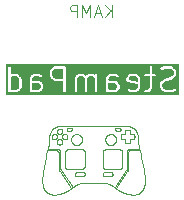
<source format=gbr>
%TF.GenerationSoftware,KiCad,Pcbnew,9.0.0*%
%TF.CreationDate,2025-06-21T10:21:25-05:00*%
%TF.ProjectId,SDC_USB_Breakout,5344435f-5553-4425-9f42-7265616b6f75,rev?*%
%TF.SameCoordinates,Original*%
%TF.FileFunction,Legend,Bot*%
%TF.FilePolarity,Positive*%
%FSLAX46Y46*%
G04 Gerber Fmt 4.6, Leading zero omitted, Abs format (unit mm)*
G04 Created by KiCad (PCBNEW 9.0.0) date 2025-06-21 10:21:25*
%MOMM*%
%LPD*%
G01*
G04 APERTURE LIST*
%ADD10C,0.092604*%
%ADD11C,0.200000*%
%ADD12C,0.100000*%
G04 APERTURE END LIST*
D10*
X107570257Y-45771724D02*
X107571987Y-45753177D01*
X108659669Y-45443349D02*
X108658092Y-45448813D01*
X108991760Y-46019260D02*
X108986725Y-46022178D01*
X114200737Y-46398242D02*
X114189040Y-46398033D01*
X114421170Y-45323043D02*
X114421509Y-45325395D01*
X108784291Y-44883659D02*
X108814381Y-44882591D01*
X113537690Y-50414712D02*
X113511342Y-50399416D01*
X114624043Y-45060871D02*
X114631906Y-45065397D01*
X114386468Y-45271049D02*
X114388006Y-45272023D01*
X113564477Y-50429819D02*
X113537690Y-50414712D01*
X114407068Y-46347952D02*
X114406049Y-46349276D01*
X114456361Y-50720026D02*
X114432450Y-50716778D01*
X108667437Y-45364497D02*
X108667780Y-45370167D01*
X114781127Y-45882356D02*
X114780339Y-45889143D01*
X108318524Y-44944250D02*
X108348886Y-44937021D01*
X114423991Y-45586524D02*
X114424229Y-45587085D01*
X108709401Y-45985954D02*
X108705524Y-45982085D01*
X115391818Y-50420697D02*
X115390076Y-50422675D01*
X114249003Y-47180049D02*
X114249003Y-48497938D01*
X108632272Y-45505540D02*
X108629180Y-45510330D01*
X108574737Y-46443029D02*
X108570151Y-46446383D01*
X113638968Y-44879960D02*
X113515900Y-44879990D01*
X114250161Y-47156989D02*
X114251592Y-47145728D01*
X114375026Y-46372507D02*
X114373684Y-46373031D01*
X107811062Y-45957064D02*
X107808366Y-45953317D01*
X108494720Y-46030423D02*
X108499746Y-46032207D01*
X107771222Y-45869144D02*
X107770147Y-45863997D01*
X114212433Y-46398214D02*
X114200737Y-46398242D01*
X108766525Y-46026864D02*
X108762080Y-46024544D01*
X114442260Y-46036237D02*
X114441557Y-46036387D01*
X114427428Y-44974672D02*
X114412555Y-44969855D01*
X108228596Y-46365616D02*
X108226006Y-46360581D01*
X115357369Y-50457993D02*
X115346763Y-50468791D01*
X113193288Y-50183854D02*
X114180608Y-48721644D01*
X108015957Y-45060871D02*
X108008093Y-45065397D01*
X115485062Y-50295053D02*
X115479699Y-50303657D01*
X107773091Y-45760818D02*
X107774043Y-45757236D01*
X114223365Y-46942127D02*
X114233247Y-46932724D01*
X108562125Y-48657979D02*
X109542840Y-50111938D01*
X108860042Y-45585902D02*
X108879980Y-45585719D01*
X114516474Y-45008046D02*
X114502521Y-45002255D01*
X113987994Y-45581426D02*
X113988097Y-45580804D01*
X108431407Y-45614671D02*
X108425726Y-45614520D01*
X108204624Y-45344265D02*
X108206049Y-45335143D01*
X113988743Y-45327588D02*
X113988943Y-45325776D01*
X115163483Y-50616809D02*
X115151028Y-50624278D01*
X108229360Y-45781674D02*
X108230486Y-45789476D01*
X108212571Y-44974672D02*
X108227444Y-44969855D01*
X108257391Y-44960729D02*
X108258322Y-44960457D01*
X108664639Y-45421118D02*
X108663599Y-45426724D01*
X114726011Y-45611659D02*
X114727721Y-45612651D01*
X108348264Y-45598074D02*
X108343027Y-45595909D01*
X107189033Y-48022844D02*
X107167296Y-48129554D01*
X108206485Y-45925658D02*
X108202998Y-45932177D01*
X113655070Y-45641730D02*
X113656547Y-45639091D01*
X114417768Y-46962078D02*
X114428653Y-46959566D01*
X114422120Y-45577031D02*
X114422113Y-45577033D01*
X109782987Y-49945711D02*
X109761836Y-49958520D01*
X108482286Y-45609800D02*
X108476686Y-45610894D01*
X115074054Y-45848244D02*
X115072800Y-45819453D01*
X114423008Y-45583644D02*
X114423176Y-45584229D01*
X113963389Y-46035757D02*
X113963385Y-46035753D01*
X107780869Y-45736263D02*
X107782868Y-45731166D01*
X114423046Y-46054006D02*
X114422886Y-46054605D01*
X113987424Y-45583883D02*
X113987590Y-45583275D01*
X115618308Y-49958259D02*
X115613253Y-49979115D01*
X113967803Y-46036154D02*
X113966927Y-46036012D01*
X112187626Y-49726577D02*
X112158896Y-49724253D01*
X109946435Y-49860389D02*
X109898178Y-49883151D01*
X108201463Y-46254247D02*
X108201521Y-46251745D01*
X115401295Y-50409761D02*
X115391818Y-50420697D01*
X108639921Y-45840158D02*
X108639477Y-45834582D01*
X108426014Y-45148257D02*
X108431691Y-45148114D01*
X107882344Y-46020909D02*
X107879680Y-46019346D01*
X114197245Y-44918103D02*
X114166783Y-44912983D01*
X110390151Y-48825147D02*
X110399182Y-48825840D01*
X110408082Y-48826977D01*
X110416839Y-48828547D01*
X110425442Y-48830539D01*
X110433880Y-48832941D01*
X110442142Y-48835742D01*
X110450216Y-48838931D01*
X110458093Y-48842497D01*
X110465759Y-48846429D01*
X110473205Y-48850715D01*
X110480419Y-48855344D01*
X110487389Y-48860306D01*
X110494106Y-48865589D01*
X110500557Y-48871182D01*
X110506731Y-48877073D01*
X110512618Y-48883252D01*
X110518205Y-48889707D01*
X110523483Y-48896428D01*
X110528439Y-48903402D01*
X110533063Y-48910620D01*
X110537344Y-48918069D01*
X110541270Y-48925738D01*
X110544830Y-48933617D01*
X110548012Y-48941694D01*
X110550807Y-48949958D01*
X110553203Y-48958398D01*
X110555187Y-48967003D01*
X110556751Y-48975761D01*
X110557881Y-48984661D01*
X110558567Y-48993693D01*
X110558799Y-49002844D01*
X110558567Y-49011996D01*
X110557881Y-49021028D01*
X110556751Y-49029928D01*
X110555187Y-49038686D01*
X110553203Y-49047291D01*
X110550807Y-49055731D01*
X110548012Y-49063995D01*
X110544830Y-49072072D01*
X110541270Y-49079951D01*
X110537344Y-49087621D01*
X110533063Y-49095070D01*
X110528439Y-49102287D01*
X110523483Y-49109261D01*
X110518205Y-49115982D01*
X110512618Y-49122437D01*
X110506731Y-49128616D01*
X110500557Y-49134507D01*
X110494106Y-49140100D01*
X110487389Y-49145383D01*
X110480419Y-49150345D01*
X110473205Y-49154974D01*
X110465759Y-49159260D01*
X110458093Y-49163192D01*
X110450216Y-49166758D01*
X110442142Y-49169947D01*
X110433880Y-49172748D01*
X110425442Y-49175150D01*
X110416839Y-49177142D01*
X110408082Y-49178712D01*
X110399182Y-49179849D01*
X110390151Y-49180542D01*
X110381000Y-49180781D01*
X109893500Y-49180781D01*
X109884348Y-49180543D01*
X109875317Y-49179849D01*
X109866417Y-49178712D01*
X109857660Y-49177142D01*
X109849057Y-49175150D01*
X109840619Y-49172748D01*
X109832357Y-49169947D01*
X109824283Y-49166758D01*
X109816407Y-49163192D01*
X109808740Y-49159261D01*
X109801294Y-49154974D01*
X109794081Y-49150345D01*
X109787110Y-49145383D01*
X109780394Y-49140100D01*
X109773943Y-49134507D01*
X109767768Y-49128616D01*
X109761882Y-49122437D01*
X109756294Y-49115982D01*
X109751016Y-49109261D01*
X109746060Y-49102287D01*
X109741436Y-49095070D01*
X109737155Y-49087621D01*
X109733230Y-49079951D01*
X109729670Y-49072072D01*
X109726487Y-49063995D01*
X109723692Y-49055731D01*
X109721297Y-49047291D01*
X109719312Y-49038686D01*
X109717748Y-49029928D01*
X109716618Y-49021028D01*
X109715932Y-49011996D01*
X109715700Y-49002844D01*
X109715932Y-48993693D01*
X109716618Y-48984661D01*
X109717748Y-48975761D01*
X109719312Y-48967003D01*
X109721297Y-48958398D01*
X109723692Y-48949958D01*
X109726487Y-48941694D01*
X109729670Y-48933617D01*
X109733230Y-48925738D01*
X109737155Y-48918069D01*
X109741436Y-48910620D01*
X109746060Y-48903402D01*
X109751016Y-48896428D01*
X109756294Y-48889707D01*
X109761882Y-48883252D01*
X109767768Y-48877073D01*
X109773943Y-48871182D01*
X109780394Y-48865589D01*
X109787110Y-48860306D01*
X109794081Y-48855344D01*
X109801294Y-48850715D01*
X109808740Y-48846429D01*
X109816407Y-48842497D01*
X109824283Y-48838931D01*
X109832357Y-48835742D01*
X109840619Y-48832941D01*
X109849057Y-48830539D01*
X109857660Y-48828547D01*
X109866417Y-48826977D01*
X109875317Y-48825840D01*
X109884348Y-48825147D01*
X109893500Y-48824908D01*
X110381000Y-48824908D01*
X110390151Y-48825147D01*
X114430192Y-45595424D02*
X114430644Y-45595831D01*
X113983692Y-45591603D02*
X113984040Y-45591106D01*
X115530293Y-48422960D02*
X115543478Y-48492942D01*
X107768334Y-45853545D02*
X107767600Y-45848244D01*
X108168383Y-44990204D02*
X108183038Y-44984841D01*
X108209764Y-45919031D02*
X108206485Y-45925658D01*
X113990596Y-45316824D02*
X113991057Y-45315061D01*
X108753952Y-45617807D02*
X108763061Y-45612712D01*
X114359336Y-45260396D02*
X114368218Y-45262923D01*
X115108750Y-46438396D02*
X115115044Y-46472231D01*
X113671789Y-46017135D02*
X113670429Y-46015912D01*
X113985307Y-45589038D02*
X113985592Y-45588502D01*
X108287567Y-46075482D02*
X108295172Y-46068540D01*
X107050156Y-50061793D02*
X107056842Y-50082201D01*
X108456774Y-46024216D02*
X108467068Y-46024604D01*
X114473998Y-46954995D02*
X114474005Y-46955021D01*
X114416221Y-46332031D02*
X114415616Y-46333426D01*
X115013030Y-50687076D02*
X114992117Y-50693838D01*
X113985155Y-46048477D02*
X113984715Y-46047728D01*
X107932444Y-45595289D02*
X107937858Y-45593747D01*
X108239598Y-45253536D02*
X108241342Y-45250922D01*
X114288325Y-46893979D02*
X114300317Y-46887949D01*
X109048285Y-50444724D02*
X109075523Y-50429819D01*
X108195158Y-46993338D02*
X108206238Y-46995316D01*
X108234137Y-46375489D02*
X108231307Y-46370586D01*
X108630634Y-46126972D02*
X108633935Y-46133284D01*
X108862249Y-46051980D02*
X108854838Y-46051544D01*
X115565075Y-50132159D02*
X115559250Y-50146877D01*
X114027872Y-46368953D02*
X114025923Y-46367867D01*
X114341157Y-50702080D02*
X114297877Y-50693928D01*
X107063876Y-50102475D02*
X107069301Y-50117358D01*
X107778129Y-45893889D02*
X107776587Y-45889182D01*
X114923673Y-45369604D02*
X114920824Y-45364573D01*
X113963999Y-45602022D02*
X113964607Y-45602000D01*
X114350788Y-46869875D02*
X114363919Y-46866915D01*
X108201648Y-46248534D02*
X108201870Y-46244259D01*
X114424229Y-45587085D02*
X114424481Y-45587638D01*
X114754143Y-45153143D02*
X114766844Y-45164650D01*
X114087565Y-50643682D02*
X114047039Y-50631942D01*
X108579537Y-45198458D02*
X108583953Y-45202041D01*
X114783045Y-45775342D02*
X114783817Y-45787413D01*
X114339378Y-46999694D02*
X114348199Y-46993421D01*
X108160980Y-45986842D02*
X108156869Y-45990711D01*
X107906303Y-45604814D02*
X107911403Y-45602673D01*
X107954446Y-45589887D02*
X107960086Y-45588862D01*
X109047940Y-45972393D02*
X109043563Y-45977263D01*
X108754219Y-44884976D02*
X108784291Y-44883659D01*
X108120830Y-46017886D02*
X108116087Y-46020712D01*
X108440009Y-46969959D02*
X108448325Y-46980634D01*
X114759879Y-45651798D02*
X114760578Y-45653848D01*
X113984384Y-46047202D02*
X113984041Y-46046685D01*
X107871846Y-46014468D02*
X107874431Y-46016126D01*
X108592509Y-45209519D02*
X108596646Y-45213410D01*
X108628288Y-46386360D02*
X108625804Y-46389877D01*
X114814618Y-50729466D02*
X114791283Y-50731681D01*
X114530347Y-45014036D02*
X114516474Y-45008046D01*
X107080749Y-50146877D02*
X107086781Y-50161510D01*
X114421905Y-46308478D02*
X114421646Y-46311252D01*
X108409014Y-45149517D02*
X108414673Y-45148959D01*
X114447110Y-45602034D02*
X114689257Y-45602034D01*
X112672203Y-49850760D02*
X112650356Y-49841416D01*
X113997101Y-45299807D02*
X113997974Y-45298206D01*
X108546105Y-45586402D02*
X108541079Y-45589054D01*
X108813310Y-46044627D02*
X108808464Y-46043306D01*
X114425933Y-45590301D02*
X114426261Y-45590811D01*
X114442861Y-46036125D02*
X114442260Y-46036237D01*
X112761410Y-44880000D02*
X112761397Y-44880000D01*
X114439663Y-45600890D02*
X114440267Y-45601071D01*
X108327844Y-46463759D02*
X108322823Y-46461093D01*
X113973437Y-45599916D02*
X113973991Y-45599664D01*
X115220520Y-46953250D02*
X115317203Y-47394491D01*
X114722780Y-46027843D02*
X114721237Y-46028593D01*
X113987686Y-46054896D02*
X113987473Y-46054077D01*
X106975162Y-49422788D02*
X106975161Y-49422788D01*
X107778985Y-45741420D02*
X107780869Y-45736263D01*
X113410089Y-50336623D02*
X113385720Y-50320591D01*
X115664158Y-49604358D02*
X115660618Y-49668939D01*
X108392060Y-46485756D02*
X108386494Y-46484649D01*
X114435112Y-45598955D02*
X114435648Y-45599240D01*
X108312946Y-45182414D02*
X108317839Y-45179500D01*
X115446224Y-50352932D02*
X115437575Y-50364595D01*
X115578853Y-48689859D02*
X115588933Y-48749622D01*
X113972417Y-46037451D02*
X113971917Y-46037263D01*
X108407954Y-48664741D02*
X108403372Y-48650687D01*
X114108785Y-48605127D02*
X114102987Y-48616737D01*
X108214724Y-45458980D02*
X108212902Y-45453605D01*
X108551059Y-46458634D02*
X108546111Y-46461401D01*
X113987875Y-45582046D02*
X113987994Y-45581426D01*
X108560796Y-45577711D02*
X108555966Y-45580730D01*
X113735051Y-50515742D02*
X113705395Y-50502051D01*
X113987590Y-45583275D02*
X113987740Y-45582662D01*
X108652265Y-46339498D02*
X108649535Y-46346382D01*
X115053914Y-50671962D02*
X115033632Y-50679786D01*
X114441487Y-45601386D02*
X114442103Y-45601520D01*
X107992492Y-45074709D02*
X107984759Y-45079498D01*
X113984375Y-45590601D02*
X113984698Y-45590088D01*
X108639477Y-45834582D02*
X108639168Y-45829002D01*
X108234392Y-46135449D02*
X108239227Y-46125552D01*
X107564243Y-45915426D02*
X107564876Y-45882945D01*
X108218332Y-45898540D02*
X108215690Y-45905468D01*
X107993021Y-45585667D02*
X107998431Y-45585590D01*
X107109705Y-48422960D02*
X107096520Y-48492942D01*
X114747448Y-46008063D02*
X114746506Y-46009199D01*
X113995471Y-45303075D02*
X113996267Y-45301431D01*
X107800661Y-45941659D02*
X107798227Y-45937636D01*
X107115304Y-50223660D02*
X107121511Y-50235862D01*
X107712406Y-50710999D02*
X107734480Y-50715693D01*
X108119156Y-45618887D02*
X108123891Y-45621808D01*
X113659794Y-45634030D02*
X113661560Y-45631612D01*
X114713620Y-45606101D02*
X114715408Y-45606741D01*
X112343108Y-49748575D02*
X112294087Y-49739909D01*
X114423176Y-45584229D02*
X114423359Y-45584809D01*
X114094328Y-45250248D02*
X114101852Y-45248831D01*
X107963274Y-46049449D02*
X107956984Y-46048380D01*
X108663949Y-45923965D02*
X108660564Y-45916967D01*
X108666338Y-45353182D02*
X108666957Y-45358834D01*
X114672819Y-50735887D02*
X114648732Y-50735487D01*
X108810571Y-45593863D02*
X108820365Y-45591406D01*
X108353318Y-47099074D02*
X108358736Y-47108496D01*
X115664837Y-49422788D02*
X115666012Y-49480900D01*
X114378453Y-45266755D02*
X114380096Y-45267536D01*
X114544139Y-45020231D02*
X114530347Y-45014036D01*
X114300378Y-47036874D02*
X114307450Y-47028710D01*
X108200983Y-45702054D02*
X108203765Y-45707001D01*
X113632686Y-45730385D02*
X113635904Y-45711618D01*
X107568649Y-45793881D02*
X107570257Y-45771724D01*
X114704462Y-45603590D02*
X114706320Y-45604000D01*
X115619347Y-48946782D02*
X115626695Y-49000024D01*
X113980045Y-45595662D02*
X113980493Y-45595252D01*
X107919407Y-50735492D02*
X107943221Y-50735893D01*
X114441557Y-46036387D02*
X114440859Y-46036557D01*
X107567199Y-45819453D02*
X107568649Y-45793881D01*
X108683752Y-45681424D02*
X108686912Y-45677193D01*
X108588645Y-46431746D02*
X108586181Y-46433871D01*
X115076550Y-46026006D02*
X115077817Y-46095065D01*
X107766066Y-45831102D02*
X107765880Y-45826789D01*
X114731655Y-46022617D02*
X114730225Y-46023574D01*
X108020082Y-45058541D02*
X108018017Y-45059703D01*
X114927594Y-50710999D02*
X114905520Y-50715693D01*
X114442103Y-45601520D02*
X114442722Y-45601639D01*
X108596646Y-45213410D02*
X108600686Y-45217400D01*
X115061337Y-45709826D02*
X115059301Y-45700501D01*
X113986124Y-45587409D02*
X113986370Y-45586852D01*
X107563448Y-46026006D02*
X107562182Y-46095065D01*
X108668050Y-45381519D02*
X108667977Y-45387197D01*
X114020913Y-45273080D02*
X114022892Y-45271766D01*
X108114358Y-45616084D02*
X108119156Y-45618887D01*
X108243132Y-45248308D02*
X108246441Y-45243666D01*
X114001865Y-46345788D02*
X114000847Y-46344290D01*
X114435317Y-46038722D02*
X114434834Y-46038988D01*
X114388006Y-45272023D02*
X114389521Y-45273035D01*
X108401571Y-46931520D02*
X108411860Y-46940385D01*
X108646719Y-46160637D02*
X108649924Y-46168145D01*
X113110552Y-50125544D02*
X113104861Y-50121244D01*
X108264781Y-46416206D02*
X108260942Y-46412021D01*
X114405537Y-45287868D02*
X114406663Y-45289302D01*
X114212398Y-50675638D02*
X114170290Y-50665559D01*
X115472702Y-48129554D02*
X115487810Y-48204887D01*
X108638642Y-50617856D02*
X108661192Y-50610552D01*
X114748668Y-45631266D02*
X114749933Y-45632957D01*
X114381720Y-45268355D02*
X114383324Y-45269215D01*
X109702864Y-49996976D02*
X109722953Y-49983494D01*
X114719677Y-46029307D02*
X114718101Y-46029985D01*
X108347466Y-47089945D02*
X108353318Y-47099074D01*
X114439065Y-45600695D02*
X114439663Y-45600890D01*
X114314900Y-47020896D02*
X114322714Y-47013446D01*
X108854838Y-46051544D02*
X108847446Y-46050872D01*
X108216305Y-46175971D02*
X108219164Y-46169085D01*
X108399960Y-46024832D02*
X108409905Y-46024301D01*
X108607225Y-46414286D02*
X108604774Y-46416730D01*
X113969410Y-45601290D02*
X113969998Y-45601136D01*
X108281188Y-46874575D02*
X108294319Y-46877536D01*
X107937858Y-45593747D02*
X107943331Y-45592331D01*
X107411484Y-46990772D02*
X107322796Y-47394491D01*
X107573422Y-45741049D02*
X107575018Y-45729908D01*
X113968224Y-45601555D02*
X113968819Y-45601430D01*
X108308198Y-46452389D02*
X108303476Y-46449257D01*
X112892932Y-49967741D02*
X112890658Y-49966305D01*
X114435648Y-45599240D02*
X114436192Y-45599513D01*
X108341193Y-47081124D02*
X108347466Y-47089945D01*
X114696778Y-50735893D02*
X114672819Y-50735887D01*
X114699390Y-46035069D02*
X114697381Y-46035315D01*
X113978644Y-45596826D02*
X113979120Y-45596450D01*
X114422113Y-46302905D02*
X114422061Y-46305695D01*
X114639728Y-45070009D02*
X114647507Y-45074709D01*
X113991590Y-46324576D02*
X113991081Y-46322816D01*
X108504467Y-48501242D02*
X108503259Y-48488299D01*
X115115044Y-46472231D02*
X115122080Y-46505921D01*
X108148372Y-45998145D02*
X108143991Y-46001706D01*
X107814231Y-45961274D02*
X107811062Y-45957064D01*
X109154576Y-50383946D02*
X109180079Y-50368314D01*
X115530733Y-50211373D02*
X115524696Y-50223660D01*
X113858651Y-50567585D02*
X113827013Y-50555085D01*
X107730211Y-45345736D02*
X107732518Y-45341923D01*
X108973019Y-46029309D02*
X108966003Y-46032528D01*
X108219736Y-45743225D02*
X108221507Y-45748600D01*
X114772481Y-45936838D02*
X114771032Y-45943603D01*
X108958887Y-46035512D02*
X108951675Y-46038258D01*
X108220927Y-45288134D02*
X108223055Y-45282799D01*
X109034408Y-45986625D02*
X109029634Y-45991112D01*
X114370970Y-46374000D02*
X114369599Y-46374446D01*
X113984698Y-45590088D02*
X113985009Y-45589567D01*
X113988409Y-46304742D02*
X113988386Y-46302905D01*
X106989932Y-49199394D02*
X106985456Y-49248490D01*
X115084317Y-46233111D02*
X115090186Y-46301884D01*
X107154938Y-50295053D02*
X107160301Y-50303657D01*
X107767147Y-45793371D02*
X107767543Y-45790002D01*
X108562125Y-48657979D02*
X108562124Y-48657954D01*
X107575018Y-45729908D02*
X107576767Y-45719564D01*
X114001844Y-45292029D02*
X114002904Y-45290546D01*
X114695018Y-45602253D02*
X114696925Y-45602424D01*
X108515117Y-46475415D02*
X108509755Y-46477309D01*
X112391842Y-49758797D02*
X112343108Y-49748575D01*
X113966425Y-45601843D02*
X113967027Y-45601761D01*
X114433888Y-46039550D02*
X114433424Y-46039846D01*
X108320010Y-46885346D02*
X108332525Y-46890176D01*
X114779254Y-45176447D02*
X114791387Y-45188546D01*
X107769184Y-45858797D02*
X107768334Y-45853545D01*
X108137478Y-45002255D02*
X108139306Y-45001513D01*
X114224128Y-46397950D02*
X114212433Y-46398214D01*
X115516601Y-48351569D02*
X115530293Y-48422960D01*
X107261839Y-50435920D02*
X107272161Y-50447036D01*
X107943331Y-45592331D02*
X107948861Y-45591044D01*
X107842754Y-45992097D02*
X107838897Y-45988536D01*
X114480288Y-50723009D02*
X114456361Y-50720026D01*
X114915025Y-45354549D02*
X114912075Y-45349557D01*
X108791232Y-45600084D02*
X108800855Y-45596755D01*
X113993372Y-46329781D02*
X113992735Y-46328059D01*
X108476686Y-45610894D02*
X108471066Y-45611850D01*
X108285398Y-46435624D02*
X108281093Y-46431946D01*
X107185302Y-50341114D02*
X107193776Y-50352932D01*
X109093404Y-45893285D02*
X109089964Y-45902820D01*
X108289519Y-45563982D02*
X108285118Y-45560393D01*
X114432450Y-50716778D02*
X114384737Y-50709531D01*
X114648732Y-50735487D02*
X114624533Y-50734704D01*
X107013303Y-49000024D02*
X107006391Y-49053149D01*
X114767722Y-50733415D02*
X114744246Y-50734670D01*
X114779470Y-45895918D02*
X114778523Y-45902681D01*
X108226787Y-45274564D02*
X108228445Y-45271661D01*
X114437882Y-45600259D02*
X114438471Y-45600484D01*
X108530846Y-45593983D02*
X108525644Y-45596258D01*
X114327243Y-46385268D02*
X114318962Y-46386989D01*
X114395654Y-46360066D02*
X114394371Y-46361131D01*
X114431106Y-45596225D02*
X114431577Y-45596609D01*
X114246508Y-48542566D02*
X114244582Y-48557271D01*
X108504555Y-45158782D02*
X108509957Y-45160548D01*
X114147832Y-46395407D02*
X114139619Y-46394530D01*
X108418667Y-48692311D02*
X108413054Y-48678620D01*
X108375446Y-45155757D02*
X108380966Y-45154378D01*
X114949390Y-50705795D02*
X114927594Y-50710999D01*
X108243335Y-46389771D02*
X108240153Y-46385084D01*
X114029068Y-45268206D02*
X114031196Y-45267153D01*
X108226006Y-46360581D02*
X108223538Y-46355483D01*
X108493621Y-45155644D02*
X108499109Y-45157147D01*
X108390311Y-48593022D02*
X108388385Y-48578316D01*
X108225987Y-46153471D02*
X108229984Y-46144757D01*
X110336341Y-46904181D02*
X110347853Y-46905038D01*
X110359267Y-46906456D01*
X110370565Y-46908427D01*
X110381726Y-46910944D01*
X110392732Y-46913998D01*
X110403564Y-46917582D01*
X110414202Y-46921687D01*
X110424627Y-46926307D01*
X110434820Y-46931432D01*
X110444762Y-46937054D01*
X110454434Y-46943167D01*
X110463817Y-46949762D01*
X110472890Y-46956830D01*
X110481637Y-46964365D01*
X110490036Y-46972358D01*
X110498029Y-46980757D01*
X110505563Y-46989503D01*
X110512632Y-46998577D01*
X110519227Y-47007959D01*
X110525339Y-47017631D01*
X110530962Y-47027573D01*
X110536087Y-47037767D01*
X110540706Y-47048192D01*
X110544812Y-47058830D01*
X110548396Y-47069661D01*
X110551450Y-47080667D01*
X110553967Y-47091829D01*
X110555938Y-47103126D01*
X110557356Y-47114541D01*
X110558212Y-47126053D01*
X110558500Y-47137644D01*
X110558500Y-48325143D01*
X110558499Y-48325143D01*
X110558212Y-48336734D01*
X110557356Y-48348246D01*
X110555938Y-48359661D01*
X110553966Y-48370958D01*
X110551450Y-48382120D01*
X110548396Y-48393126D01*
X110544812Y-48403957D01*
X110540706Y-48414595D01*
X110536087Y-48425020D01*
X110530962Y-48435214D01*
X110525339Y-48445156D01*
X110519227Y-48454828D01*
X110512632Y-48464210D01*
X110505563Y-48473284D01*
X110498029Y-48482030D01*
X110490036Y-48490429D01*
X110481637Y-48498422D01*
X110472890Y-48505957D01*
X110463817Y-48513026D01*
X110454434Y-48519620D01*
X110444762Y-48525733D01*
X110434820Y-48531356D01*
X110424627Y-48536481D01*
X110414202Y-48541100D01*
X110403564Y-48545205D01*
X110392732Y-48548789D01*
X110381726Y-48551844D01*
X110370565Y-48554360D01*
X110359267Y-48556332D01*
X110347853Y-48557750D01*
X110336341Y-48558606D01*
X110324750Y-48558893D01*
X109137250Y-48558893D01*
X109125659Y-48558606D01*
X109114147Y-48557750D01*
X109102733Y-48556332D01*
X109091435Y-48554360D01*
X109080274Y-48551844D01*
X109069268Y-48548789D01*
X109058436Y-48545206D01*
X109047798Y-48541100D01*
X109037373Y-48536481D01*
X109027180Y-48531356D01*
X109017237Y-48525733D01*
X109007566Y-48519621D01*
X108998183Y-48513026D01*
X108989109Y-48505957D01*
X108980363Y-48498422D01*
X108971964Y-48490429D01*
X108963971Y-48482030D01*
X108956436Y-48473284D01*
X108949368Y-48464210D01*
X108942773Y-48454828D01*
X108936661Y-48445156D01*
X108931038Y-48435214D01*
X108925913Y-48425021D01*
X108921294Y-48414596D01*
X108917188Y-48403958D01*
X108913605Y-48393126D01*
X108910550Y-48382120D01*
X108908034Y-48370958D01*
X108906062Y-48359661D01*
X108904644Y-48348246D01*
X108903788Y-48336734D01*
X108903500Y-48325143D01*
X108903501Y-47137644D01*
X108903788Y-47126053D01*
X108904645Y-47114541D01*
X108906063Y-47103126D01*
X108908034Y-47091829D01*
X108910551Y-47080668D01*
X108913605Y-47069661D01*
X108917188Y-47058830D01*
X108921294Y-47048192D01*
X108925913Y-47037767D01*
X108931038Y-47027574D01*
X108936661Y-47017631D01*
X108942773Y-47007960D01*
X108949368Y-46998577D01*
X108956436Y-46989503D01*
X108963971Y-46980757D01*
X108971964Y-46972358D01*
X108980363Y-46964365D01*
X108989109Y-46956830D01*
X108998183Y-46949762D01*
X109007565Y-46943167D01*
X109017237Y-46937054D01*
X109027179Y-46931432D01*
X109037373Y-46926307D01*
X109047798Y-46921687D01*
X109058436Y-46917582D01*
X109069267Y-46913998D01*
X109080273Y-46910944D01*
X109091435Y-46908427D01*
X109102732Y-46906456D01*
X109114147Y-46905038D01*
X109125659Y-46904181D01*
X109137250Y-46903894D01*
X110324750Y-46903894D01*
X110336341Y-46904181D01*
X113658555Y-46001920D02*
X113657560Y-46000363D01*
X109401564Y-45100141D02*
X109406933Y-45100552D01*
X109412223Y-45101226D01*
X109417428Y-45102158D01*
X109422542Y-45103341D01*
X109427557Y-45104767D01*
X109432468Y-45106431D01*
X109437268Y-45108325D01*
X109441950Y-45110444D01*
X109446507Y-45112780D01*
X109450933Y-45115327D01*
X109455222Y-45118078D01*
X109459365Y-45121026D01*
X109463358Y-45124166D01*
X109467193Y-45127489D01*
X109470863Y-45130990D01*
X109474363Y-45134663D01*
X109477684Y-45138499D01*
X109480822Y-45142493D01*
X109483768Y-45146638D01*
X109486517Y-45150928D01*
X109489062Y-45155355D01*
X109491395Y-45159914D01*
X109493512Y-45164596D01*
X109495404Y-45169397D01*
X109497065Y-45174309D01*
X109498489Y-45179326D01*
X109499669Y-45184440D01*
X109500599Y-45189646D01*
X109501271Y-45194936D01*
X109501679Y-45200304D01*
X109501816Y-45205744D01*
X109501679Y-45211184D01*
X109501271Y-45216552D01*
X109500599Y-45221842D01*
X109499669Y-45227048D01*
X109498489Y-45232162D01*
X109497065Y-45237179D01*
X109495404Y-45242091D01*
X109493512Y-45246891D01*
X109491395Y-45251574D01*
X109489062Y-45256133D01*
X109486517Y-45260560D01*
X109483768Y-45264850D01*
X109480822Y-45268995D01*
X109477684Y-45272989D01*
X109474363Y-45276825D01*
X109470863Y-45280497D01*
X109467193Y-45283999D01*
X109463358Y-45287322D01*
X109459365Y-45290462D01*
X109455222Y-45293410D01*
X109450933Y-45296161D01*
X109446507Y-45298708D01*
X109441950Y-45301044D01*
X109437268Y-45303162D01*
X109432468Y-45305057D01*
X109427557Y-45306721D01*
X109422542Y-45308147D01*
X109417428Y-45309330D01*
X109412223Y-45310262D01*
X109406933Y-45310936D01*
X109401564Y-45311347D01*
X109396125Y-45311487D01*
X109131375Y-45311487D01*
X109125935Y-45311347D01*
X109120567Y-45310936D01*
X109115277Y-45310262D01*
X109110072Y-45309330D01*
X109104958Y-45308147D01*
X109099942Y-45306721D01*
X109095031Y-45305057D01*
X109090232Y-45303162D01*
X109085550Y-45301044D01*
X109080992Y-45298708D01*
X109076566Y-45296161D01*
X109072278Y-45293410D01*
X109068134Y-45290461D01*
X109064142Y-45287322D01*
X109060307Y-45283999D01*
X109056637Y-45280497D01*
X109053137Y-45276825D01*
X109049816Y-45272989D01*
X109046678Y-45268995D01*
X109043732Y-45264850D01*
X109040983Y-45260560D01*
X109038438Y-45256133D01*
X109036104Y-45251574D01*
X109033988Y-45246891D01*
X109032096Y-45242091D01*
X109030434Y-45237179D01*
X109029010Y-45232162D01*
X109027830Y-45227048D01*
X109026901Y-45221842D01*
X109026229Y-45216552D01*
X109025821Y-45211184D01*
X109025683Y-45205744D01*
X109025821Y-45200304D01*
X109026229Y-45194936D01*
X109026901Y-45189646D01*
X109027830Y-45184440D01*
X109029010Y-45179325D01*
X109030434Y-45174309D01*
X109032096Y-45169397D01*
X109033988Y-45164596D01*
X109036104Y-45159913D01*
X109038438Y-45155355D01*
X109040983Y-45150928D01*
X109043732Y-45146638D01*
X109046678Y-45142493D01*
X109049816Y-45138499D01*
X109053137Y-45134662D01*
X109056637Y-45130990D01*
X109060307Y-45127489D01*
X109064142Y-45124166D01*
X109068134Y-45121026D01*
X109072278Y-45118078D01*
X109076566Y-45115327D01*
X109080992Y-45112780D01*
X109085550Y-45110444D01*
X109090232Y-45108325D01*
X109095031Y-45106431D01*
X109099942Y-45104767D01*
X109104958Y-45103340D01*
X109110072Y-45102158D01*
X109115277Y-45101226D01*
X109120567Y-45100552D01*
X109125935Y-45100141D01*
X109131375Y-45100001D01*
X109396125Y-45100001D01*
X109401564Y-45100141D01*
X108205642Y-45425450D02*
X108204529Y-45419205D01*
X114291113Y-44937021D02*
X114260674Y-44930343D01*
X109584432Y-50081169D02*
X109623636Y-50052565D01*
X114285784Y-46392633D02*
X114277488Y-46393737D01*
X108877107Y-46052144D02*
X108869674Y-46052180D01*
X114407091Y-46965110D02*
X114417768Y-46962078D01*
X107840028Y-45648179D02*
X107844620Y-45644012D01*
X108639663Y-46369291D02*
X108637918Y-46372075D01*
X114714122Y-45120250D02*
X114727798Y-45130955D01*
X113631709Y-45900833D02*
X113629326Y-45881942D01*
X107619375Y-45592847D02*
X107620791Y-45589251D01*
X114011701Y-45280547D02*
X114013448Y-45278938D01*
X108039385Y-46048680D02*
X108031395Y-46049948D01*
X110591898Y-49719887D02*
X110619999Y-49719712D01*
X108104582Y-45610830D02*
X108109499Y-45613398D01*
X114136284Y-44908321D02*
X114105751Y-44904098D01*
X115024681Y-45602980D02*
X115024682Y-45602974D01*
X108152665Y-45994479D02*
X108148372Y-45998145D01*
X108420048Y-45614231D02*
X108414377Y-45613804D01*
X113663416Y-45629273D02*
X113665360Y-45627014D01*
X114415616Y-46333426D02*
X114414983Y-46334809D01*
X113700132Y-45605059D02*
X113703039Y-45604269D01*
X114408058Y-46346604D02*
X114407068Y-46347952D01*
X114732691Y-45615894D02*
X114734292Y-45617064D01*
X113716662Y-46035617D02*
X113715520Y-46035538D01*
X108652072Y-45896035D02*
X108649848Y-45889368D01*
X108600424Y-46093177D02*
X108606665Y-46099486D01*
X114373411Y-45264654D02*
X114375109Y-45265314D01*
X113983333Y-45592091D02*
X113983692Y-45591603D01*
X112757755Y-49891079D02*
X112736678Y-49880586D01*
X108640556Y-45846226D02*
X108640327Y-45844206D01*
X109555798Y-50102260D02*
X109584432Y-50081169D01*
X108294009Y-45567464D02*
X108289519Y-45563982D01*
X115258261Y-50549167D02*
X115235319Y-50567318D01*
X108635374Y-45262319D02*
X108638219Y-45267248D01*
X114462420Y-46955287D02*
X114473998Y-46954995D01*
X113707308Y-46034449D02*
X113706118Y-46034214D01*
X108163279Y-45653193D02*
X108167218Y-45657192D01*
X107766252Y-45803536D02*
X107766501Y-45800138D01*
X108665733Y-46217958D02*
X108666421Y-46227889D01*
X114724306Y-46027059D02*
X114722780Y-46027843D01*
X112019999Y-49719652D02*
X110619999Y-49719652D01*
X108403063Y-45612533D02*
X108397426Y-45611690D01*
X114432517Y-46040469D02*
X114432074Y-46040795D01*
X113677514Y-46021683D02*
X113676041Y-46020598D01*
X114175216Y-47007087D02*
X114181831Y-46995390D01*
X114698823Y-45602644D02*
X114700712Y-45602912D01*
X114720737Y-45608962D02*
X114722518Y-45609814D01*
X114759556Y-45986876D02*
X114758600Y-45989318D01*
X107785188Y-45912130D02*
X107783294Y-45907659D01*
X114575360Y-45035134D02*
X114578509Y-45036689D01*
X108686912Y-45677193D02*
X108689981Y-45673266D01*
X114761220Y-45981862D02*
X114760430Y-45984390D01*
X108201531Y-45387719D02*
X108201445Y-45381394D01*
X114102987Y-48616737D02*
X114096751Y-48628143D01*
X107898866Y-45141916D02*
X107885856Y-45153143D01*
X108757684Y-46022127D02*
X108753338Y-46019616D01*
X114432545Y-45597340D02*
X114433043Y-45597687D01*
X113980932Y-45594829D02*
X113981360Y-45594397D01*
X114741833Y-45623553D02*
X114743242Y-45624976D01*
X113982961Y-45592570D02*
X113983333Y-45592091D01*
X113988386Y-45334883D02*
X113988408Y-45333054D01*
X113985009Y-45589567D02*
X113985307Y-45589038D01*
X114429137Y-46043393D02*
X114428713Y-46043843D01*
X107918345Y-46037822D02*
X107913585Y-46036007D01*
X113635904Y-45711618D02*
X113639742Y-45692943D01*
X107987025Y-46051928D02*
X107981305Y-46051556D01*
X114144165Y-47109401D02*
X114145833Y-47095973D01*
X114727721Y-45612651D02*
X114729405Y-45613687D01*
X114758312Y-45647782D02*
X114759123Y-45649775D01*
X108465568Y-46487650D02*
X108459940Y-46488331D01*
X108615846Y-45234312D02*
X108619377Y-45238770D01*
X115373681Y-47655398D02*
X115428867Y-47916088D01*
X113994716Y-45304740D02*
X113995471Y-45303075D01*
X114390379Y-46364155D02*
X114389003Y-46365105D01*
X113634716Y-45919661D02*
X113631709Y-45900833D01*
X114880428Y-45299075D02*
X114892116Y-45316998D01*
X114735817Y-46019548D02*
X114734452Y-46020604D01*
X108660097Y-44890945D02*
X108690090Y-44888718D01*
X108256949Y-45532449D02*
X108253323Y-45528074D01*
X114434834Y-46038988D02*
X114434358Y-46039264D01*
X108363705Y-47118198D02*
X108368211Y-47128164D01*
X113670429Y-46015912D02*
X113669099Y-46014656D01*
X114288947Y-45245608D02*
X114296207Y-45246715D01*
X114615349Y-45055994D02*
X114619918Y-45058541D01*
X114064443Y-45256901D02*
X114071880Y-45255090D01*
X108213651Y-45727381D02*
X108215807Y-45732613D01*
X113988389Y-45577031D02*
X113988389Y-45334885D01*
X108078551Y-45028362D02*
X108082153Y-45026636D01*
X108224655Y-45759478D02*
X108226032Y-45764975D01*
X113662919Y-46007899D02*
X113661771Y-46006443D01*
X113965215Y-45601962D02*
X113965821Y-45601910D01*
X107765803Y-45813787D02*
X107765903Y-45810361D01*
X108303370Y-45188602D02*
X108308121Y-45185449D01*
X114215262Y-45239618D02*
X114222681Y-45239794D01*
X114990425Y-45512485D02*
X114986010Y-45501340D01*
X107820843Y-45969465D02*
X107817492Y-45965408D01*
X108206049Y-45335143D02*
X108207821Y-45324668D01*
X115074634Y-45865164D02*
X115074055Y-45848244D01*
X109041849Y-45658691D02*
X109048902Y-45666499D01*
X113895004Y-46035753D02*
X113721239Y-46035753D01*
X114420820Y-46316759D02*
X114420254Y-46319487D01*
X107798227Y-45937636D02*
X107795865Y-45933546D01*
X113985569Y-46049241D02*
X113985155Y-46048477D01*
X108322823Y-46461093D02*
X108317874Y-46458308D01*
X108454296Y-46488874D02*
X108448640Y-46489281D01*
X108386225Y-45609593D02*
X108380679Y-45608343D01*
X108061490Y-45036689D02*
X108053363Y-45040768D01*
X113691551Y-46029625D02*
X113689426Y-46028669D01*
X108364563Y-46478886D02*
X108359175Y-46477115D01*
X107916568Y-45600649D02*
X107921798Y-45598742D01*
X115657686Y-49288044D02*
X115660557Y-49330438D01*
X108243083Y-45514416D02*
X108239894Y-45509698D01*
X107211132Y-47916088D02*
X107189033Y-48022844D01*
X108249802Y-45523609D02*
X108246388Y-45519056D01*
X108667024Y-46285027D02*
X108666649Y-46296033D01*
X108579245Y-46439562D02*
X108574737Y-46443029D01*
X114422854Y-45583056D02*
X114423008Y-45583644D01*
X113965164Y-46035822D02*
X113964277Y-46035774D01*
X114434062Y-45598346D02*
X114434583Y-45598657D01*
X108348886Y-44937021D02*
X108379324Y-44930343D01*
X108551283Y-45179283D02*
X108556178Y-45182185D01*
X114221839Y-48642870D02*
X114216226Y-48656560D01*
X114412917Y-46338875D02*
X114412174Y-46340202D01*
X108633935Y-46133284D02*
X108636007Y-46137419D01*
X114102769Y-46389125D02*
X114092587Y-46387201D01*
X114445221Y-45601958D02*
X114445850Y-45601998D01*
X115057130Y-45691400D02*
X115052411Y-45673103D01*
X108372239Y-47138382D02*
X108375777Y-47148836D01*
X113638347Y-45938409D02*
X113634716Y-45919661D01*
X114439733Y-46957587D02*
X114450994Y-46956156D01*
X108242385Y-44965209D02*
X108257391Y-44960729D01*
X114731062Y-45614768D02*
X114732691Y-45615894D01*
X114932069Y-45384856D02*
X114927910Y-45377220D01*
X113994766Y-46333161D02*
X113994052Y-46331488D01*
X108308424Y-46058500D02*
X108314787Y-46055298D01*
X114276156Y-47072746D02*
X114281573Y-47063324D01*
X108625971Y-45515043D02*
X108622652Y-45519671D01*
X108825444Y-46047451D02*
X108818187Y-46045844D01*
X108832744Y-46048825D02*
X108825444Y-46047451D01*
X108298842Y-50702080D02*
X108342122Y-50693928D01*
X108228445Y-45271661D02*
X108230631Y-45267920D01*
X109105487Y-45824452D02*
X109105040Y-45834408D01*
X114770475Y-45691547D02*
X114773042Y-45703453D01*
X108525870Y-45166625D02*
X108531070Y-45168906D01*
X114444594Y-45601901D02*
X114445221Y-45601958D01*
X114766844Y-45164650D02*
X114779254Y-45176447D01*
X113987870Y-46055721D02*
X113987686Y-46054896D01*
X108280808Y-45556700D02*
X108276590Y-45552905D01*
X109526969Y-50123792D02*
X109542840Y-50111938D01*
X108703054Y-45658264D02*
X108706515Y-45654696D01*
X113977665Y-45597544D02*
X113978159Y-45597191D01*
X114406663Y-45289302D02*
X114407754Y-45290764D01*
X107869761Y-45624689D02*
X107875225Y-45621162D01*
X107967180Y-50735887D02*
X107991267Y-50735487D01*
X107772194Y-45764429D02*
X107773091Y-45760818D01*
X114445890Y-46035788D02*
X114445281Y-46035826D01*
X114439480Y-46036956D02*
X114438800Y-46037186D01*
X114423222Y-46053410D02*
X114423046Y-46054006D01*
X114771032Y-45943603D02*
X114769504Y-45950345D01*
X107587589Y-45673103D02*
X107587589Y-45673102D01*
X114436742Y-45599772D02*
X114437299Y-45600018D01*
X114092587Y-46387201D02*
X114082443Y-46385095D01*
X108298585Y-45570839D02*
X108294009Y-45567464D01*
X114139619Y-46394530D02*
X114131419Y-46393537D01*
X108501949Y-47130606D02*
X108502287Y-47144242D01*
X113721239Y-46035753D02*
X113721239Y-46035758D01*
X114422113Y-45334883D02*
X114422107Y-45334885D01*
X114443463Y-46036028D02*
X114442861Y-46036125D01*
X113665360Y-45627014D02*
X113667388Y-45624837D01*
X108037232Y-45049161D02*
X108029236Y-45053473D01*
X114425617Y-45589783D02*
X114425933Y-45590301D01*
X108560750Y-46452743D02*
X108555939Y-46455748D01*
X108257201Y-46407740D02*
X108253567Y-46403370D01*
X114784335Y-45799514D02*
X114784608Y-45823810D01*
X113718130Y-45602095D02*
X113721239Y-45602030D01*
X108641792Y-45855208D02*
X108640803Y-45848244D01*
X114500693Y-45001513D02*
X114486194Y-44995760D01*
X113642603Y-45957064D02*
X113638347Y-45938409D01*
X108431416Y-48719066D02*
X108424789Y-48705797D01*
X115052410Y-45670905D02*
X115052410Y-45673102D01*
X108202816Y-45406652D02*
X108202216Y-45400351D01*
X108663352Y-46307746D02*
X108660610Y-46316354D01*
X114157012Y-45241542D02*
X114164941Y-45240934D01*
X107220233Y-50387469D02*
X107229388Y-50398686D01*
X108672117Y-45698993D02*
X108674874Y-45694507D01*
X108448719Y-45148512D02*
X108454385Y-45148921D01*
X107766800Y-45796749D02*
X107767147Y-45793371D01*
X114565562Y-45030355D02*
X114563506Y-45029356D01*
X109020282Y-45999215D02*
X109015740Y-46002849D01*
X108227444Y-44969855D02*
X108242385Y-44965209D01*
X108409905Y-46024301D02*
X108415943Y-46024086D01*
X108074436Y-45030349D02*
X108074438Y-45030355D01*
X107767600Y-45848244D02*
X107767099Y-45843976D01*
X115613253Y-49979115D02*
X115607886Y-49999911D01*
X109077051Y-45930665D02*
X109071881Y-45939644D01*
X107825382Y-50729466D02*
X107848717Y-50731681D01*
X114741133Y-45141916D02*
X114754143Y-45153143D01*
X106973988Y-49480900D02*
X106974129Y-49541551D01*
X114310656Y-46388588D02*
X114302326Y-46390067D01*
X108728561Y-46002694D02*
X108724661Y-45999578D01*
X108476931Y-45151939D02*
X108482526Y-45153038D01*
X108713369Y-45989733D02*
X108709401Y-45985954D01*
X113656604Y-45998783D02*
X113655688Y-45997180D01*
X114594724Y-45044925D02*
X114602768Y-45049161D01*
X113996312Y-46336448D02*
X113995519Y-46334815D01*
X107248181Y-50420697D02*
X107249923Y-50422675D01*
X108364526Y-45158913D02*
X108369965Y-45157269D01*
X107965779Y-45587971D02*
X107971523Y-45587218D01*
X115012438Y-45570927D02*
X115004862Y-45550437D01*
X108677733Y-45690083D02*
X108680692Y-45685721D01*
X108386494Y-46484649D02*
X108380958Y-46483409D01*
X107766331Y-45835405D02*
X107766066Y-45831102D01*
X107791979Y-45711413D02*
X107794526Y-45706641D01*
X115112756Y-50645245D02*
X115093485Y-50654697D01*
X107815576Y-45224814D02*
X107800261Y-45243421D01*
X114417825Y-46861603D02*
X115199078Y-46852696D01*
X107875225Y-45621162D02*
X107880834Y-45617760D01*
X108055383Y-46045290D02*
X108050077Y-46046544D01*
X107854241Y-45635966D02*
X107859269Y-45632096D01*
X113825617Y-44882591D02*
X113795509Y-44881744D01*
X115512112Y-50247971D02*
X115505563Y-50259980D01*
X109066275Y-45948449D02*
X109060234Y-45957064D01*
X114436800Y-46037990D02*
X114436300Y-46038223D01*
X108469890Y-47014748D02*
X108475920Y-47026740D01*
X110477494Y-49724511D02*
X110445153Y-49727224D01*
X108327818Y-45174042D02*
X108332899Y-45171499D01*
X108664686Y-45341917D02*
X108665581Y-45347542D01*
X107662066Y-45481595D02*
X107670571Y-45461716D01*
X108268141Y-47017901D02*
X108277563Y-47023319D01*
X113688971Y-45609330D02*
X113691685Y-45608100D01*
X107171332Y-50320696D02*
X107177006Y-50329137D01*
X114440859Y-46036557D02*
X114440167Y-46036747D01*
X114586637Y-45040768D02*
X114594724Y-45044925D01*
X113110552Y-50125544D02*
X113096038Y-50114350D01*
X114433548Y-45598023D02*
X114434062Y-45598346D01*
X108600510Y-45545562D02*
X108596466Y-45549548D01*
X108640803Y-45848244D02*
X108640556Y-45846226D01*
X114396913Y-46358973D02*
X114395654Y-46360066D01*
X108014709Y-45586115D02*
X108020144Y-45586545D01*
X107586085Y-50671962D02*
X107606367Y-50679786D01*
X108579342Y-45564482D02*
X108574833Y-45567954D01*
X108652669Y-45298087D02*
X108654632Y-45303416D01*
X108208189Y-46197219D02*
X108209752Y-46192866D01*
X114912075Y-45349557D02*
X114909788Y-45345736D01*
X108506152Y-48514110D02*
X108504467Y-48501242D01*
X107032113Y-49999911D02*
X107037798Y-50020633D01*
X114610764Y-45053473D02*
X114615349Y-45055994D01*
X109071881Y-45939644D02*
X109066275Y-45948449D01*
X107772406Y-45874238D02*
X107771222Y-45869144D01*
X114384737Y-50709531D02*
X114341157Y-50702080D01*
X114729405Y-45613687D02*
X114731062Y-45614768D01*
X108459940Y-46488331D02*
X108454296Y-46488874D01*
X108137695Y-45631261D02*
X108142183Y-45634662D01*
X113710899Y-46035039D02*
X113709699Y-46034861D01*
X108784761Y-46035169D02*
X108780137Y-46033240D01*
X115623059Y-49937358D02*
X115618308Y-49958259D01*
X114433043Y-45597687D02*
X114433548Y-45598023D01*
X114422301Y-45580071D02*
X114422382Y-45580673D01*
X114705353Y-46034008D02*
X114703378Y-46034414D01*
X115024682Y-45602974D02*
X115052424Y-45670853D01*
X114758600Y-45989318D02*
X114757563Y-45991715D01*
X114244582Y-48557271D02*
X114242116Y-48571876D01*
X107871846Y-46014468D02*
X107867478Y-46011556D01*
X114442231Y-44979666D02*
X114427428Y-44974672D01*
X107896444Y-46028438D02*
X107889014Y-46024623D01*
X112897661Y-49970761D02*
X112897432Y-49970613D01*
X114148153Y-47082681D02*
X114151113Y-47069550D01*
X114105751Y-44904098D02*
X114049020Y-44897040D01*
X114047039Y-50631942D02*
X114024104Y-50624987D01*
X108628085Y-44893683D02*
X108630130Y-44893499D01*
X108211615Y-46187869D02*
X108213794Y-46182235D01*
X114422494Y-46056425D02*
X114422394Y-46057038D01*
X107811944Y-45679533D02*
X107815520Y-45674855D01*
X107691680Y-45416336D02*
X107694363Y-45410947D01*
X114274391Y-45243671D02*
X114281675Y-45244593D01*
X114737160Y-46018459D02*
X114735817Y-46019548D01*
X114428713Y-46043843D02*
X114428301Y-46044302D01*
X114366715Y-44956179D02*
X114351687Y-44952054D01*
X107819242Y-45670235D02*
X107823109Y-45665678D01*
X114430789Y-46041832D02*
X114430375Y-46042197D01*
X114293699Y-47045373D02*
X114300378Y-47036874D01*
X107756823Y-50719883D02*
X107779427Y-50723571D01*
X113698091Y-46032091D02*
X113695886Y-46031337D01*
X108207550Y-50716778D02*
X108255263Y-50709531D01*
X108465430Y-45612668D02*
X108459780Y-45613348D01*
X114782019Y-45763299D02*
X114783045Y-45775342D01*
X108003850Y-45585638D02*
X108009277Y-45585813D01*
X107770564Y-45771732D02*
X107771351Y-45768067D01*
X107724974Y-45354549D02*
X107727925Y-45349557D01*
X108869674Y-46052180D02*
X108862249Y-46051980D01*
X108212902Y-45453605D02*
X108211210Y-45448184D01*
X108044744Y-46047675D02*
X108039385Y-46048680D01*
X114438800Y-46037186D02*
X114438126Y-46037435D01*
X114720593Y-50735492D02*
X114696778Y-50735893D01*
X113705395Y-50502051D02*
X113676243Y-50488090D01*
X114474005Y-46955021D02*
X115220520Y-46953250D01*
X108280904Y-45206007D02*
X108285220Y-45202313D01*
X108647826Y-45882639D02*
X108646009Y-45875854D01*
X114330878Y-47006374D02*
X114339378Y-46999694D01*
X108204529Y-45419205D02*
X108203587Y-45412938D01*
X108794131Y-46038727D02*
X108789426Y-46036998D01*
X108929531Y-46045053D02*
X108923080Y-46046590D01*
X113985865Y-45587959D02*
X113986124Y-45587409D01*
X115650066Y-49199394D02*
X115654542Y-49248490D01*
X114749933Y-45632957D02*
X114751154Y-45634688D01*
X108951675Y-46038258D02*
X108944375Y-46040766D01*
X114369599Y-46374446D02*
X114368218Y-46374865D01*
X108505413Y-46034297D02*
X108511715Y-46036708D01*
X107849358Y-45639940D02*
X107854241Y-45635966D01*
X107848612Y-45188546D02*
X107840064Y-45197441D01*
X114380096Y-45267536D02*
X114381720Y-45268355D01*
X113683665Y-46025658D02*
X113682089Y-46024720D01*
X108530880Y-46468969D02*
X108525682Y-46471244D01*
X114163753Y-47031344D02*
X114169187Y-47019079D01*
X115302835Y-50510633D02*
X115280755Y-50530257D01*
X113485424Y-50383946D02*
X113459921Y-50368314D01*
X114727798Y-45130955D02*
X114741133Y-45141916D01*
X108525644Y-45596258D02*
X108520388Y-45598407D01*
X113963389Y-45602030D02*
X113963999Y-45602022D01*
X108583953Y-45202041D02*
X108588277Y-45205729D01*
X114421509Y-45325395D02*
X114421772Y-45327757D01*
X114440267Y-45601071D02*
X114440875Y-45601236D01*
X113989818Y-46317474D02*
X113989484Y-46315675D01*
X109663063Y-50024465D02*
X109702864Y-49996976D01*
X113885779Y-44884976D02*
X113855707Y-44883659D01*
X107109266Y-50211373D02*
X107115304Y-50223660D01*
X108584324Y-46077653D02*
X108589242Y-46082273D01*
X108487885Y-46483563D02*
X108482341Y-46484789D01*
X108227276Y-45770509D02*
X108228385Y-45776076D01*
X114222681Y-45239794D02*
X114230098Y-45240065D01*
X108536019Y-46466569D02*
X108530880Y-46468969D01*
X109061780Y-45682826D02*
X109067604Y-45691315D01*
X113988943Y-45325776D02*
X113989186Y-45323970D01*
X108045276Y-45044925D02*
X108037232Y-45049161D01*
X114227668Y-44923700D02*
X114197245Y-44918103D01*
X114044585Y-44896894D02*
X114013958Y-44893874D01*
X108720828Y-45996378D02*
X108717063Y-45993096D01*
X108588089Y-45557220D02*
X108583761Y-45560903D01*
X115567777Y-48626367D02*
X115578853Y-48689859D01*
X108358890Y-45602018D02*
X108353553Y-45600110D01*
X108106433Y-46026011D02*
X108101526Y-46028482D01*
X108575898Y-46070017D02*
X108579872Y-46073572D01*
X115325048Y-50490021D02*
X115314001Y-50500405D01*
X113970582Y-45600968D02*
X113971162Y-45600786D01*
X115175793Y-50609109D02*
X115163483Y-50616809D01*
X114425755Y-46047777D02*
X114425441Y-46048307D01*
X108344790Y-46895610D02*
X108356782Y-46901639D01*
X108312999Y-46455406D02*
X108308198Y-46452389D01*
X114368218Y-45262923D02*
X114369964Y-45263459D01*
X107805744Y-45688268D02*
X107808796Y-45683862D01*
X108294121Y-45195241D02*
X108298703Y-45191867D01*
X114700712Y-45602912D02*
X114702592Y-45603227D01*
X107524955Y-46472231D02*
X107517919Y-46505921D01*
X114138955Y-48506449D02*
X114136797Y-48519228D01*
X108840080Y-46049966D02*
X108832744Y-46048825D01*
X108515080Y-45600427D02*
X108509724Y-45602318D01*
X109205184Y-50352535D02*
X109229911Y-50336623D01*
X114424853Y-46049391D02*
X114424579Y-46049944D01*
X114008716Y-46354236D02*
X114007488Y-46352896D01*
X108638952Y-45817841D02*
X108639044Y-45812265D01*
X108246388Y-45519056D02*
X108243083Y-45514416D01*
X107149673Y-50286386D02*
X107154938Y-50295053D01*
X108387169Y-46025991D02*
X108392854Y-46025383D01*
X115630137Y-49903424D02*
X115623059Y-49937358D01*
X114252518Y-46396326D02*
X114244172Y-46396949D01*
X108202679Y-45359221D02*
X108203512Y-45352226D01*
X108071114Y-46040784D02*
X108065904Y-46042409D01*
X113073322Y-50094794D02*
X113069963Y-50092094D01*
X108206424Y-45712009D02*
X108208958Y-45717076D01*
X108531070Y-45168906D02*
X108536214Y-45171313D01*
X113705987Y-45603595D02*
X113708973Y-45603038D01*
X108065904Y-46042409D02*
X108060660Y-46043911D01*
X113923380Y-50591595D02*
X113890775Y-50579758D01*
X113989805Y-45320380D02*
X113990179Y-45318597D01*
X113985956Y-46050018D02*
X113985569Y-46049241D01*
X108369701Y-45605444D02*
X108364274Y-45603796D01*
X109086769Y-45727112D02*
X109090524Y-45736449D01*
X113626760Y-45787077D02*
X113628114Y-45768130D01*
X113988587Y-45329406D02*
X113988743Y-45327588D01*
X108216881Y-46339834D02*
X108214915Y-46334507D01*
X114386579Y-46366670D02*
X114385346Y-46367417D01*
X108217124Y-46997829D02*
X108227801Y-47000861D01*
X108018017Y-45059703D02*
X108015957Y-45060871D01*
X108246633Y-46394383D02*
X108243335Y-46389771D01*
X113974369Y-46038305D02*
X113973888Y-46038076D01*
X107765880Y-45826789D02*
X107765774Y-45822465D01*
X107690609Y-50705795D02*
X107712406Y-50710999D01*
X114376357Y-46371959D02*
X114375026Y-46372507D01*
X107779427Y-50723571D02*
X107802283Y-50726764D01*
X108619223Y-45524213D02*
X108615688Y-45528666D01*
X108272466Y-45549008D02*
X108268438Y-45545013D01*
X113991057Y-45315061D02*
X113991560Y-45313308D01*
X113687330Y-46027647D02*
X113685265Y-46026559D01*
X110380717Y-49734691D02*
X110348660Y-49739427D01*
X114707361Y-46033537D02*
X114706359Y-46033779D01*
X114075184Y-44900295D02*
X114044585Y-44896894D01*
X112858792Y-49946761D02*
X112844255Y-49938182D01*
X107134437Y-50259980D02*
X107139425Y-50268853D01*
X115080300Y-46164136D02*
X115084317Y-46233111D01*
X114424318Y-46050504D02*
X114424071Y-46051071D01*
X114072337Y-46382809D02*
X114062274Y-46380341D01*
X114244916Y-45240891D02*
X114252316Y-45241446D01*
X107789224Y-45920887D02*
X107787165Y-45916539D01*
X114307450Y-47028710D02*
X114314900Y-47020896D01*
X108749045Y-46017010D02*
X108744805Y-46014309D01*
X108218755Y-45469583D02*
X108216676Y-45464307D01*
X107817492Y-45965408D02*
X107814231Y-45961274D01*
X113626028Y-45806053D02*
X113626760Y-45787077D01*
X108534248Y-44904098D02*
X108564815Y-44900295D01*
X113689426Y-46028669D02*
X113687330Y-46027647D01*
X114419709Y-45316060D02*
X114420270Y-45318373D01*
X113949909Y-44888718D02*
X113919892Y-44886800D01*
X109015740Y-46002849D02*
X109011111Y-46006368D01*
X108308121Y-45185449D02*
X108312946Y-45182414D01*
X114722518Y-45609814D02*
X114724277Y-45610714D01*
X108230942Y-45844466D02*
X108230726Y-45846356D01*
X114248999Y-47179993D02*
X114249292Y-47168415D01*
X114196781Y-46972974D02*
X114205097Y-46962298D01*
X113988185Y-45580179D02*
X113988256Y-45579553D01*
X113988256Y-46058224D02*
X113988155Y-46057385D01*
X108153805Y-44995760D02*
X108168383Y-44990204D01*
X108183898Y-46991907D02*
X108195158Y-46993338D01*
X113972912Y-46037649D02*
X113972417Y-46037451D01*
X108208958Y-45717076D02*
X108211367Y-45722201D01*
X114170290Y-50665559D02*
X114128664Y-50654897D01*
X114373684Y-46373031D02*
X114372332Y-46373528D01*
X114422610Y-46055815D02*
X114422494Y-46056425D01*
X113988746Y-46310233D02*
X113988589Y-46308407D01*
X108238255Y-47004398D02*
X108248473Y-47008427D01*
X108264584Y-45221792D02*
X108268519Y-45217698D01*
X108635244Y-45500681D02*
X108632272Y-45505540D01*
X108762080Y-46024544D02*
X108757684Y-46022127D01*
X108467068Y-46024604D02*
X108478071Y-46025154D01*
X113976654Y-45598212D02*
X113977164Y-45597884D01*
X115559250Y-50146877D02*
X115553218Y-50161510D01*
X108936991Y-46043031D02*
X108929531Y-46045053D01*
X114777403Y-45727324D02*
X114779198Y-45739292D01*
X114398078Y-45279871D02*
X114399402Y-45281128D01*
X107831423Y-45981157D02*
X107827811Y-45977341D01*
X108717063Y-45993096D02*
X108713369Y-45989733D01*
X107026746Y-49979115D02*
X107032113Y-49999911D01*
X108772321Y-45608061D02*
X108781715Y-45603852D01*
X108015466Y-50734704D02*
X108039760Y-50733553D01*
X114748370Y-46006906D02*
X114747448Y-46008063D01*
X108253323Y-45528074D02*
X108249802Y-45523609D01*
X113966047Y-46035901D02*
X113965164Y-46035822D01*
X114385346Y-46367417D02*
X114384100Y-46368139D01*
X113981778Y-45593954D02*
X113982184Y-45593502D01*
X107464207Y-50609109D02*
X107476517Y-50616809D01*
X114424746Y-45588185D02*
X114425023Y-45588725D01*
X114724277Y-45610714D02*
X114726011Y-45611659D01*
X107784980Y-45726131D02*
X107787204Y-45721160D01*
X114420254Y-46319487D02*
X114419586Y-46322193D01*
X107679547Y-45441744D02*
X107684225Y-45431737D01*
X114166783Y-44912983D02*
X114136284Y-44908321D01*
X114428894Y-45594140D02*
X114429316Y-45594578D01*
X107775570Y-45751908D02*
X107777218Y-45746636D01*
X114436192Y-45599513D02*
X114436742Y-45599772D01*
X109851095Y-49907285D02*
X109827939Y-49919887D01*
X114384907Y-45270112D02*
X114386468Y-45271049D01*
X108338083Y-46468725D02*
X108332936Y-46466306D01*
X108414586Y-46488822D02*
X108408920Y-46488260D01*
X114243536Y-46923860D02*
X114254211Y-46915543D01*
X115454697Y-50341114D02*
X115446224Y-50352932D01*
X114602768Y-45049161D02*
X114610764Y-45053473D01*
X107854789Y-46002244D02*
X107850702Y-45998952D01*
X114007488Y-46352896D02*
X114006294Y-46351528D01*
X114778523Y-45902681D02*
X114777476Y-45909556D01*
X114413633Y-46337533D02*
X114412917Y-46338875D01*
X114783482Y-45855090D02*
X114783013Y-45861924D01*
X108781348Y-50567585D02*
X108812987Y-50555085D01*
X114402824Y-46353105D02*
X114401695Y-46354331D01*
X113988312Y-45578924D02*
X113988352Y-45578295D01*
X108639627Y-45801134D02*
X108640117Y-45795584D01*
X113970395Y-46036764D02*
X113969537Y-46036530D01*
X108904949Y-50515742D02*
X108934605Y-50502051D01*
X108570440Y-45191612D02*
X108575032Y-45194981D01*
X107998431Y-45585590D02*
X108003850Y-45585638D01*
X113989474Y-45322171D02*
X113989805Y-45320380D01*
X113994052Y-46331488D02*
X113993372Y-46329781D01*
X108386172Y-48548660D02*
X108385894Y-48533738D01*
X113979587Y-45596062D02*
X113980045Y-45595662D01*
X115098224Y-46370348D02*
X115108750Y-46438396D01*
X108620042Y-46397855D02*
X108616754Y-46402310D01*
X107913585Y-46036007D02*
X107904634Y-46032263D01*
X114411759Y-45296872D02*
X114412668Y-45298461D01*
X108202213Y-46238566D02*
X108202702Y-46231100D01*
X108498873Y-45605708D02*
X108493383Y-45607206D01*
X108570237Y-45571318D02*
X108565555Y-45574573D01*
X114713282Y-46031802D02*
X114712307Y-46032124D01*
X108555025Y-48646994D02*
X108548355Y-48635804D01*
X115596189Y-50041265D02*
X115589844Y-50061793D01*
X108079206Y-45599797D02*
X108084380Y-45601760D01*
X108744806Y-46014309D02*
X108740651Y-46011535D01*
X114429970Y-46042571D02*
X114429572Y-46042954D01*
X114447110Y-46035753D02*
X114447110Y-46035758D01*
X113979960Y-46042050D02*
X113979492Y-46041645D01*
X108646009Y-45875854D02*
X108644397Y-45869017D01*
X113983318Y-46045678D02*
X113982938Y-46045189D01*
X108654497Y-45902638D02*
X108652072Y-45896035D01*
X108879980Y-45585719D02*
X108899832Y-45587230D01*
X108220750Y-45891537D02*
X108218332Y-45898540D01*
X115518489Y-50235862D02*
X115512112Y-50247971D01*
X108732527Y-46005727D02*
X108728561Y-46002694D01*
X108286692Y-47029172D02*
X108295514Y-47035445D01*
X114423837Y-46051648D02*
X114423617Y-46052231D01*
X107976872Y-45586645D02*
X107982240Y-45586195D01*
X108427602Y-50675638D02*
X108469710Y-50665559D01*
X108408920Y-46488260D02*
X108403275Y-46487562D01*
X114718933Y-45608156D02*
X114720737Y-45608962D01*
X109180079Y-50368314D02*
X109205184Y-50352535D01*
X115633607Y-49053149D02*
X115639494Y-49101434D01*
X108304013Y-47042124D02*
X108312177Y-47049196D01*
X109026797Y-45644113D02*
X109034455Y-45651205D01*
X108665581Y-45347542D02*
X108666338Y-45353182D01*
X114323450Y-45251716D02*
X114332472Y-45253671D01*
X107954321Y-45099560D02*
X107939912Y-45109789D01*
X113515896Y-44880000D02*
X112761410Y-44880000D01*
X108643242Y-46361302D02*
X108639663Y-46369291D01*
X114380283Y-46370161D02*
X114378986Y-46370785D01*
X108420340Y-45148539D02*
X108426014Y-45148257D01*
X114154707Y-47056602D02*
X114158923Y-47043859D01*
X108654730Y-46333030D02*
X108652265Y-46339498D01*
X107564876Y-45882945D02*
X107565367Y-45865164D01*
X114867777Y-45280723D02*
X114880428Y-45299075D01*
X108159244Y-45649289D02*
X108163279Y-45653193D01*
X108986725Y-46022178D02*
X108979929Y-46025859D01*
X113703039Y-45604269D02*
X113705987Y-45603595D01*
X108213077Y-46329127D02*
X108210362Y-46320264D01*
X108646529Y-46353657D02*
X108643242Y-46361302D01*
X108303476Y-46449257D02*
X108298832Y-46446014D01*
X114751008Y-46003312D02*
X114750150Y-46004530D01*
X108594612Y-46087444D02*
X108600424Y-46093177D01*
X114433424Y-46039846D02*
X114432967Y-46040153D01*
X114422107Y-46302955D02*
X114422113Y-46302905D01*
X107202424Y-50364595D02*
X107211244Y-50376106D01*
X107775090Y-45884258D02*
X107773696Y-45879276D01*
X113069963Y-50092094D02*
X113065969Y-50088979D01*
X109805129Y-49932765D02*
X109782987Y-49945711D01*
X114557846Y-45026636D02*
X114544139Y-45020231D01*
X114235816Y-46397451D02*
X114224128Y-46397950D01*
X108648357Y-45287582D02*
X108650577Y-45292808D01*
X108081421Y-46037167D02*
X108076287Y-46039037D01*
X114186378Y-45239837D02*
X114197107Y-45239587D01*
X114708359Y-46033281D02*
X114707361Y-46033537D01*
X108542119Y-48624398D02*
X108536321Y-48612788D01*
X108660564Y-45916967D02*
X108657412Y-45909856D01*
X115378160Y-50435920D02*
X115367838Y-50447036D01*
X107546515Y-50654697D02*
X107566132Y-50663601D01*
X110564182Y-49720410D02*
X110591898Y-49719887D01*
X107824283Y-45973443D02*
X107820843Y-45969465D01*
X108237086Y-46380322D02*
X108234137Y-46375489D01*
X114254943Y-50685104D02*
X114212398Y-50675638D01*
X107877043Y-46017752D02*
X107874431Y-46016126D01*
X108222944Y-45884464D02*
X108220750Y-45891537D01*
X114994725Y-45523570D02*
X114990425Y-45512485D01*
X115495497Y-50277654D02*
X115490327Y-50286386D01*
X108665228Y-46301364D02*
X108663352Y-46307746D01*
X114767896Y-45957064D02*
X114766329Y-45963299D01*
X107912201Y-45130955D02*
X107898866Y-45141916D01*
X108367111Y-46033196D02*
X108376781Y-46029654D01*
X114024913Y-45270514D02*
X114026973Y-45269327D01*
X114384100Y-46368139D02*
X114382840Y-46368838D01*
X108966003Y-46032528D02*
X108958887Y-46035512D01*
X108613323Y-46106382D02*
X108620385Y-46113878D01*
X113661771Y-46006443D02*
X113660661Y-46004961D01*
X113658122Y-45636523D02*
X113659794Y-45634030D01*
X107563817Y-45957064D02*
X107563883Y-45947912D01*
X112897873Y-49970896D02*
X112897661Y-49970761D01*
X108319991Y-47056646D02*
X108327441Y-47064460D01*
X108481354Y-47039004D02*
X108486184Y-47051520D01*
X109878589Y-44880000D02*
X109878603Y-44880000D01*
X108536321Y-48612788D02*
X108530964Y-48600987D01*
X114412174Y-46340202D02*
X114411404Y-46341514D01*
X108640820Y-45490766D02*
X108638094Y-45495755D01*
X108288311Y-44952054D02*
X108318524Y-44944250D01*
X108009277Y-45585813D02*
X108014709Y-45586115D01*
X114188727Y-48709139D02*
X114180614Y-48721665D01*
X114432074Y-46040795D02*
X114431638Y-46041131D01*
X108570151Y-46446383D02*
X108565488Y-46449621D01*
X108289626Y-45198724D02*
X108294121Y-45195241D01*
X114753456Y-45638267D02*
X114754535Y-45640114D01*
X114737404Y-45619532D02*
X114738913Y-45620831D01*
X114948320Y-45416336D02*
X114945636Y-45410947D01*
X107707930Y-45384856D02*
X107712089Y-45377220D01*
X115388329Y-50424645D02*
X115378160Y-50435920D01*
X108771017Y-46029087D02*
X108766525Y-46026864D01*
X108675473Y-45944226D02*
X108671407Y-45937600D01*
X108250043Y-46398917D02*
X108246633Y-46394383D01*
X108369990Y-46480526D02*
X108364563Y-46478886D01*
X115077817Y-46095065D02*
X115080300Y-46164136D01*
X113673952Y-45618826D02*
X113676289Y-45617002D01*
X114696925Y-45602424D02*
X114698823Y-45602644D01*
X108135783Y-50725714D02*
X108159712Y-50723009D01*
X109073015Y-45700003D02*
X109078013Y-45708874D01*
X108353832Y-46475212D02*
X108348533Y-46473179D01*
X107249923Y-50422675D02*
X107251670Y-50424645D01*
X108094583Y-45606053D02*
X108099610Y-45608382D01*
X109006396Y-46009770D02*
X109001598Y-46013054D01*
X109623636Y-50052565D02*
X109663063Y-50024465D01*
X108111867Y-50728129D02*
X108135783Y-50725714D01*
X114431577Y-45596609D02*
X114432057Y-45596980D01*
X114734452Y-46020604D02*
X114733064Y-46021627D01*
X107139425Y-50268853D02*
X107144503Y-50277654D01*
X108024651Y-45055994D02*
X108020082Y-45058541D01*
X108233270Y-45263528D02*
X108236285Y-45258671D01*
X108615688Y-45528666D02*
X108612047Y-45533030D01*
X114689257Y-46035753D02*
X114447110Y-46035753D01*
X114446500Y-46035766D02*
X114445890Y-46035788D01*
X108205900Y-46203967D02*
X108208189Y-46197219D01*
X108671407Y-45937600D02*
X108667564Y-45930845D01*
X114721237Y-46028593D02*
X114719677Y-46029307D01*
X115598645Y-48809409D02*
X115609290Y-48878071D01*
X113986315Y-46050807D02*
X113985956Y-46050018D01*
X115122080Y-46505921D02*
X115161804Y-46686145D01*
X107794526Y-45706641D02*
X107797179Y-45701939D01*
X109078013Y-45708874D02*
X109082599Y-45717915D01*
X112075817Y-49720410D02*
X112048101Y-49719887D01*
X108667564Y-45930845D02*
X108663949Y-45923965D01*
X114752328Y-45636459D02*
X114753456Y-45638267D01*
X108454278Y-48757416D02*
X108446165Y-48744890D01*
X108212833Y-45912299D02*
X108209764Y-45919031D01*
X110316735Y-49744821D02*
X110284960Y-49750863D01*
X109229911Y-50336623D02*
X109254279Y-50320591D01*
X114427512Y-46045250D02*
X114427136Y-46045738D01*
X108414377Y-45613804D02*
X108408714Y-45613238D01*
X114782465Y-45868746D02*
X114781836Y-45875557D01*
X107779762Y-45898538D02*
X107778129Y-45893889D01*
X108068730Y-45596242D02*
X108073989Y-45597958D01*
X108211777Y-45312618D02*
X108214171Y-45305903D01*
X108109499Y-45613398D02*
X108114358Y-45616084D01*
X114417346Y-46329203D02*
X114416798Y-46330623D01*
X108690090Y-44888718D02*
X108720107Y-44886800D01*
X113986370Y-45586852D02*
X113986611Y-45586269D01*
X108493402Y-46482202D02*
X108487885Y-46483563D01*
X114086824Y-45251763D02*
X114094328Y-45250248D01*
X114382840Y-46368838D02*
X114381568Y-46369512D01*
X108289792Y-46439195D02*
X108285398Y-46435624D01*
X108202702Y-46231100D02*
X108203363Y-46221507D01*
X112736678Y-49880586D02*
X112715382Y-49870359D01*
X108579872Y-46073572D02*
X108584324Y-46077653D01*
X108206238Y-46995316D02*
X108217124Y-46997829D01*
X108736773Y-45628959D02*
X108740858Y-45626111D01*
X113697269Y-45605962D02*
X113700132Y-45605059D01*
X115570698Y-50117358D02*
X115565075Y-50132159D01*
X114022892Y-45271766D02*
X114024913Y-45270514D01*
X108160893Y-46990745D02*
X108172471Y-46991038D01*
X108583671Y-46435982D02*
X108579245Y-46439562D01*
X108109652Y-45014036D02*
X108123526Y-45008046D01*
X114393064Y-46362168D02*
X114391733Y-46363176D01*
X108047290Y-45590634D02*
X108052698Y-45591845D01*
X106979381Y-49668939D02*
X106985005Y-49734912D01*
X108475920Y-47026740D02*
X108481354Y-47039004D01*
X108661113Y-45437845D02*
X108659669Y-45443349D01*
X114421284Y-46314013D02*
X114420820Y-46316759D01*
X108874791Y-50529152D02*
X108904949Y-50515742D01*
X114755557Y-45641983D02*
X114756528Y-45643884D01*
X107859269Y-45632096D02*
X107864442Y-45628335D01*
X107827811Y-45977341D02*
X107824283Y-45973443D01*
X114431210Y-46041477D02*
X114430789Y-46041832D01*
X114438471Y-45600484D02*
X114439065Y-45600695D01*
X108201633Y-46265639D02*
X108201449Y-46256394D01*
X107776587Y-45889182D02*
X107775090Y-45884258D01*
X115302835Y-50510634D02*
X115302835Y-50510633D01*
X114409830Y-45293767D02*
X114410813Y-45295307D01*
X115059301Y-45700501D02*
X115057130Y-45691400D01*
X115626695Y-49000024D02*
X115633607Y-49053149D01*
X113694452Y-45606977D02*
X113697269Y-45605962D01*
X107977073Y-45084377D02*
X107969437Y-45089347D01*
X110200784Y-49770235D02*
X110148607Y-49784821D01*
X108231307Y-46370586D02*
X108228596Y-46365616D01*
X108230726Y-45846356D02*
X108230494Y-45848244D01*
X107969426Y-46050327D02*
X107963274Y-46049449D01*
X107768544Y-45782878D02*
X107769159Y-45779138D01*
X108910071Y-46049108D02*
X108903521Y-46050089D01*
X108202998Y-45932177D02*
X108199307Y-45938582D01*
X114764565Y-45667784D02*
X114767649Y-45679658D01*
X107987624Y-45585869D02*
X107993021Y-45585667D01*
X108052698Y-45591845D02*
X108058095Y-45593188D01*
X108666930Y-45404204D02*
X108666305Y-45409855D01*
X109010744Y-45631121D02*
X109018888Y-45637418D01*
X107765903Y-45810361D02*
X107766053Y-45806944D01*
X114744246Y-50734670D02*
X114720593Y-50735492D01*
X114376790Y-45266014D02*
X114378453Y-45266755D01*
X108214915Y-46334507D02*
X108213077Y-46329127D01*
X108640117Y-45795584D02*
X108640740Y-45790047D01*
X114156057Y-46396166D02*
X114147832Y-46395407D01*
X108625804Y-46389877D02*
X108623057Y-46393710D01*
X115500575Y-50268853D02*
X115495497Y-50277654D01*
X114718101Y-46029985D02*
X114716509Y-46030627D01*
X113511342Y-50399416D02*
X113485424Y-50383946D01*
X107037798Y-50020633D02*
X107043810Y-50041265D01*
X108248473Y-47008427D02*
X108258439Y-47012933D01*
X108502531Y-48475293D02*
X108502287Y-48462237D01*
X108438314Y-46023854D02*
X108447189Y-46023972D01*
X107782868Y-45731166D02*
X107784980Y-45726131D01*
X113990617Y-46321046D02*
X113990195Y-46319264D01*
X108561005Y-45185209D02*
X108565761Y-45188353D01*
X114422061Y-46305695D02*
X114421905Y-46308478D01*
X107649575Y-45512485D02*
X107653990Y-45501340D01*
X108181982Y-45674105D02*
X108185417Y-45678554D01*
X108203094Y-46284051D02*
X108202181Y-46274862D01*
X114700087Y-45109789D02*
X114714122Y-45120250D01*
X114400695Y-45282417D02*
X114401955Y-45283735D01*
X109034455Y-45651205D02*
X109041849Y-45658691D01*
X109827939Y-49919887D02*
X109805129Y-49932765D01*
X114033356Y-45266168D02*
X114035546Y-45265251D01*
X114325097Y-46877685D02*
X114337840Y-46873469D01*
X114396722Y-45278646D02*
X114398078Y-45279871D01*
X113649279Y-45981862D02*
X113649279Y-45981863D01*
X108227287Y-46869242D02*
X108240924Y-46869580D01*
X109052179Y-45967401D02*
X109047940Y-45972393D01*
X114000847Y-46344290D02*
X113999865Y-46342767D01*
X108343234Y-45166792D02*
X108348483Y-45164629D01*
X108375456Y-46482034D02*
X108369990Y-46480526D01*
X106977004Y-49375432D02*
X106975161Y-49422788D01*
X107337164Y-50510633D02*
X107359244Y-50530257D01*
X107767543Y-45790002D02*
X107767987Y-45786643D01*
X107774042Y-45757236D02*
X107774043Y-45757236D01*
X107531249Y-46438396D02*
X107524955Y-46472231D01*
X108239227Y-46125552D02*
X108242851Y-46121133D01*
X107559699Y-46164136D02*
X107555682Y-46233111D01*
X114142817Y-47136637D02*
X114142817Y-48454527D01*
X107787204Y-45721160D02*
X107789537Y-45716253D01*
X114950963Y-45421721D02*
X114948320Y-45416336D01*
X107797179Y-45701939D02*
X107799933Y-45697309D01*
X107645275Y-45523570D02*
X107649575Y-45512485D01*
X114294064Y-46391410D02*
X114285784Y-46392633D01*
X108385888Y-47215800D02*
X108385888Y-48533690D01*
X107791361Y-45925171D02*
X107789224Y-45920887D01*
X114743242Y-45624976D02*
X114744616Y-45626439D01*
X108460041Y-45149469D02*
X108465686Y-45150154D01*
X113065969Y-50088979D02*
X113061213Y-50085366D01*
X115609290Y-48878071D02*
X115619347Y-48946782D01*
X108067795Y-45033590D02*
X108074436Y-45030349D01*
X108640940Y-45272241D02*
X108643538Y-45277296D01*
X107889014Y-46024623D02*
X107882344Y-46020909D01*
X114134170Y-48531905D02*
X114131079Y-48544469D01*
X108327441Y-47064460D02*
X108334513Y-47072624D01*
X108067797Y-45033590D02*
X108067795Y-45033590D01*
X113998013Y-46339652D02*
X113997143Y-46338061D01*
X107527244Y-50645245D02*
X107546515Y-50654697D01*
X108277563Y-47023319D02*
X108286692Y-47029172D01*
X108133163Y-45627996D02*
X108137695Y-45631261D01*
X114689257Y-45602034D02*
X114689261Y-45602030D01*
X113975611Y-45598831D02*
X113976136Y-45598528D01*
X108260942Y-46412021D02*
X108257201Y-46407740D01*
X114445850Y-45601998D02*
X114446480Y-45602022D01*
X114407754Y-45290764D02*
X114408810Y-45292252D01*
X113715048Y-45602286D02*
X113718130Y-45602095D01*
X108063431Y-45594652D02*
X108068730Y-45596242D01*
X114502521Y-45002255D02*
X114500693Y-45001513D01*
X113655688Y-45997180D02*
X113654811Y-45995555D01*
X114780339Y-45889143D02*
X114779470Y-45895918D01*
X114760578Y-45653848D02*
X114761220Y-45655925D01*
X113652424Y-45990558D02*
X113651710Y-45988853D01*
X114417866Y-46327772D02*
X114417346Y-46329203D01*
X113650215Y-45652960D02*
X113651265Y-45650056D01*
X107051064Y-48749622D02*
X107041353Y-48809409D01*
X107785797Y-45262115D02*
X107772222Y-45280723D01*
X114378986Y-46370785D02*
X114377677Y-46371384D01*
X108595413Y-44896894D02*
X108626040Y-44893874D01*
X108487853Y-45608570D02*
X108482286Y-45609800D01*
X115314001Y-50500405D02*
X115302835Y-50510634D01*
X114746008Y-45628006D02*
X114747359Y-45629616D01*
X107823541Y-45215597D02*
X107815576Y-45224814D01*
X108608302Y-45537302D02*
X108604456Y-45541480D01*
X107984759Y-45079498D02*
X107977073Y-45084377D01*
X113660661Y-46004961D02*
X113659589Y-46003453D01*
X114247889Y-48527773D02*
X114246508Y-48542566D01*
X114213962Y-46952009D02*
X114223365Y-46942127D01*
X114387798Y-46365899D02*
X114386579Y-46366670D01*
X108258389Y-46104020D02*
X108263085Y-46099177D01*
X114425314Y-45589258D02*
X114425617Y-45589783D01*
X108387004Y-48563524D02*
X108386172Y-48548660D01*
X113656547Y-45639091D02*
X113658122Y-45636523D01*
X107565367Y-45865164D02*
X107565947Y-45848244D01*
X112440207Y-49770550D02*
X112391842Y-49758797D01*
X107787165Y-45916539D02*
X107785188Y-45912130D01*
X108202090Y-45365441D02*
X108202679Y-45359221D01*
X114422107Y-45334885D02*
X114422120Y-45577031D01*
X108608470Y-45225669D02*
X108612210Y-45229945D01*
X113984040Y-45591106D02*
X113984375Y-45590601D01*
X107716326Y-45369604D02*
X107719175Y-45364573D01*
X108656466Y-45308792D02*
X108658168Y-45314214D01*
X109096786Y-45755488D02*
X109099290Y-45765161D01*
X108268718Y-46420292D02*
X108264781Y-46416206D01*
X108257015Y-45230267D02*
X108260749Y-45225983D01*
X114276628Y-46900594D02*
X114288325Y-46893979D01*
X107969437Y-45089347D02*
X107961852Y-45094407D01*
X114205097Y-46962298D02*
X114213962Y-46952009D01*
X114142820Y-47136582D02*
X114142817Y-47136637D01*
X108957731Y-45601795D02*
X108976097Y-45609948D01*
X108503259Y-48488299D02*
X108502531Y-48475293D01*
X113988408Y-45333054D02*
X113988476Y-45331228D01*
X108509755Y-46477309D02*
X108504343Y-46479073D01*
X115068012Y-45753177D02*
X115066577Y-45741049D01*
X107282630Y-50457993D02*
X107293236Y-50468791D01*
X112755651Y-48825147D02*
X112764682Y-48825840D01*
X112773582Y-48826977D01*
X112782339Y-48828547D01*
X112790942Y-48830539D01*
X112799380Y-48832941D01*
X112807642Y-48835742D01*
X112815716Y-48838931D01*
X112823592Y-48842497D01*
X112831259Y-48846429D01*
X112838705Y-48850715D01*
X112845918Y-48855344D01*
X112852889Y-48860306D01*
X112859605Y-48865589D01*
X112866056Y-48871182D01*
X112872231Y-48877073D01*
X112878117Y-48883252D01*
X112883705Y-48889707D01*
X112888983Y-48896428D01*
X112893939Y-48903402D01*
X112898563Y-48910620D01*
X112902843Y-48918069D01*
X112906769Y-48925738D01*
X112910329Y-48933617D01*
X112913512Y-48941694D01*
X112916307Y-48949958D01*
X112918702Y-48958398D01*
X112920687Y-48967003D01*
X112922250Y-48975761D01*
X112923381Y-48984661D01*
X112924067Y-48993693D01*
X112924298Y-49002844D01*
X112924067Y-49011996D01*
X112923381Y-49021028D01*
X112922250Y-49029928D01*
X112920687Y-49038686D01*
X112918702Y-49047291D01*
X112916307Y-49055731D01*
X112913512Y-49063995D01*
X112910329Y-49072072D01*
X112906769Y-49079951D01*
X112902843Y-49087621D01*
X112898563Y-49095070D01*
X112893939Y-49102287D01*
X112888982Y-49109261D01*
X112883705Y-49115982D01*
X112878117Y-49122437D01*
X112872230Y-49128616D01*
X112866056Y-49134507D01*
X112859605Y-49140100D01*
X112852889Y-49145383D01*
X112845918Y-49150345D01*
X112838704Y-49154974D01*
X112831259Y-49159261D01*
X112823592Y-49163192D01*
X112815716Y-49166758D01*
X112807641Y-49169947D01*
X112799380Y-49172748D01*
X112790941Y-49175150D01*
X112782338Y-49177142D01*
X112773581Y-49178712D01*
X112764682Y-49179849D01*
X112755651Y-49180543D01*
X112746499Y-49180781D01*
X112258999Y-49180781D01*
X112249848Y-49180542D01*
X112240817Y-49179849D01*
X112231917Y-49178712D01*
X112223160Y-49177142D01*
X112214557Y-49175150D01*
X112206119Y-49172748D01*
X112197857Y-49169947D01*
X112189783Y-49166758D01*
X112181907Y-49163192D01*
X112174240Y-49159260D01*
X112166794Y-49154974D01*
X112159581Y-49150345D01*
X112152610Y-49145383D01*
X112145893Y-49140100D01*
X112139443Y-49134507D01*
X112133268Y-49128616D01*
X112127382Y-49122437D01*
X112121794Y-49115982D01*
X112116516Y-49109261D01*
X112111560Y-49102287D01*
X112106936Y-49095070D01*
X112102655Y-49087621D01*
X112098729Y-49079951D01*
X112095169Y-49072072D01*
X112091987Y-49063995D01*
X112089192Y-49055731D01*
X112086796Y-49047291D01*
X112084812Y-49038686D01*
X112083248Y-49029928D01*
X112082118Y-49021028D01*
X112081431Y-49011996D01*
X112081200Y-49002844D01*
X112081431Y-48993693D01*
X112082118Y-48984661D01*
X112083248Y-48975761D01*
X112084812Y-48967003D01*
X112086796Y-48958398D01*
X112089192Y-48949958D01*
X112091987Y-48941694D01*
X112095169Y-48933617D01*
X112098729Y-48925738D01*
X112102655Y-48918069D01*
X112106936Y-48910620D01*
X112111560Y-48903402D01*
X112116516Y-48896428D01*
X112121794Y-48889707D01*
X112127382Y-48883252D01*
X112133268Y-48877073D01*
X112139443Y-48871182D01*
X112145893Y-48865589D01*
X112152610Y-48860306D01*
X112159581Y-48855344D01*
X112166794Y-48850715D01*
X112174240Y-48846429D01*
X112181907Y-48842497D01*
X112189783Y-48838931D01*
X112197857Y-48835742D01*
X112206119Y-48832941D01*
X112214557Y-48830539D01*
X112223160Y-48828547D01*
X112231917Y-48826977D01*
X112240817Y-48825840D01*
X112249848Y-48825147D01*
X112258999Y-48824908D01*
X112746499Y-48824908D01*
X112755651Y-48825147D01*
X114421772Y-45327757D02*
X114421961Y-45330127D01*
X108551068Y-45583627D02*
X108546105Y-45586402D01*
X107627561Y-45570927D02*
X107635139Y-45550437D01*
X108403366Y-45150214D02*
X108409014Y-45149517D01*
X113714380Y-46035442D02*
X113713240Y-46035328D01*
X115654994Y-49734912D02*
X115647031Y-49801894D01*
X113963385Y-46035753D02*
X113895414Y-46035753D01*
X107846690Y-45995569D02*
X107842754Y-45992097D01*
X108250622Y-46112324D02*
X108254239Y-46108407D01*
X112917046Y-49983494D02*
X112896807Y-49970204D01*
X108064640Y-45035134D02*
X108061490Y-45036689D01*
X108705524Y-45982085D02*
X108701740Y-45978127D01*
X108195414Y-45944868D02*
X108191321Y-45951030D01*
X112898063Y-49971021D02*
X112897873Y-49970896D01*
X108993806Y-45619728D02*
X109002379Y-45625224D01*
X108139306Y-45001513D02*
X108153805Y-44995760D01*
X109098995Y-45873919D02*
X109096414Y-45883646D01*
X112158896Y-49724253D02*
X112130107Y-49722483D01*
X107576767Y-45719564D02*
X107578662Y-45709826D01*
X113626431Y-45844032D02*
X113625918Y-45825043D01*
X107582870Y-45691400D02*
X107587589Y-45673103D01*
X108666421Y-46227889D02*
X108666732Y-46233920D01*
X108640115Y-45842183D02*
X108639921Y-45840158D01*
X114410607Y-46342810D02*
X114409783Y-46344091D01*
X112785203Y-45612929D02*
X112808613Y-45614707D01*
X112831684Y-45617637D01*
X112854386Y-45621689D01*
X112876689Y-45626835D01*
X112898565Y-45633044D01*
X112919986Y-45640289D01*
X112940921Y-45648540D01*
X112961343Y-45657769D01*
X112981222Y-45667946D01*
X113000529Y-45679043D01*
X113019235Y-45691031D01*
X113037311Y-45703880D01*
X113054729Y-45717562D01*
X113071459Y-45732047D01*
X113087473Y-45747308D01*
X113102741Y-45763314D01*
X113117234Y-45780038D01*
X113130924Y-45797449D01*
X113143782Y-45815520D01*
X113155778Y-45834220D01*
X113166884Y-45853522D01*
X113177070Y-45873396D01*
X113186309Y-45893813D01*
X113194570Y-45914745D01*
X113201825Y-45936162D01*
X113208045Y-45958035D01*
X113213200Y-45980336D01*
X113217263Y-46003036D01*
X113220204Y-46026105D01*
X113221993Y-46049515D01*
X113222603Y-46073237D01*
X113221995Y-46096956D01*
X113220207Y-46120364D01*
X113217269Y-46143432D01*
X113213208Y-46166130D01*
X113208054Y-46188430D01*
X113201836Y-46210303D01*
X113194583Y-46231719D01*
X113186323Y-46252650D01*
X113177087Y-46273067D01*
X113166902Y-46292940D01*
X113155797Y-46312242D01*
X113143803Y-46330943D01*
X113130947Y-46349013D01*
X113117258Y-46366425D01*
X113102766Y-46383149D01*
X113087499Y-46399156D01*
X113071487Y-46414417D01*
X113054758Y-46428904D01*
X113037341Y-46442587D01*
X113019266Y-46455437D01*
X113000561Y-46467426D01*
X112981255Y-46478524D01*
X112961377Y-46488703D01*
X112940956Y-46497933D01*
X112920021Y-46506186D01*
X112898601Y-46513432D01*
X112876725Y-46519644D01*
X112854422Y-46524791D01*
X112831721Y-46528844D01*
X112808651Y-46531776D01*
X112785240Y-46533557D01*
X112761518Y-46534158D01*
X112737796Y-46533559D01*
X112714386Y-46531780D01*
X112691315Y-46528850D01*
X112668613Y-46524798D01*
X112646310Y-46519653D01*
X112624434Y-46513443D01*
X112603013Y-46506198D01*
X112582078Y-46497947D01*
X112561656Y-46488718D01*
X112541777Y-46478541D01*
X112522470Y-46467444D01*
X112503764Y-46455457D01*
X112485688Y-46442608D01*
X112468270Y-46428926D01*
X112451540Y-46414440D01*
X112435526Y-46399180D01*
X112420258Y-46383173D01*
X112405765Y-46366450D01*
X112392075Y-46349039D01*
X112379217Y-46330968D01*
X112367221Y-46312268D01*
X112356115Y-46292966D01*
X112345929Y-46273092D01*
X112336690Y-46252675D01*
X112328429Y-46231743D01*
X112321174Y-46210326D01*
X112314955Y-46188452D01*
X112309799Y-46166151D01*
X112305736Y-46143452D01*
X112302796Y-46120383D01*
X112301006Y-46096973D01*
X112300396Y-46073251D01*
X112300396Y-46073244D01*
X112301004Y-46049525D01*
X112302792Y-46026117D01*
X112305731Y-46003050D01*
X112309791Y-45980353D01*
X112314945Y-45958053D01*
X112321163Y-45936181D01*
X112328416Y-45914766D01*
X112336676Y-45893835D01*
X112345912Y-45873418D01*
X112356097Y-45853545D01*
X112367202Y-45834244D01*
X112379196Y-45815543D01*
X112392052Y-45797473D01*
X112405741Y-45780061D01*
X112420233Y-45763338D01*
X112435500Y-45747331D01*
X112451512Y-45732070D01*
X112468241Y-45717583D01*
X112485658Y-45703900D01*
X112503733Y-45691050D01*
X112522438Y-45679062D01*
X112541744Y-45667964D01*
X112561622Y-45657785D01*
X112582043Y-45648555D01*
X112602978Y-45640302D01*
X112624398Y-45633055D01*
X112646274Y-45626844D01*
X112668577Y-45621697D01*
X112691278Y-45617643D01*
X112714348Y-45614711D01*
X112737759Y-45612931D01*
X112761481Y-45612330D01*
X112785203Y-45612929D01*
X114757563Y-45991715D02*
X114756448Y-45994065D01*
X108548355Y-48635804D02*
X108542119Y-48624398D01*
X107137300Y-48280200D02*
X107123397Y-48351569D01*
X113628114Y-45768130D02*
X113630089Y-45749228D01*
X107727925Y-45349557D02*
X107730211Y-45345736D01*
X114180784Y-46397742D02*
X114172534Y-46397334D01*
X113889852Y-44885174D02*
X113885779Y-44884976D01*
X114428083Y-45593234D02*
X114428483Y-45593691D01*
X108622652Y-45519671D02*
X108619223Y-45524213D01*
X108229445Y-45855584D02*
X108228164Y-45862881D01*
X115502699Y-48280200D02*
X115516601Y-48351569D01*
X108694456Y-45969952D02*
X108690960Y-45965737D01*
X114389521Y-45273035D02*
X114391012Y-45274084D01*
X113678697Y-45615272D02*
X113681172Y-45613637D01*
X108665541Y-45415494D02*
X108664639Y-45421118D01*
X114416747Y-45307037D02*
X114417593Y-45309255D01*
X108358151Y-46036603D02*
X108367111Y-46033196D01*
X108657412Y-45909856D02*
X108654497Y-45902638D01*
X108541079Y-45589054D02*
X108535991Y-45591581D01*
X113988477Y-46306577D02*
X113988409Y-46304742D01*
X113666531Y-46012048D02*
X113665294Y-46010696D01*
X108008093Y-45065397D02*
X108000271Y-45070009D01*
X108753338Y-46019616D02*
X108749045Y-46017010D01*
X113685265Y-46026559D02*
X113683665Y-46025658D01*
X113999865Y-46342767D02*
X113998920Y-46341221D01*
X114775352Y-45715378D02*
X114777403Y-45727324D01*
X108744806Y-46014309D02*
X108744805Y-46014309D01*
X115076182Y-45957064D02*
X115076119Y-45947912D01*
X108208756Y-45321635D02*
X108209986Y-45317867D01*
X108775555Y-46031213D02*
X108771017Y-46029087D01*
X109105108Y-45804546D02*
X109105509Y-45814493D01*
X108437090Y-45614683D02*
X108431407Y-45614671D01*
X114405002Y-46350577D02*
X114403927Y-46351853D01*
X108201449Y-46256394D02*
X108201463Y-46254247D01*
X114942912Y-45405556D02*
X114940146Y-45400163D01*
X114432057Y-45596980D02*
X114432545Y-45597340D01*
X108689981Y-45673266D02*
X108693132Y-45669408D01*
X108496954Y-47090342D02*
X108499273Y-47103633D01*
X108562489Y-46058830D02*
X108566966Y-46062385D01*
X108258322Y-44960457D02*
X108273284Y-44956179D01*
X107737194Y-45334321D02*
X107737193Y-45334321D01*
X113978024Y-46040499D02*
X113977588Y-46040191D01*
X114412668Y-45298461D02*
X114413790Y-45300558D01*
X107944994Y-46045858D02*
X107939285Y-46044427D01*
X113717805Y-46035678D02*
X113716662Y-46035617D01*
X108596466Y-45549548D02*
X108592325Y-45553435D01*
X114417593Y-45309255D02*
X114418370Y-45311499D01*
X113994001Y-45306425D02*
X113994716Y-45304740D01*
X107777218Y-45746636D02*
X107778985Y-45741420D01*
X107805732Y-45949500D02*
X107803163Y-45945614D01*
X108188746Y-45683086D02*
X108191966Y-45687702D01*
X113669498Y-45622746D02*
X113671687Y-45620741D01*
X114784608Y-45823810D02*
X114783869Y-45848244D01*
X113997974Y-45298206D02*
X113998885Y-45296626D01*
X107992595Y-46052153D02*
X107987025Y-46051928D01*
X112829437Y-49929639D02*
X112814394Y-49921170D01*
X114381677Y-44960457D02*
X114366715Y-44956179D01*
X108437301Y-46489681D02*
X108431623Y-46489674D01*
X114427901Y-46044772D02*
X114427512Y-46045250D01*
X114005134Y-46350133D02*
X114004009Y-46348711D01*
X108254239Y-46108407D02*
X108258389Y-46104020D01*
X113987740Y-45582662D02*
X113987875Y-45582046D01*
X114123517Y-48569203D02*
X114119054Y-48581347D01*
X113977164Y-45597884D02*
X113977665Y-45597544D01*
X108253567Y-46403370D02*
X108250043Y-46398917D01*
X108268339Y-46093889D02*
X108274163Y-46088169D01*
X113659589Y-46003453D02*
X113658555Y-46001920D01*
X113973991Y-45599664D02*
X113974538Y-45599399D01*
X109075523Y-50429819D02*
X109102310Y-50414712D01*
X107961852Y-45094407D02*
X107954321Y-45099560D01*
X107167296Y-48129554D02*
X107152189Y-48204887D01*
X114013645Y-46359025D02*
X114011782Y-46357317D01*
X115235319Y-50567318D02*
X115211897Y-50584671D01*
X108210362Y-46320264D02*
X108208005Y-46311315D01*
X107827121Y-45661188D02*
X107831278Y-45656772D01*
X114009977Y-46355547D02*
X114008716Y-46354236D01*
X113998885Y-45296626D02*
X113999834Y-45295070D01*
X115052410Y-45673102D02*
X115052411Y-45673103D01*
X114101852Y-45248831D02*
X114109687Y-45247466D01*
X113100065Y-50117541D02*
X113095670Y-50114058D01*
X108443046Y-45148241D02*
X108448719Y-45148512D01*
X114357328Y-46987569D02*
X114366750Y-46982151D01*
X114430644Y-45595831D02*
X114431106Y-45596225D01*
X113979013Y-46041252D02*
X113978523Y-46040869D01*
X113987243Y-45584487D02*
X113987424Y-45583883D01*
X114401695Y-46354331D02*
X114400538Y-46355531D01*
X107177006Y-50329137D02*
X107185302Y-50341114D01*
X108696362Y-45665621D02*
X108699670Y-45661906D01*
X108159712Y-50723009D02*
X108183639Y-50720026D01*
X108031395Y-46049948D02*
X108022698Y-46051015D01*
X114391733Y-46363176D02*
X114390379Y-46364155D01*
X108593371Y-46427537D02*
X108591047Y-46429628D01*
X113708502Y-46034665D02*
X113707308Y-46034449D01*
X114762991Y-45975696D02*
X114761220Y-45981862D01*
X115125669Y-50638502D02*
X115112756Y-50645245D01*
X113988589Y-46308407D02*
X113988477Y-46306577D01*
X108493383Y-45607206D02*
X108487853Y-45608570D01*
X114341462Y-45255770D02*
X114350417Y-45258012D01*
X107835581Y-45652434D02*
X107840028Y-45648179D01*
X107734480Y-50715693D02*
X107756823Y-50719883D01*
X108627839Y-46121986D02*
X108630634Y-46126972D01*
X107925878Y-45120250D02*
X107912201Y-45130955D01*
X108294270Y-46442659D02*
X108289792Y-46439195D01*
X113976242Y-46039323D02*
X113975782Y-46039054D01*
X115410612Y-50398686D02*
X115401295Y-50409761D01*
X114114142Y-48593326D02*
X114108785Y-48605127D01*
X114422121Y-45577643D02*
X114422144Y-45578252D01*
X114082981Y-48650318D02*
X113095670Y-50114058D01*
X108706515Y-45654696D02*
X108710050Y-45651203D01*
X107587589Y-45670905D02*
X107587589Y-45673102D01*
X110253355Y-49757546D02*
X110200784Y-49770235D01*
X114396636Y-46968648D02*
X114407091Y-46965110D01*
X114426081Y-46047254D02*
X114425755Y-46047777D01*
X109746442Y-49968142D02*
X109744177Y-49969586D01*
X107030707Y-48878071D02*
X107020650Y-48946782D01*
X108459780Y-45613348D02*
X108454118Y-45613889D01*
X108976097Y-45609948D02*
X108985041Y-45614636D01*
X107669099Y-50700076D02*
X107690609Y-50705795D01*
X114575866Y-50732046D02*
X114552021Y-50730244D01*
X113679013Y-46022732D02*
X113677514Y-46021683D01*
X107808796Y-45683862D02*
X107811944Y-45679533D01*
X114403927Y-46351853D02*
X114402824Y-46353105D01*
X107587589Y-45670905D02*
X107587576Y-45670853D01*
X114619918Y-45058541D02*
X114621982Y-45059703D01*
X113976697Y-46039603D02*
X113976242Y-46039323D01*
X108667418Y-45398542D02*
X108666930Y-45404204D01*
X114422589Y-45581870D02*
X114422714Y-45582465D01*
X107322796Y-47394491D02*
X107266318Y-47655398D01*
X113987226Y-46053244D02*
X113986950Y-46052421D01*
X108541298Y-45173846D02*
X108546322Y-45176503D01*
X114734292Y-45617064D02*
X114735863Y-45618276D01*
X108674874Y-45694507D02*
X108677733Y-45690083D01*
X114423359Y-45584809D02*
X114423555Y-45585385D01*
X108203512Y-45352226D02*
X108204624Y-45344265D01*
X107615317Y-45602974D02*
X107587576Y-45670853D01*
X114393920Y-45276293D02*
X114395336Y-45277453D01*
X107998012Y-46052241D02*
X107992595Y-46052153D01*
X113919892Y-44886800D02*
X113889852Y-44885174D01*
X108814381Y-44882591D02*
X108844489Y-44881744D01*
X114715408Y-45606741D02*
X114717179Y-45607426D01*
X114164291Y-46396808D02*
X114156057Y-46396166D01*
X108180095Y-45966036D02*
X108176471Y-45970386D01*
X108478071Y-46025154D02*
X108483561Y-46026746D01*
X108486184Y-47051520D02*
X108490400Y-47064263D01*
X108240153Y-46385084D02*
X108237086Y-46380322D01*
X108208005Y-46311315D02*
X108206008Y-46302289D01*
X114572203Y-45033590D02*
X114575360Y-45035134D01*
X112895033Y-49969077D02*
X112892932Y-49967741D01*
X108604628Y-45221486D02*
X108608470Y-45225669D01*
X108327645Y-45588658D02*
X108322635Y-45585992D01*
X108225369Y-45277110D02*
X108226787Y-45274564D01*
X108403372Y-48650687D02*
X108399312Y-48636474D01*
X109486080Y-50154429D02*
X109486992Y-50156659D01*
X114253571Y-47134649D02*
X114256083Y-47123763D01*
X113964277Y-46035774D02*
X113963389Y-46035757D01*
X108938822Y-45595282D02*
X108957731Y-45601795D01*
X113711994Y-45602601D02*
X113715048Y-45602286D01*
X113721239Y-46035758D02*
X113720094Y-46035749D01*
X112886055Y-49963414D02*
X112881212Y-49960397D01*
X114266681Y-47092414D02*
X114271187Y-47082448D01*
X113644200Y-45674373D02*
X113649279Y-45655925D01*
X108643401Y-45773539D02*
X108644551Y-45768079D01*
X108645901Y-45480602D02*
X108643423Y-45485714D01*
X107971523Y-45587218D02*
X107976872Y-45586645D01*
X107096520Y-48492942D02*
X107083623Y-48562904D01*
X108214171Y-45305903D02*
X108217208Y-45297736D01*
X108944375Y-46040766D02*
X108936991Y-46043031D01*
X109744177Y-49969586D02*
X109742442Y-49970697D01*
X107121511Y-50235862D02*
X107127888Y-50247971D01*
X112019999Y-49719712D02*
X112019999Y-49719652D01*
X108442771Y-45614557D02*
X108437090Y-45614683D01*
X108591047Y-46429628D02*
X108588645Y-46431746D01*
X112897432Y-49970613D02*
X112897185Y-49970452D01*
X107293236Y-50468791D02*
X107304028Y-50479483D01*
X114210103Y-48670047D02*
X114203476Y-48683315D01*
X114427319Y-45592291D02*
X114427695Y-45592767D01*
X114426772Y-46046235D02*
X114426420Y-46046740D01*
X113986647Y-46051608D02*
X113986315Y-46050807D01*
X108295172Y-46068540D02*
X108303396Y-46061216D01*
X108280568Y-46082029D02*
X108287567Y-46075482D01*
X113649279Y-45981863D02*
X113647507Y-45975691D01*
X115187962Y-50601182D02*
X115175793Y-50609109D01*
X108534365Y-46046033D02*
X108543141Y-46049892D01*
X115589844Y-50061793D02*
X115583157Y-50082201D01*
X108241342Y-45250922D02*
X108243132Y-45248308D01*
X114456961Y-44984841D02*
X114442231Y-44979666D01*
X108818187Y-46045844D02*
X108813310Y-46044627D01*
X114422239Y-46058270D02*
X114422184Y-46058889D01*
X115075126Y-45882945D02*
X115074634Y-45865164D01*
X114011782Y-46357317D02*
X114009977Y-46355547D01*
X108687562Y-45961441D02*
X108684265Y-45957064D01*
X114437459Y-46037703D02*
X114436800Y-46037990D01*
X114321475Y-44944250D02*
X114291113Y-44937021D01*
X114647507Y-45074709D02*
X114655240Y-45079498D01*
X107617065Y-45598663D02*
X107619375Y-45592847D01*
X108490343Y-46028929D02*
X108494720Y-46030423D01*
X109082599Y-45717915D02*
X109086769Y-45727112D01*
X109302020Y-50288226D02*
X109348564Y-50255554D01*
X114302326Y-46390067D02*
X114294064Y-46391410D01*
X108348533Y-46473179D02*
X108343283Y-46471017D01*
X114740390Y-45622171D02*
X114741833Y-45623553D01*
X110284960Y-49750863D02*
X110253355Y-49757546D01*
X114769504Y-45950345D02*
X114767896Y-45957064D01*
X108555966Y-45580730D02*
X108551068Y-45583627D01*
X114773042Y-45703453D02*
X114775352Y-45715378D01*
X114738913Y-45620831D02*
X114740390Y-45622171D01*
X107074924Y-50132159D02*
X107080749Y-50146877D01*
X114446480Y-45602022D02*
X114447110Y-45602031D01*
X108536214Y-45171313D02*
X108541298Y-45173846D01*
X108285118Y-45560393D02*
X108280808Y-45556700D01*
X108207821Y-45324668D02*
X108208756Y-45321635D01*
X115588933Y-48749622D02*
X115598645Y-48809409D01*
X108556178Y-45182185D02*
X108561005Y-45185209D01*
X112844255Y-49938182D02*
X112829437Y-49929639D01*
X108295514Y-47035445D02*
X108304013Y-47042124D01*
X114400538Y-46355531D02*
X114399355Y-46356705D01*
X114746506Y-46009199D02*
X114745543Y-46010315D01*
X113647586Y-50473873D02*
X113619414Y-50459413D01*
X107921798Y-45598742D02*
X107927090Y-45596954D01*
X113971917Y-46037263D02*
X113971414Y-46037086D01*
X114389003Y-46365105D02*
X114387798Y-46365899D01*
X109011111Y-46006368D02*
X109006396Y-46009770D01*
X108385600Y-47204166D02*
X108385893Y-47215744D01*
X114235581Y-48600723D02*
X114231521Y-48614937D01*
X114297877Y-50693928D02*
X114254943Y-50685104D01*
X114049642Y-45260818D02*
X114057030Y-45258811D01*
X109055546Y-45674549D02*
X109061780Y-45682826D01*
X108227282Y-46869264D02*
X107437236Y-46869264D01*
X108379857Y-46915446D02*
X108390896Y-46923204D01*
X113721239Y-45602034D02*
X113895004Y-45602034D01*
X114420270Y-45318373D02*
X114420757Y-45320701D01*
X108249859Y-45239110D02*
X108253384Y-45234643D01*
X113997143Y-46338061D02*
X113996312Y-46336448D01*
X107873155Y-45164650D02*
X107860746Y-45176447D01*
X115074054Y-45848244D02*
X115074055Y-45848244D01*
X108385888Y-48533690D02*
X108385894Y-48533738D01*
X108408714Y-45613238D02*
X108403063Y-45612533D01*
X108195078Y-45692398D02*
X108198078Y-45697173D01*
X114670562Y-45089347D02*
X114678147Y-45094407D01*
X112778595Y-49901825D02*
X112757755Y-49891079D01*
X107933765Y-46042896D02*
X107928435Y-46041277D01*
X114808294Y-45206465D02*
X114816459Y-45215597D01*
X107793576Y-45929391D02*
X107791361Y-45925171D01*
X107891411Y-45611906D02*
X107896306Y-45609432D01*
X106975162Y-49422788D02*
X106973988Y-49480900D01*
X108268438Y-45545013D02*
X108264508Y-45540920D01*
X113647507Y-45975691D02*
X113645803Y-45969500D01*
X108369965Y-45157269D02*
X108375446Y-45155757D01*
X114710342Y-46032730D02*
X114709352Y-46033012D01*
X113651710Y-45988853D02*
X113651039Y-45987131D01*
X108471180Y-46486833D02*
X108465568Y-46487650D01*
X108201711Y-45371082D02*
X108202090Y-45365441D01*
X108203765Y-45707001D02*
X108206424Y-45712009D01*
X115069742Y-45771724D02*
X115068012Y-45753177D01*
X108191966Y-45687702D02*
X108195078Y-45692398D01*
X115004862Y-45550437D02*
X114999876Y-45537114D01*
X108666957Y-45358834D02*
X108667437Y-45364497D01*
X114035955Y-46372698D02*
X114033894Y-46371853D01*
X108395779Y-48622115D02*
X108392777Y-48607627D01*
X108520617Y-45164471D02*
X108525870Y-45166625D01*
X114883176Y-50719883D02*
X114860573Y-50723571D01*
X113153946Y-50154363D02*
X113153893Y-50154495D01*
X115645015Y-49150279D02*
X115650066Y-49199394D01*
X107981305Y-46051556D02*
X107975437Y-46051026D01*
X113706118Y-46034214D02*
X113704931Y-46033959D01*
X114180608Y-48721644D02*
X114180614Y-48721665D01*
X108029236Y-45053473D02*
X108024651Y-45055994D01*
X114035546Y-45265251D02*
X114037765Y-45264405D01*
X114017088Y-45275891D02*
X114018978Y-45274455D01*
X113653179Y-45992244D02*
X113652424Y-45990558D01*
X109099290Y-45765161D02*
X109101375Y-45774918D01*
X113992735Y-46328059D02*
X113992141Y-46326324D01*
X107766501Y-45800138D02*
X107766800Y-45796749D01*
X107712089Y-45377220D02*
X107716326Y-45369604D01*
X108555939Y-46455748D02*
X108551059Y-46458634D01*
X108197768Y-44979666D02*
X108212571Y-44974672D01*
X109393287Y-50224469D02*
X109414438Y-50209730D01*
X114565564Y-45030349D02*
X114572205Y-45033590D01*
X108640327Y-45844206D02*
X108640115Y-45842183D01*
X113973888Y-46038076D02*
X113973402Y-46037857D01*
X114706359Y-46033779D02*
X114705353Y-46034008D01*
X109761836Y-49958520D02*
X109755195Y-49962637D01*
X114422382Y-45580673D02*
X114422478Y-45581273D01*
X107517919Y-46505921D02*
X107478194Y-46686145D01*
X107152189Y-48204887D02*
X107137300Y-48280200D01*
X114414322Y-46336178D02*
X114413633Y-46337533D01*
X114368218Y-46374865D02*
X114360084Y-46377185D01*
X113657560Y-46000363D02*
X113656604Y-45998783D01*
X114744560Y-46011409D02*
X114743558Y-46012482D01*
X113514340Y-46904181D02*
X113525852Y-46905038D01*
X113537267Y-46906456D01*
X113548564Y-46908427D01*
X113559726Y-46910944D01*
X113570732Y-46913998D01*
X113581563Y-46917582D01*
X113592201Y-46921687D01*
X113602627Y-46926306D01*
X113612820Y-46931431D01*
X113622762Y-46937054D01*
X113632434Y-46943167D01*
X113641816Y-46949761D01*
X113650890Y-46956830D01*
X113659636Y-46964365D01*
X113668035Y-46972358D01*
X113676028Y-46980757D01*
X113683563Y-46989503D01*
X113690632Y-46998577D01*
X113697227Y-47007960D01*
X113703339Y-47017631D01*
X113708962Y-47027574D01*
X113714087Y-47037767D01*
X113718706Y-47048192D01*
X113722812Y-47058830D01*
X113726395Y-47069661D01*
X113729450Y-47080668D01*
X113731966Y-47091829D01*
X113733938Y-47103126D01*
X113735355Y-47114541D01*
X113736212Y-47126053D01*
X113736499Y-47137644D01*
X113736499Y-48325143D01*
X113736212Y-48336734D01*
X113735355Y-48348246D01*
X113733938Y-48359661D01*
X113731966Y-48370958D01*
X113729450Y-48382120D01*
X113726395Y-48393126D01*
X113722812Y-48403958D01*
X113718706Y-48414596D01*
X113714087Y-48425021D01*
X113708962Y-48435214D01*
X113703339Y-48445156D01*
X113697226Y-48454828D01*
X113690632Y-48464210D01*
X113683563Y-48473284D01*
X113676028Y-48482030D01*
X113668035Y-48490429D01*
X113659636Y-48498422D01*
X113650890Y-48505957D01*
X113641816Y-48513026D01*
X113632434Y-48519621D01*
X113622762Y-48525733D01*
X113612820Y-48531356D01*
X113602626Y-48536481D01*
X113592201Y-48541100D01*
X113581563Y-48545206D01*
X113570732Y-48548789D01*
X113559726Y-48551844D01*
X113548564Y-48554360D01*
X113537267Y-48556332D01*
X113525852Y-48557750D01*
X113514340Y-48558606D01*
X113502749Y-48558893D01*
X112315249Y-48558893D01*
X112303658Y-48558606D01*
X112292146Y-48557750D01*
X112280732Y-48556332D01*
X112269434Y-48554360D01*
X112258273Y-48551844D01*
X112247267Y-48548789D01*
X112236435Y-48545206D01*
X112225797Y-48541100D01*
X112215372Y-48536481D01*
X112205179Y-48531356D01*
X112195237Y-48525733D01*
X112185565Y-48519621D01*
X112176183Y-48513026D01*
X112167109Y-48505957D01*
X112158363Y-48498422D01*
X112149964Y-48490429D01*
X112141971Y-48482030D01*
X112134436Y-48473284D01*
X112127367Y-48464210D01*
X112120773Y-48454828D01*
X112114660Y-48445156D01*
X112109037Y-48435214D01*
X112103912Y-48425021D01*
X112099293Y-48414595D01*
X112095188Y-48403957D01*
X112091604Y-48393126D01*
X112088550Y-48382120D01*
X112086033Y-48370958D01*
X112084062Y-48359661D01*
X112082644Y-48348246D01*
X112081787Y-48336734D01*
X112081500Y-48325143D01*
X112081499Y-47180001D01*
X112081499Y-47137644D01*
X112081787Y-47126053D01*
X112082643Y-47114541D01*
X112084061Y-47103126D01*
X112086032Y-47091829D01*
X112088549Y-47080667D01*
X112091603Y-47069661D01*
X112095187Y-47058830D01*
X112099293Y-47048192D01*
X112103912Y-47037767D01*
X112109037Y-47027573D01*
X112114660Y-47017631D01*
X112120772Y-47007959D01*
X112127367Y-46998577D01*
X112134436Y-46989503D01*
X112141971Y-46980757D01*
X112149964Y-46972358D01*
X112158363Y-46964365D01*
X112167109Y-46956830D01*
X112176183Y-46949762D01*
X112185565Y-46943167D01*
X112195237Y-46937054D01*
X112205179Y-46931432D01*
X112215372Y-46926307D01*
X112225797Y-46921687D01*
X112236435Y-46917582D01*
X112247267Y-46913998D01*
X112258273Y-46910944D01*
X112269434Y-46908427D01*
X112280732Y-46906456D01*
X112292146Y-46905038D01*
X112303659Y-46904181D01*
X112315250Y-46903894D01*
X113502749Y-46903894D01*
X113514340Y-46904181D01*
X114435806Y-46038468D02*
X114435317Y-46038722D01*
X108626040Y-44893874D02*
X108628085Y-44893683D01*
X107578662Y-45709826D02*
X107580699Y-45700501D01*
X108583761Y-45560903D02*
X108579342Y-45564482D01*
X114714903Y-46031233D02*
X114713282Y-46031802D01*
X108089506Y-45603846D02*
X108094583Y-45606053D01*
X108647244Y-45757237D02*
X108648787Y-45751860D01*
X114572205Y-45033590D02*
X114572203Y-45033590D01*
X106975841Y-49604358D02*
X106979381Y-49668939D01*
X113242244Y-50220000D02*
X113193288Y-50183854D01*
X113055567Y-50081169D02*
X113016362Y-50052565D01*
X114725814Y-46026239D02*
X114724306Y-46027059D01*
X113987048Y-45585086D02*
X113987243Y-45584487D01*
X108669463Y-45703539D02*
X108672117Y-45698993D01*
X112881212Y-49960397D02*
X112870200Y-49953637D01*
X108167218Y-45657192D02*
X108171059Y-45661285D01*
X108899832Y-45587230D02*
X108919484Y-45590422D01*
X114741497Y-46014563D02*
X114740439Y-46015570D01*
X108183639Y-50720026D02*
X108207550Y-50716778D01*
X108022698Y-46051015D02*
X108013315Y-46051796D01*
X114254211Y-46915543D02*
X114265249Y-46907785D01*
X107939285Y-46044427D02*
X107933765Y-46042896D01*
X109093864Y-45745912D02*
X109096786Y-45755488D01*
X113963386Y-45602034D02*
X113963389Y-45602030D01*
X108588277Y-45205729D02*
X108592509Y-45209519D01*
X108597719Y-46423521D02*
X108593371Y-46427537D01*
X108644551Y-45768079D02*
X108645832Y-45762644D01*
X108209649Y-45442720D02*
X108208221Y-45437214D01*
X112937135Y-49996976D02*
X112917046Y-49983494D01*
X114021631Y-46365196D02*
X114019558Y-46363754D01*
X107144503Y-50277654D02*
X107149673Y-50286386D01*
X109124104Y-44880000D02*
X109878590Y-44880000D01*
X108643538Y-45277296D02*
X108646011Y-45282410D01*
X108502290Y-47144298D02*
X108502287Y-47144242D01*
X115093485Y-50654697D02*
X115073868Y-50663601D01*
X114335496Y-46383427D02*
X114327243Y-46385268D01*
X108736557Y-46008674D02*
X108732527Y-46005727D01*
X108242851Y-46121133D02*
X108247526Y-46115759D01*
X108502290Y-47144298D02*
X108502290Y-48462188D01*
X112535507Y-49798554D02*
X112488123Y-49783811D01*
X113982547Y-46044710D02*
X113982144Y-46044240D01*
X114360084Y-46377185D02*
X114351918Y-46379385D01*
X113016362Y-50052565D02*
X112976936Y-50024465D01*
X114230098Y-45240065D02*
X114237509Y-45240431D01*
X108939520Y-44880249D02*
X109001030Y-44879960D01*
X115553218Y-50161510D02*
X115547844Y-50174068D01*
X107193776Y-50352932D02*
X107202424Y-50364595D01*
X114892116Y-45316998D02*
X114902806Y-45334321D01*
X112130106Y-49722489D02*
X112103152Y-49721277D01*
X114434583Y-45598657D02*
X114435112Y-45598955D01*
X108732752Y-45631893D02*
X108736773Y-45628959D01*
X108353553Y-45600110D02*
X108348264Y-45598074D01*
X108800855Y-45596755D02*
X108810571Y-45593863D01*
X108274163Y-46088169D02*
X108280568Y-46082029D01*
X106974129Y-49541551D02*
X106975841Y-49604358D01*
X108504343Y-46479073D02*
X108498889Y-46480705D01*
X107640124Y-45537114D02*
X107645275Y-45523570D01*
X114427136Y-46045738D02*
X114426772Y-46046235D01*
X108392854Y-46025383D02*
X108399960Y-46024832D01*
X108050077Y-46046544D02*
X108044744Y-46047675D01*
X108503714Y-44908321D02*
X108534248Y-44904098D01*
X107086781Y-50161510D02*
X107092155Y-50174068D01*
X114189040Y-46398033D02*
X114180784Y-46397742D01*
X113629326Y-45881942D02*
X113627567Y-45863003D01*
X108592961Y-50631942D02*
X108615896Y-50624987D01*
X108215690Y-45905468D02*
X108212833Y-45912299D01*
X107835119Y-45984889D02*
X107831423Y-45981157D01*
X108168921Y-45978806D02*
X108164998Y-45982873D01*
X113983686Y-46046177D02*
X113983318Y-46045678D01*
X114375109Y-45265314D02*
X114376790Y-45266014D01*
X114691301Y-46035730D02*
X114689261Y-46035758D01*
X108388385Y-48578316D02*
X108387004Y-48563524D01*
X107923295Y-46039582D02*
X107918345Y-46037822D01*
X108698050Y-45974082D02*
X108694456Y-45969952D01*
X115211897Y-50584671D02*
X115199996Y-50593034D01*
X114421646Y-46311252D02*
X114421284Y-46314013D01*
X113695886Y-46031337D02*
X113693705Y-46030515D01*
X108660548Y-46194865D02*
X108664373Y-46205192D01*
X107016940Y-49937358D02*
X107021691Y-49958259D01*
X114747359Y-45629616D02*
X114748668Y-45631266D01*
X113682089Y-46024720D02*
X113680538Y-46023744D01*
X114422184Y-46058889D02*
X114422145Y-46059510D01*
X107488972Y-50624278D02*
X107501575Y-50631511D01*
X108638094Y-45495755D02*
X108635244Y-45500681D01*
X113985592Y-45588502D02*
X113985865Y-45587959D01*
X108447189Y-46023972D02*
X108456774Y-46024216D01*
X114300317Y-46887949D02*
X114312582Y-46882515D01*
X107799933Y-45697309D02*
X107802789Y-45692751D01*
X114753992Y-45998617D02*
X114752655Y-46000817D01*
X108201449Y-45381394D02*
X108201445Y-45381394D01*
X112488123Y-49783811D02*
X112440207Y-49770550D01*
X108380679Y-45608343D02*
X108375170Y-45606960D01*
X112870200Y-49953637D02*
X112858792Y-49946761D01*
X114425140Y-46048845D02*
X114424853Y-46049391D01*
X113700320Y-46032777D02*
X113698091Y-46032091D01*
X108650478Y-45470210D02*
X108648253Y-45475433D01*
X108693132Y-45669408D02*
X108696362Y-45665621D01*
X107056842Y-50082201D02*
X107063876Y-50102475D01*
X108448640Y-46489281D02*
X108442974Y-46489550D01*
X114237509Y-45240431D02*
X114244916Y-45240891D01*
X107831705Y-45206465D02*
X107823541Y-45215597D01*
X108255263Y-50709531D02*
X108298842Y-50702080D01*
X107699853Y-45400163D02*
X107703851Y-45392506D01*
X108642991Y-45862134D02*
X108641792Y-45855208D01*
X108667341Y-46265148D02*
X108667249Y-46274732D01*
X114443968Y-45601830D02*
X114444594Y-45601901D01*
X114231521Y-48614937D02*
X114226939Y-48628990D01*
X107879680Y-46019346D02*
X107877043Y-46017752D01*
X108471317Y-45150977D02*
X108476931Y-45151939D01*
X114071880Y-45255090D02*
X114079341Y-45253377D01*
X114504217Y-50725714D02*
X114480288Y-50723009D01*
X107858948Y-46005443D02*
X107854789Y-46002244D01*
X108613188Y-46407070D02*
X108609340Y-46412132D01*
X108667197Y-46248113D02*
X108667318Y-46256276D01*
X114909788Y-45345736D02*
X114907481Y-45341923D01*
X108667984Y-45375842D02*
X108668050Y-45381519D01*
X107615317Y-45602974D02*
X107615319Y-45602980D01*
X108883734Y-46051912D02*
X108877107Y-46052144D01*
X114006298Y-45286254D02*
X114007500Y-45284878D01*
X112715382Y-49870359D02*
X112693885Y-49860412D01*
X108187032Y-45957064D02*
X108183616Y-45961595D01*
X114040150Y-46374205D02*
X114038041Y-46373483D01*
X108642382Y-45779022D02*
X108643401Y-45773539D01*
X108546322Y-45176503D02*
X108551283Y-45179283D01*
X108264508Y-45540920D02*
X108260678Y-45536731D01*
X108390896Y-46923204D02*
X108401571Y-46931520D01*
X114399355Y-46356705D02*
X114398147Y-46357853D01*
X108337843Y-45593618D02*
X108332715Y-45591201D01*
X108454385Y-45148921D02*
X108460041Y-45149469D01*
X114775139Y-45923241D02*
X114773850Y-45930051D01*
X114318962Y-46386989D02*
X114310656Y-46388588D01*
X108263085Y-46099177D02*
X108268339Y-46093889D01*
X108368211Y-47128164D02*
X108372239Y-47138382D01*
X108233873Y-45500051D02*
X108231045Y-45495127D01*
X114196350Y-48696351D02*
X114188727Y-48709139D01*
X109002379Y-45625224D02*
X109010744Y-45631121D01*
X112976936Y-50024465D02*
X112937135Y-49996976D01*
X114125406Y-45245058D02*
X114133289Y-45244017D01*
X109081788Y-45921525D02*
X109077051Y-45930665D01*
X114728774Y-46024496D02*
X114727304Y-46025385D01*
X112814394Y-49921170D02*
X112799181Y-49912811D01*
X108520388Y-45598407D02*
X108515080Y-45600427D01*
X114265249Y-46907785D02*
X114276628Y-46900594D01*
X108654544Y-45459607D02*
X108652576Y-45464933D01*
X107982240Y-45586195D02*
X107987624Y-45585869D01*
X107815520Y-45674855D02*
X107819242Y-45670235D01*
X108201449Y-45381394D02*
X108201509Y-45376335D01*
X113625918Y-45825043D02*
X113626028Y-45806053D01*
X114348199Y-46993421D02*
X114357328Y-46987569D01*
X114739363Y-46016556D02*
X114738270Y-46017519D01*
X108562124Y-48657954D02*
X108555025Y-48646994D01*
X108541096Y-46464046D02*
X108536019Y-46466569D01*
X114172534Y-46397334D02*
X114164291Y-46396808D01*
X108878049Y-44881029D02*
X108939520Y-44880249D01*
X108763061Y-45612712D02*
X108772321Y-45608061D01*
X107653990Y-45501340D02*
X107662066Y-45481595D01*
X108276590Y-45552905D02*
X108272466Y-45549008D01*
X113651265Y-45650056D02*
X113652427Y-45647215D01*
X108329289Y-46048551D02*
X108335471Y-46045849D01*
X108720107Y-44886800D02*
X108750146Y-44885174D01*
X114363919Y-46866915D02*
X114377210Y-46864596D01*
X114109687Y-45247466D02*
X114117539Y-45246208D01*
X115346763Y-50468791D02*
X115335971Y-50479483D01*
X113703749Y-46033686D02*
X113702571Y-46033393D01*
X108502287Y-48462237D02*
X108502290Y-48462188D01*
X107840064Y-45197441D02*
X107831705Y-45206465D01*
X114366750Y-46982151D02*
X114376452Y-46977182D01*
X108629180Y-45510330D02*
X108625971Y-45515043D01*
X114397615Y-44965209D02*
X114382608Y-44960729D01*
X114019558Y-46363754D02*
X114017534Y-46362245D01*
X108724908Y-45638008D02*
X108728797Y-45634909D01*
X108526052Y-48589008D02*
X108521590Y-48576864D01*
X108273284Y-44956179D02*
X108288311Y-44952054D01*
X115280755Y-50530257D02*
X115258261Y-50549167D01*
X108134971Y-46008508D02*
X108130337Y-46011746D01*
X113987473Y-46054077D02*
X113987226Y-46053244D01*
X108840132Y-45587793D02*
X108860042Y-45585902D01*
X109254279Y-50320591D02*
X109302020Y-50288226D01*
X113712103Y-46035197D02*
X113710899Y-46035039D01*
X113709699Y-46034861D02*
X113708502Y-46034665D01*
X115602201Y-50020633D02*
X115596189Y-50041265D01*
X108565488Y-46449621D02*
X108560750Y-46452743D01*
X108219164Y-46169085D02*
X108222385Y-46161582D01*
X108414673Y-45148959D02*
X108420340Y-45148539D01*
X108058095Y-45593188D02*
X108063431Y-45594652D01*
X108659895Y-45722277D02*
X108662128Y-45717513D01*
X108125623Y-46014872D02*
X108120830Y-46017886D01*
X108680692Y-45685721D02*
X108683752Y-45681424D01*
X114422394Y-46057038D02*
X114422309Y-46057653D01*
X108260678Y-45536731D02*
X108256949Y-45532449D01*
X108985041Y-45614636D02*
X108993806Y-45619728D01*
X107765748Y-45818131D02*
X107765803Y-45813787D01*
X108183616Y-45961595D02*
X108180095Y-45966036D01*
X108666996Y-46240662D02*
X108667197Y-46248113D01*
X108215807Y-45732613D02*
X108217836Y-45737895D01*
X108240924Y-46869580D02*
X108254468Y-46870588D01*
X114412555Y-44969855D02*
X114397615Y-44965209D01*
X115450966Y-48022844D02*
X115472702Y-48129554D01*
X107734846Y-45338118D02*
X107737194Y-45334321D01*
X108202216Y-45400351D02*
X108201788Y-45394039D01*
X113972877Y-45600154D02*
X113973437Y-45599916D01*
X109105509Y-45814493D02*
X109105487Y-45824452D01*
X113956461Y-50603083D02*
X113923380Y-50591595D01*
X113827013Y-50555085D02*
X113795864Y-50542270D01*
X108488092Y-45154274D02*
X108493621Y-45155644D01*
X113988155Y-46057385D02*
X113988027Y-46056551D01*
X114296207Y-45246715D02*
X114305316Y-45248237D01*
X108586181Y-46433871D02*
X108583671Y-46435982D01*
X107895754Y-50734670D02*
X107919407Y-50735492D01*
X114697381Y-46035315D02*
X114695362Y-46035508D01*
X113704931Y-46033959D02*
X113703749Y-46033686D01*
X113092651Y-50111588D02*
X113087291Y-50107011D01*
X108185417Y-45678554D02*
X108188746Y-45683086D01*
X108236285Y-45258671D02*
X108239598Y-45253536D01*
X114749271Y-46005728D02*
X114748370Y-46006906D01*
X113988389Y-46302955D02*
X113988389Y-46060756D01*
X108654632Y-45303416D02*
X108656466Y-45308792D01*
X108808464Y-46043306D02*
X108803651Y-46041882D01*
X114337840Y-46873469D02*
X114350788Y-46869875D01*
X108636007Y-46137419D02*
X108638336Y-46142215D01*
X107767099Y-45843976D02*
X107766675Y-45839696D01*
X114992117Y-50693838D02*
X114970901Y-50700076D01*
X109090524Y-45736449D02*
X109093864Y-45745912D01*
X108130337Y-46011746D02*
X108125623Y-46014872D01*
X114689261Y-46035758D02*
X114689257Y-46035753D01*
X115479699Y-50303657D02*
X115474235Y-50312204D01*
X113964607Y-45602000D02*
X113965215Y-45601962D01*
X114754535Y-45640114D02*
X114755557Y-45641983D01*
X108229984Y-46144757D02*
X108234392Y-46135449D01*
X109043563Y-45977263D02*
X109039052Y-45982008D01*
X108298703Y-45191867D02*
X108303370Y-45188602D01*
X108482526Y-45153038D02*
X108488092Y-45154274D01*
X113986950Y-46052421D02*
X113986647Y-46051608D01*
X114260854Y-46395583D02*
X114252518Y-46396326D01*
X108600686Y-45217400D02*
X108604628Y-45221486D01*
X107689037Y-45421721D02*
X107691680Y-45416336D01*
X114425441Y-46048307D02*
X114425140Y-46048845D01*
X114023754Y-46366567D02*
X114021631Y-46365196D01*
X114783013Y-45861924D02*
X114782465Y-45868746D01*
X114422113Y-45577033D02*
X114422121Y-45577643D01*
X108276876Y-46428164D02*
X108272750Y-46424279D01*
X114600239Y-50733553D02*
X114575866Y-50732046D01*
X114735863Y-45618276D02*
X114737404Y-45619532D01*
X114917941Y-45359554D02*
X114915025Y-45354549D01*
X108616754Y-46402310D02*
X108613188Y-46407070D01*
X115090186Y-46301884D02*
X115098224Y-46370348D01*
X108665070Y-46210865D02*
X108665733Y-46217958D01*
X114631906Y-45065397D02*
X114639728Y-45070009D01*
X114717179Y-45607426D02*
X114718933Y-45608156D01*
X113988027Y-46056551D02*
X113987870Y-46055721D01*
X114777476Y-45909556D02*
X114776348Y-45916410D01*
X114444068Y-46035946D02*
X114443463Y-46036028D01*
X108919484Y-45590422D02*
X108938822Y-45595282D01*
X112048101Y-49719887D02*
X112019999Y-49719712D01*
X108211210Y-45448184D02*
X108209649Y-45442720D01*
X114216226Y-48656560D02*
X114210103Y-48670047D01*
X108509957Y-45160548D02*
X108515311Y-45162445D01*
X114693335Y-46035646D02*
X114691301Y-46035730D01*
X114426261Y-45590811D02*
X114426602Y-45591312D01*
X107514331Y-50638502D02*
X107527244Y-50645245D01*
X113720094Y-46035749D02*
X113718949Y-46035722D01*
X113291436Y-50255554D02*
X113266705Y-50237795D01*
X114422234Y-45579466D02*
X114422301Y-45580071D01*
X108053363Y-45040768D02*
X108045276Y-45044925D01*
X108223538Y-46355483D02*
X108221194Y-46350325D01*
X108471066Y-45611850D02*
X108465430Y-45612668D01*
X115665871Y-49541551D02*
X115664158Y-49604358D01*
X114905154Y-45338118D02*
X114902806Y-45334321D01*
X115428867Y-47916088D02*
X115450966Y-48022844D01*
X113976136Y-45598528D02*
X113976654Y-45598212D01*
X114445281Y-46035826D02*
X114444674Y-46035879D01*
X114010005Y-45282213D02*
X114011701Y-45280547D01*
X108318953Y-46053292D02*
X108323785Y-46051038D01*
X108201870Y-46244259D02*
X108202213Y-46238566D01*
X114936148Y-45392506D02*
X114932069Y-45384856D01*
X108332899Y-45171499D02*
X108338039Y-45169082D01*
X109101147Y-45864117D02*
X109098995Y-45873919D01*
X108228164Y-45862881D02*
X108226652Y-45870131D01*
X114552021Y-50730244D02*
X114528133Y-50728129D01*
X114701390Y-46034768D02*
X114699390Y-46035069D01*
X108391805Y-45610708D02*
X108386225Y-45609593D01*
X108643423Y-45485714D02*
X108640820Y-45490766D01*
X113591714Y-50444724D02*
X113564477Y-50429819D01*
X108332936Y-46466306D02*
X108327844Y-46463759D01*
X115660618Y-49668939D02*
X115654994Y-49734912D01*
X114175655Y-45240286D02*
X114186378Y-45239837D01*
X108342122Y-50693928D02*
X108385057Y-50685104D01*
X114780736Y-45751283D02*
X114782019Y-45763299D01*
X108490400Y-47064263D02*
X108493993Y-47077211D01*
X114381568Y-46369512D02*
X114380283Y-46370161D01*
X108353783Y-45162594D02*
X108359131Y-45160688D01*
X113980419Y-46042467D02*
X113979960Y-46042050D01*
X113718949Y-46035722D02*
X113717805Y-46035678D01*
X107901270Y-45607067D02*
X107906303Y-45604814D01*
X114431638Y-46041131D02*
X114431210Y-46041477D01*
X113078646Y-50099288D02*
X113073322Y-50094794D01*
X108220963Y-45474807D02*
X108218755Y-45469583D01*
X112761397Y-44880000D02*
X109878603Y-44880000D01*
X108368479Y-46908254D02*
X108379857Y-46915446D01*
X108657770Y-45727092D02*
X108659895Y-45722277D01*
X108511715Y-46036708D02*
X108518646Y-46039457D01*
X114287426Y-47054195D02*
X114293699Y-47045373D01*
X114443344Y-45601742D02*
X114443968Y-45601830D01*
X114783817Y-45787413D02*
X114784335Y-45799514D01*
X114745543Y-46010315D02*
X114744560Y-46011409D01*
X108232140Y-45828755D02*
X108231674Y-45836617D01*
X108666732Y-46233920D02*
X108666996Y-46240662D01*
X115071350Y-45793881D02*
X115069742Y-45771724D01*
X109001598Y-46013054D02*
X108996719Y-46016218D01*
X108649848Y-45889368D02*
X108647826Y-45882639D01*
X108172746Y-45974643D02*
X108168921Y-45978806D01*
X113654811Y-45995555D02*
X113653974Y-45993910D01*
X108626116Y-45247947D02*
X108629320Y-45252663D01*
X108064134Y-50732046D02*
X108087979Y-50730244D01*
X112130107Y-49722483D02*
X112130106Y-49722489D01*
X113650409Y-45985391D02*
X113649823Y-45983634D01*
X115542306Y-50186569D02*
X115536603Y-50199007D01*
X107802789Y-45692751D02*
X107805744Y-45688268D01*
X108663599Y-45426724D02*
X108662423Y-45432303D01*
X113988352Y-45578295D02*
X113988377Y-45577664D01*
X107041353Y-48809409D02*
X107030707Y-48878071D01*
X114447110Y-46035758D02*
X114446500Y-46035766D01*
X114096751Y-48628143D02*
X114090082Y-48639333D01*
X107127888Y-50247971D02*
X107134437Y-50259980D01*
X109748958Y-49966552D02*
X109746442Y-49968142D01*
X108359131Y-45160688D02*
X108364526Y-45158913D01*
X113795864Y-50542270D02*
X113765208Y-50529152D01*
X109427537Y-50200348D02*
X108454284Y-48757395D01*
X108653308Y-46176348D02*
X108656855Y-46185252D01*
X108574833Y-45567954D02*
X108570237Y-45571318D01*
X108514028Y-48552130D02*
X108510937Y-48539566D01*
X113619414Y-50459413D02*
X113591714Y-50444724D01*
X114709352Y-46033012D02*
X114708359Y-46033281D01*
X115666012Y-49480900D02*
X115665871Y-49541551D01*
X114999876Y-45537114D02*
X114994725Y-45523570D01*
X115524696Y-50223660D02*
X115518489Y-50235862D01*
X112294087Y-49739909D02*
X112244859Y-49732823D01*
X106985005Y-49734912D02*
X106992969Y-49801894D01*
X108431145Y-46959669D02*
X108440009Y-46969959D01*
X114733064Y-46021627D02*
X114731655Y-46022617D01*
X108317874Y-46458308D02*
X108312999Y-46455406D01*
X107020650Y-48946782D02*
X107013303Y-49000024D01*
X113652427Y-45647215D02*
X113653696Y-45644439D01*
X108312177Y-47049196D02*
X108319991Y-47056646D01*
X114824424Y-45224814D02*
X114839739Y-45243421D01*
X108963757Y-50488090D02*
X108992413Y-50473873D01*
X107960086Y-45588862D02*
X107965779Y-45587971D01*
X113627567Y-45863003D02*
X113626431Y-45844032D01*
X114005132Y-45287658D02*
X114006298Y-45286254D01*
X113515896Y-44880000D02*
X113515900Y-44879990D01*
X113996267Y-45301431D02*
X113997101Y-45299807D01*
X108303396Y-46061216D02*
X108308424Y-46058500D01*
X108476772Y-46485879D02*
X108471180Y-46486833D01*
X114391012Y-45274084D02*
X114392478Y-45275170D01*
X108650577Y-45292808D02*
X108652669Y-45298087D01*
X114434358Y-46039264D02*
X114433888Y-46039550D01*
X113434816Y-50352535D02*
X113410089Y-50336623D01*
X107565945Y-45848244D02*
X107567199Y-45819453D01*
X114322714Y-47013446D02*
X114330878Y-47006374D01*
X114422181Y-45578860D02*
X114422234Y-45579466D01*
X114945636Y-45410947D02*
X114942912Y-45405556D01*
X108615896Y-50624987D02*
X108638642Y-50617856D01*
X108639168Y-45829002D02*
X108638993Y-45823421D01*
X108222385Y-46161582D02*
X108225987Y-46153471D01*
X114398147Y-46357853D02*
X114396913Y-46358973D01*
X114791283Y-50731681D02*
X114767722Y-50733415D01*
X114691185Y-45602055D02*
X114693105Y-45602129D01*
X114695362Y-46035508D02*
X114693335Y-46035646D01*
X108652576Y-45464933D02*
X108650478Y-45470210D01*
X108187032Y-45957064D02*
X108187031Y-45957064D01*
X108247526Y-46115759D02*
X108250622Y-46112324D01*
X107904634Y-46032263D02*
X107896444Y-46028438D01*
X114079341Y-45253377D02*
X114086824Y-45251763D01*
X114143158Y-47122945D02*
X114144165Y-47109401D01*
X114442722Y-45601639D02*
X114443344Y-45601742D01*
X108780137Y-46033240D02*
X108775555Y-46031213D01*
X114383324Y-45269215D02*
X114384907Y-45270112D01*
X108437369Y-45148108D02*
X108443046Y-45148241D01*
X108658894Y-46321435D02*
X108656937Y-46327001D01*
X114422309Y-46057653D02*
X114422239Y-46058270D01*
X114409783Y-46344091D02*
X114408934Y-46345356D01*
X113895004Y-45602034D02*
X113963386Y-45602034D01*
X107772222Y-45280723D02*
X107759572Y-45299075D01*
X108923080Y-46046590D02*
X108916592Y-46047942D01*
X114248999Y-48497988D02*
X114248721Y-48512909D01*
X107006391Y-49053149D02*
X107000504Y-49101434D01*
X107694363Y-45410947D02*
X107697088Y-45405556D01*
X115022934Y-45598663D02*
X115024681Y-45602980D01*
X108322797Y-45176709D02*
X108327818Y-45174042D01*
X114256083Y-47123763D02*
X114259115Y-47113086D01*
X113104861Y-50121244D02*
X113100065Y-50117541D01*
X108564815Y-44900295D02*
X108595413Y-44896894D01*
X108039760Y-50733553D02*
X108064134Y-50732046D01*
X108230494Y-45848244D02*
X108229445Y-45855584D01*
X108095860Y-45020231D02*
X108109652Y-45014036D01*
X113979902Y-44890945D02*
X113949909Y-44888718D01*
X113990195Y-46319264D02*
X113989818Y-46317474D01*
X114860573Y-50723571D02*
X114837717Y-50726764D01*
X108493993Y-47077211D02*
X108496954Y-47090342D01*
X113982144Y-46044240D02*
X113981729Y-46043781D01*
X108710050Y-45651203D02*
X108713658Y-45647787D01*
X113644169Y-45963291D02*
X113642603Y-45957064D01*
X108619377Y-45238770D02*
X108622801Y-45243315D01*
X114259709Y-45242096D02*
X114267095Y-45242840D01*
X108648787Y-45751860D02*
X108650361Y-45746820D01*
X108392114Y-45152022D02*
X108397732Y-45151049D01*
X107802283Y-50726764D02*
X107825382Y-50729466D01*
X114424481Y-45587638D02*
X114424746Y-45588185D01*
X108463275Y-47003051D02*
X108469890Y-47014748D01*
X113988097Y-45580804D02*
X113988185Y-45580179D01*
X114000821Y-45293537D02*
X114001844Y-45292029D01*
X108201788Y-45394039D02*
X108201531Y-45387719D01*
X107009862Y-49903424D02*
X107016940Y-49937358D01*
X108111287Y-46023421D02*
X108106433Y-46026011D01*
X108303247Y-45574104D02*
X108298585Y-45570839D01*
X107083623Y-48562904D02*
X107072221Y-48626367D01*
X107795865Y-45933546D02*
X107793576Y-45929391D01*
X114008735Y-45283531D02*
X114010005Y-45282213D01*
X114371696Y-45264036D02*
X114373411Y-45264654D01*
X114418818Y-46324876D02*
X114418356Y-46326329D01*
X108425726Y-45614520D02*
X108420048Y-45614231D01*
X114249003Y-47180049D02*
X114248999Y-47179993D01*
X114437299Y-45600018D02*
X114437882Y-45600259D01*
X108656855Y-46185252D02*
X108660548Y-46194865D01*
X108378809Y-47159513D02*
X108381321Y-47170399D01*
X113761950Y-44881029D02*
X113700479Y-44880249D01*
X114011913Y-44893683D02*
X114009868Y-44893499D01*
X109128657Y-50399416D02*
X109154576Y-50383946D01*
X108385057Y-50685104D02*
X108427602Y-50675638D01*
X112244859Y-49732823D02*
X112216285Y-49729439D01*
X114422740Y-46055209D02*
X114422610Y-46055815D01*
X108750146Y-44885174D02*
X108754219Y-44884976D01*
X108224912Y-45877327D02*
X108222944Y-45884464D01*
X107563817Y-45957064D02*
X107563448Y-46026006D01*
X108640740Y-45790047D02*
X108641495Y-45784525D01*
X114702592Y-45603227D02*
X114704462Y-45603590D01*
X110445153Y-49727224D02*
X110412888Y-49730620D01*
X108454118Y-45613889D02*
X108448448Y-45614292D01*
X107773696Y-45879276D02*
X107772406Y-45874238D01*
X108630130Y-44893499D02*
X108660097Y-44890945D01*
X108020144Y-45586545D02*
X108025580Y-45587103D01*
X108499109Y-45157147D02*
X108504555Y-45158782D01*
X108084380Y-45601760D02*
X108089506Y-45603846D01*
X115151028Y-50624278D02*
X115138425Y-50631511D01*
X114750150Y-46004530D02*
X114749271Y-46005728D01*
X114394371Y-46361131D02*
X114393064Y-46362168D01*
X108239894Y-45509698D02*
X108236823Y-45504909D01*
X108781715Y-45603852D02*
X108791232Y-45600084D01*
X108504321Y-45604079D02*
X108498873Y-45605708D01*
X107476517Y-50616809D02*
X107488972Y-50624278D01*
X108206927Y-45431669D02*
X108205642Y-45425450D01*
X108630921Y-45791839D02*
X108657770Y-45727092D01*
X109102310Y-50414712D02*
X109128657Y-50399416D01*
X108276681Y-45209803D02*
X108280904Y-45206007D01*
X114351918Y-46379385D02*
X114343722Y-46381466D01*
X115419766Y-50387469D02*
X115410612Y-50398686D01*
X114742537Y-46013533D02*
X114741497Y-46014563D01*
X112896807Y-49970204D02*
X112897185Y-49970452D01*
X108566966Y-46062385D02*
X108572414Y-46066975D01*
X108096569Y-46030834D02*
X108091565Y-46033065D01*
X107620791Y-45589251D02*
X107627561Y-45570927D01*
X108721088Y-45641188D02*
X108724908Y-45638008D01*
X114422714Y-45582465D02*
X114422854Y-45583056D01*
X109024734Y-45995466D02*
X109020282Y-45999215D01*
X109056278Y-45962291D02*
X109052179Y-45967401D01*
X108844136Y-50542270D02*
X108874791Y-50529152D01*
X113992696Y-45309840D02*
X113993327Y-45308125D01*
X114970901Y-50700076D02*
X114949390Y-50705795D01*
X109101375Y-45774918D02*
X109103040Y-45784744D01*
X113693705Y-46030515D02*
X113691551Y-46029625D01*
X108934605Y-50502051D02*
X108963757Y-50488090D01*
X107501575Y-50631511D02*
X107514331Y-50638502D01*
X114969429Y-45461716D02*
X114960453Y-45441744D01*
X108448325Y-46980634D02*
X108456084Y-46991672D01*
X108349895Y-46039859D02*
X108358151Y-46036603D01*
X113686312Y-45610664D02*
X113688971Y-45609330D01*
X113978523Y-46040869D02*
X113978024Y-46040499D01*
X114376452Y-46977182D02*
X114386419Y-46972676D01*
X113967627Y-45601665D02*
X113968224Y-45601555D01*
X108176471Y-45970386D02*
X108172746Y-45974643D01*
X107759572Y-45299075D02*
X107747883Y-45316998D01*
X114429316Y-45594578D02*
X114429749Y-45595007D01*
X108521590Y-48576864D02*
X108517580Y-48564567D01*
X114149092Y-45242258D02*
X114157012Y-45241542D01*
X107872278Y-50733415D02*
X107895754Y-50734670D01*
X113974538Y-45599399D02*
X113975078Y-45599122D01*
X108123526Y-45008046D02*
X108137478Y-45002255D01*
X108430147Y-46023845D02*
X108438314Y-46023854D01*
X113676243Y-50488090D02*
X113647586Y-50473873D01*
X113984041Y-46046685D02*
X113983686Y-46046177D01*
X114429572Y-46042954D02*
X114429137Y-46043393D01*
X114716509Y-46030627D02*
X114714903Y-46031233D01*
X107021691Y-49958259D02*
X107026746Y-49979115D01*
X107563883Y-45947912D02*
X107564243Y-45915426D01*
X107860746Y-45176447D02*
X107848612Y-45188546D01*
X108525682Y-46471244D02*
X108520427Y-46473393D01*
X107580699Y-45700501D02*
X107582870Y-45691400D01*
X114752655Y-46000817D02*
X114751843Y-46002074D01*
X108358736Y-47108496D02*
X108363705Y-47118198D01*
X113978808Y-50610552D02*
X113956461Y-50603083D01*
X108171059Y-45661285D02*
X108174802Y-45665469D01*
X114791387Y-45188546D02*
X114799936Y-45197441D01*
X108448448Y-45614292D02*
X108442771Y-45614557D01*
X112693885Y-49860412D02*
X112672203Y-49850760D01*
X113653696Y-45644439D02*
X113655070Y-45641730D01*
X114002919Y-46347262D02*
X114001865Y-46345788D01*
X109348564Y-50255554D02*
X109371898Y-50239192D01*
X113630089Y-45749228D02*
X113632686Y-45730385D01*
X108223055Y-45282799D02*
X108225369Y-45277110D01*
X107266318Y-47655398D02*
X107211132Y-47916088D01*
X108499273Y-47103633D02*
X108500941Y-47117062D01*
X114486194Y-44995760D02*
X114471616Y-44990204D01*
X113975316Y-46038794D02*
X113974845Y-46038545D01*
X107092155Y-50174068D02*
X107097693Y-50186569D01*
X114756528Y-45643884D02*
X114757447Y-45645818D01*
X108086515Y-46035177D02*
X108081421Y-46037167D01*
X115020624Y-45592847D02*
X115022934Y-45598663D01*
X108565761Y-45188353D02*
X108570440Y-45191612D01*
X114438126Y-46037435D02*
X114437459Y-46037703D01*
X108203363Y-46221507D02*
X108204220Y-46209432D01*
X108307267Y-46881129D02*
X108320010Y-46885346D01*
X108520427Y-46473393D02*
X108515117Y-46475415D01*
X107684225Y-45431737D02*
X107689037Y-45421721D01*
X113968819Y-45601430D02*
X113969410Y-45601290D01*
X114233247Y-46932724D02*
X114243536Y-46923860D01*
X114259115Y-47113086D02*
X114262652Y-47102632D01*
X108338039Y-45169082D02*
X108343234Y-45166792D01*
X108003273Y-46052204D02*
X107998012Y-46052241D01*
X108638993Y-45823421D02*
X108638952Y-45817841D01*
X108716620Y-50591595D02*
X108749225Y-50579758D01*
X108025580Y-45587103D02*
X108031015Y-45587790D01*
X107359244Y-50530257D02*
X107381738Y-50549167D01*
X107823109Y-45665678D02*
X107827121Y-45661188D01*
X108431623Y-46489674D02*
X108425943Y-46489528D01*
X114142817Y-48454527D02*
X114142820Y-48454576D01*
X108649535Y-46346382D02*
X108646529Y-46353657D01*
X114428301Y-46044302D02*
X114427901Y-46044772D01*
X113082962Y-50103136D02*
X113078646Y-50099288D01*
X107975437Y-46051026D02*
X107969426Y-46050327D01*
X107549813Y-46301884D02*
X107541775Y-46370348D01*
X108160887Y-46990772D02*
X108160893Y-46990745D01*
X114305316Y-45248237D02*
X114314397Y-45249904D01*
X114423555Y-45585385D02*
X114423766Y-45585957D01*
X106992969Y-49801894D02*
X107003528Y-49869504D01*
X108376781Y-46029654D02*
X108387169Y-46025991D01*
X114471616Y-44990204D02*
X114456961Y-44984841D01*
X108174802Y-45665469D02*
X108178443Y-45669743D01*
X115019208Y-45589251D02*
X115012438Y-45570927D01*
X108285220Y-45202313D02*
X108289626Y-45198724D01*
X114403182Y-45285084D02*
X114404377Y-45286461D01*
X108728797Y-45634909D02*
X108732752Y-45631893D01*
X108082153Y-45026636D02*
X108095860Y-45020231D01*
X113992141Y-46326324D02*
X113991590Y-46324576D01*
X108343027Y-45595909D02*
X108337843Y-45593618D01*
X107769833Y-45775422D02*
X107770564Y-45771732D01*
X108383300Y-47181479D02*
X108384731Y-47192739D01*
X114738270Y-46017519D02*
X114737160Y-46018459D01*
X114711817Y-45605507D02*
X114713620Y-45606101D01*
X108469710Y-50665559D02*
X108511336Y-50654897D01*
X108231347Y-45797305D02*
X108231943Y-45805154D01*
X114018978Y-45274455D02*
X114020913Y-45273080D01*
X108223147Y-45754019D02*
X108224655Y-45759478D01*
X108031015Y-45587790D02*
X108036446Y-45588607D01*
X114837717Y-50726764D02*
X114814618Y-50729466D01*
X108150894Y-45641774D02*
X108155115Y-45645482D01*
X113669099Y-46014656D02*
X113667800Y-46013368D01*
X108399312Y-48636474D02*
X108395779Y-48622115D01*
X107783294Y-45907659D02*
X107781484Y-45903128D01*
X113967027Y-45601761D02*
X113967627Y-45601665D01*
X107043810Y-50041265D02*
X107050156Y-50061793D01*
X113514064Y-45100141D02*
X113519432Y-45100552D01*
X113524722Y-45101226D01*
X113529928Y-45102158D01*
X113535041Y-45103341D01*
X113540057Y-45104767D01*
X113544968Y-45106431D01*
X113549768Y-45108325D01*
X113554450Y-45110444D01*
X113559007Y-45112780D01*
X113563433Y-45115327D01*
X113567721Y-45118078D01*
X113571865Y-45121026D01*
X113575858Y-45124166D01*
X113579693Y-45127489D01*
X113583363Y-45130990D01*
X113586862Y-45134663D01*
X113590184Y-45138499D01*
X113593321Y-45142493D01*
X113596268Y-45146638D01*
X113599017Y-45150928D01*
X113601561Y-45155355D01*
X113603895Y-45159914D01*
X113606012Y-45164596D01*
X113607904Y-45169397D01*
X113609565Y-45174309D01*
X113610989Y-45179326D01*
X113612169Y-45184440D01*
X113613099Y-45189646D01*
X113613771Y-45194936D01*
X113614179Y-45200304D01*
X113614316Y-45205744D01*
X113614179Y-45211184D01*
X113613771Y-45216552D01*
X113613099Y-45221842D01*
X113612169Y-45227048D01*
X113610989Y-45232162D01*
X113609565Y-45237179D01*
X113607904Y-45242091D01*
X113606012Y-45246891D01*
X113603895Y-45251574D01*
X113601561Y-45256133D01*
X113599017Y-45260560D01*
X113596268Y-45264850D01*
X113593321Y-45268995D01*
X113590184Y-45272989D01*
X113586862Y-45276825D01*
X113583363Y-45280497D01*
X113579692Y-45283999D01*
X113575858Y-45287322D01*
X113571865Y-45290462D01*
X113567721Y-45293410D01*
X113563433Y-45296161D01*
X113559007Y-45298708D01*
X113554450Y-45301044D01*
X113549768Y-45303162D01*
X113544968Y-45305057D01*
X113540057Y-45306721D01*
X113535041Y-45308147D01*
X113529927Y-45309330D01*
X113524722Y-45310262D01*
X113519432Y-45310936D01*
X113514064Y-45311347D01*
X113508624Y-45311487D01*
X113243875Y-45311487D01*
X113238435Y-45311347D01*
X113233067Y-45310936D01*
X113227777Y-45310262D01*
X113222572Y-45309330D01*
X113217458Y-45308147D01*
X113212442Y-45306721D01*
X113207531Y-45305057D01*
X113202731Y-45303162D01*
X113198049Y-45301044D01*
X113193492Y-45298708D01*
X113189066Y-45296161D01*
X113184778Y-45293410D01*
X113180634Y-45290461D01*
X113176641Y-45287322D01*
X113172807Y-45283999D01*
X113169136Y-45280497D01*
X113165637Y-45276825D01*
X113162315Y-45272989D01*
X113159178Y-45268995D01*
X113156231Y-45264850D01*
X113153482Y-45260560D01*
X113150938Y-45256133D01*
X113148604Y-45251574D01*
X113146488Y-45246891D01*
X113144595Y-45242091D01*
X113142934Y-45237179D01*
X113141510Y-45232162D01*
X113140330Y-45227048D01*
X113139401Y-45221842D01*
X113138729Y-45216552D01*
X113138321Y-45211184D01*
X113138183Y-45205744D01*
X113138321Y-45200304D01*
X113138729Y-45194936D01*
X113139401Y-45189646D01*
X113140330Y-45184440D01*
X113141510Y-45179325D01*
X113142934Y-45174309D01*
X113144595Y-45169397D01*
X113146488Y-45164596D01*
X113148604Y-45159913D01*
X113150938Y-45155355D01*
X113153482Y-45150928D01*
X113156231Y-45146638D01*
X113159178Y-45142493D01*
X113162315Y-45138499D01*
X113165637Y-45134662D01*
X113169136Y-45130990D01*
X113172807Y-45127489D01*
X113176641Y-45124166D01*
X113180634Y-45121026D01*
X113184778Y-45118078D01*
X113189066Y-45115327D01*
X113193492Y-45112780D01*
X113198049Y-45110444D01*
X113202731Y-45108325D01*
X113207531Y-45106431D01*
X113212442Y-45104767D01*
X113217458Y-45103340D01*
X113222572Y-45102158D01*
X113227777Y-45101226D01*
X113233067Y-45100552D01*
X113238435Y-45100141D01*
X113243875Y-45100001D01*
X113508625Y-45100001D01*
X113514064Y-45100141D01*
X107850702Y-45998952D02*
X107846690Y-45995569D01*
X113995519Y-46334815D02*
X113994766Y-46333161D01*
X114436300Y-46038223D02*
X114435806Y-46038468D01*
X108604456Y-45541480D02*
X108600510Y-45545562D01*
X113765208Y-50529152D02*
X113735051Y-50515742D01*
X108992413Y-50473873D02*
X109020586Y-50459413D01*
X108442974Y-46489550D02*
X108437301Y-46489681D01*
X107565947Y-45848244D02*
X107565945Y-45848244D01*
X114708166Y-45604456D02*
X114709998Y-45604958D01*
X114037765Y-45264405D02*
X114040010Y-45263628D01*
X108403275Y-46487562D02*
X108397655Y-46486727D01*
X108690960Y-45965737D02*
X108687562Y-45961441D01*
X114425023Y-45588725D02*
X114425314Y-45589258D01*
X108272750Y-46424279D02*
X108268718Y-46420292D01*
X113977588Y-46040191D02*
X113977145Y-46039892D01*
X108803651Y-46041882D02*
X108798873Y-46040355D01*
X114062274Y-46380341D02*
X114052254Y-46377694D01*
X114128664Y-50654897D02*
X114087565Y-50643682D01*
X114033894Y-46371853D02*
X114031858Y-46370946D01*
X113965821Y-45601910D02*
X113966425Y-45601843D01*
X107337164Y-50510633D02*
X107337164Y-50510634D01*
X112799181Y-49912811D02*
X112778595Y-49901825D01*
X109096414Y-45883646D02*
X109093404Y-45893285D01*
X108230631Y-45267920D02*
X108233270Y-45263528D01*
X108178443Y-45669743D02*
X108181982Y-45674105D01*
X107072221Y-48626367D02*
X107061145Y-48689859D01*
X113385720Y-50320591D02*
X113337980Y-50288226D01*
X108191321Y-45951030D02*
X108187031Y-45957064D01*
X107766675Y-45839696D02*
X107766331Y-45835405D01*
X114343722Y-46381466D02*
X114335496Y-46383427D01*
X113971162Y-45600786D02*
X113971738Y-45600589D01*
X107325999Y-50500405D02*
X107337164Y-50510634D01*
X108227287Y-46869242D02*
X108227282Y-46869264D01*
X114417825Y-46861603D02*
X114417820Y-46861582D01*
X108903521Y-46050089D02*
X108896945Y-46050884D01*
X108342337Y-46042946D02*
X108349895Y-46039859D01*
X115462993Y-50329137D02*
X115454697Y-50341114D01*
X115033632Y-50679786D02*
X115013030Y-50687076D01*
X108657770Y-45727092D02*
X108655753Y-45731956D01*
X114689261Y-45602030D02*
X114691185Y-45602055D01*
X113989186Y-45323970D02*
X113989474Y-45322171D01*
X114424579Y-46049944D02*
X114424318Y-46050504D01*
X108664373Y-46205192D02*
X108665070Y-46210865D01*
X113980493Y-45595252D02*
X113980932Y-45594829D01*
X108253384Y-45234643D02*
X108257015Y-45230267D01*
X114418370Y-45311499D02*
X114419075Y-45313768D01*
X114140640Y-48493581D02*
X114138955Y-48506449D01*
X114799936Y-45197441D02*
X114808294Y-45206465D01*
X107766053Y-45806944D02*
X107766252Y-45803536D01*
X113667800Y-46013368D02*
X113666531Y-46012048D01*
X114563506Y-45029356D02*
X114561449Y-45028362D01*
X114744616Y-45626439D02*
X114746008Y-45628006D01*
X108232274Y-45813017D02*
X108232340Y-45820886D01*
X113700479Y-44880249D02*
X113638968Y-44879960D01*
X109018888Y-45637418D02*
X109026797Y-45644113D01*
X108375170Y-45606960D02*
X108369701Y-45605444D01*
X108789426Y-46036998D02*
X108784761Y-46035169D01*
X107867478Y-46011556D02*
X107863179Y-46008547D01*
X114141184Y-45243083D02*
X114149092Y-45242258D01*
X108225755Y-45485086D02*
X108223296Y-45479975D01*
X108201509Y-45376335D02*
X108201711Y-45371082D01*
X114422478Y-45581273D02*
X114422589Y-45581870D01*
X108508310Y-48526889D02*
X108506152Y-48514110D01*
X114042281Y-46374865D02*
X114040150Y-46374205D01*
X114404377Y-45286461D02*
X114405537Y-45287868D01*
X115428755Y-50376106D02*
X115419766Y-50387469D01*
X108198078Y-45697173D02*
X108200983Y-45702054D01*
X114422144Y-45578252D02*
X114422181Y-45578860D01*
X114706320Y-45604000D02*
X114708166Y-45604456D01*
X109722953Y-49983494D02*
X109742442Y-49970697D01*
X115066577Y-45741049D02*
X115064982Y-45729908D01*
X110348660Y-49739427D02*
X110316735Y-49744821D01*
X108679760Y-45950715D02*
X108675473Y-45944226D01*
X114244172Y-46396949D02*
X114235816Y-46397451D01*
X113988377Y-45577664D02*
X113988385Y-45577033D01*
X114764693Y-45969509D02*
X114762991Y-45975696D01*
X114756448Y-45994065D02*
X114755258Y-45996366D01*
X107626969Y-50687076D02*
X107647882Y-50693838D01*
X108820365Y-45591406D02*
X108840132Y-45587793D01*
X114418356Y-46326329D02*
X114417866Y-46327772D01*
X109104285Y-45794625D02*
X109105108Y-45804546D01*
X109124099Y-44879990D02*
X109124104Y-44880000D01*
X108231674Y-45836617D02*
X108230942Y-45844466D01*
X108552435Y-50643682D02*
X108592961Y-50631942D01*
X114422120Y-46060756D02*
X114422107Y-46302955D01*
X114447110Y-45602031D02*
X114447110Y-45602034D01*
X107928435Y-46041277D02*
X107923295Y-46039582D01*
X107000504Y-49101434D02*
X106994983Y-49150279D01*
X114854202Y-45262115D02*
X114867777Y-45280723D01*
X108223296Y-45479975D02*
X108220963Y-45474807D01*
X108641495Y-45784525D02*
X108642382Y-45779022D01*
X108632483Y-46380286D02*
X108628288Y-46386360D01*
X114029851Y-46369979D02*
X114027872Y-46368953D01*
X108334513Y-47072624D02*
X108341193Y-47081124D01*
X114422886Y-46054605D02*
X114422740Y-46055209D01*
X114082983Y-48650293D02*
X114082981Y-48650318D01*
X108684265Y-45957064D02*
X108679760Y-45950715D01*
X115576123Y-50102475D02*
X115570698Y-50117358D01*
X107991267Y-50735487D02*
X108015466Y-50734704D01*
X107864442Y-45628335D02*
X107869761Y-45624689D01*
X108060660Y-46043911D02*
X108055383Y-46045290D01*
X108381949Y-44929793D02*
X108412331Y-44923700D01*
X114440167Y-46036747D02*
X114439480Y-46036956D01*
X108660610Y-46316354D02*
X108658894Y-46321435D01*
X114422113Y-46060755D02*
X114422120Y-46060756D01*
X108230486Y-45789476D02*
X108231347Y-45797305D01*
X114203476Y-48683315D02*
X114196350Y-48696351D01*
X114767649Y-45679658D02*
X114770475Y-45691547D01*
X108228385Y-45776076D02*
X108229360Y-45781674D01*
X108397426Y-45611690D02*
X108391805Y-45610708D01*
X112898063Y-49971021D02*
X112897185Y-49970452D01*
X108397655Y-46486727D02*
X108392060Y-46485756D01*
X114404183Y-46861920D02*
X114417820Y-46861582D01*
X108518646Y-46039457D02*
X108526198Y-46042560D01*
X108535991Y-45591581D02*
X108530846Y-45593983D01*
X108639269Y-45806695D02*
X108639627Y-45801134D01*
X114042281Y-46374868D02*
X114042281Y-46374865D01*
X108650361Y-45746820D02*
X108652047Y-45741822D01*
X108203587Y-45412938D02*
X108202816Y-45406652D01*
X108073989Y-45597958D02*
X108079206Y-45599797D01*
X108996719Y-46016218D02*
X108991760Y-46019260D01*
X115474235Y-50312204D02*
X115468667Y-50320696D01*
X108216676Y-45464307D02*
X108214724Y-45458980D01*
X107606367Y-50679786D02*
X107626969Y-50687076D01*
X107571987Y-45753177D02*
X107573422Y-45741049D01*
X108740858Y-45626111D02*
X108745006Y-45623348D01*
X108008375Y-46052052D02*
X108003273Y-46052204D01*
X113979120Y-45596450D02*
X113979587Y-45596062D01*
X114986010Y-45501340D02*
X114977934Y-45481595D01*
X114181831Y-46995390D02*
X114189023Y-46984012D01*
X107555682Y-46233111D02*
X107549813Y-46301884D01*
X114426954Y-45591806D02*
X114427319Y-45592291D01*
X107160301Y-50303657D02*
X107165765Y-50312204D01*
X108209986Y-45317867D02*
X108211777Y-45312618D01*
X108643708Y-46153817D02*
X108646719Y-46160637D01*
X108076287Y-46039037D02*
X108071114Y-46040784D01*
X107238704Y-50409761D02*
X107248181Y-50420697D01*
X113981729Y-46043781D02*
X113981303Y-46043332D01*
X108638219Y-45267248D02*
X108640940Y-45272241D01*
X113683711Y-45612100D02*
X113686312Y-45610664D01*
X114142576Y-48467632D02*
X114141848Y-48480638D01*
X108844489Y-44881744D02*
X108874613Y-44881096D01*
X108498889Y-46480705D02*
X108493402Y-46482202D01*
X108896945Y-46050884D02*
X108890348Y-46051492D01*
X107452037Y-50601182D02*
X107464207Y-50609109D01*
X114421961Y-45330127D02*
X114422075Y-45332503D01*
X108667977Y-45387197D02*
X108667767Y-45392872D01*
X108637918Y-46372075D02*
X108635680Y-46375516D01*
X114351687Y-44952054D02*
X114321475Y-44944250D01*
X108343283Y-46471017D02*
X108338083Y-46468725D01*
X108662423Y-45432303D02*
X108661113Y-45437845D01*
X108415943Y-46024086D02*
X108422690Y-46023928D01*
X114432967Y-46040153D02*
X114432517Y-46040469D01*
X113702571Y-46033393D02*
X113700320Y-46032777D01*
X113680538Y-46023744D02*
X113679013Y-46022732D01*
X114082443Y-46385095D02*
X114072337Y-46382809D01*
X108381321Y-47170399D02*
X108383300Y-47181479D01*
X108379324Y-44930343D02*
X108381949Y-44929793D01*
X108155115Y-45645482D02*
X108159244Y-45649289D01*
X108421741Y-46949788D02*
X108431145Y-46959669D01*
X108645832Y-45762644D02*
X108647244Y-45757237D01*
X113982938Y-46045189D02*
X113982547Y-46044710D01*
X114026973Y-45269327D02*
X114029068Y-45268206D01*
X107765774Y-45822465D02*
X107765748Y-45818131D01*
X114057030Y-45258811D02*
X114064443Y-45256901D01*
X108454278Y-48757416D02*
X108454284Y-48757395D01*
X114816459Y-45215597D02*
X114824424Y-45224814D01*
X114411404Y-46341514D02*
X114410607Y-46342810D01*
X114127526Y-48556906D02*
X114123517Y-48569203D01*
X108552517Y-46054152D02*
X108562489Y-46058830D01*
X114430375Y-46042197D02*
X114429970Y-46042571D01*
X108509724Y-45602318D02*
X108504321Y-45604079D01*
X114119054Y-48581347D02*
X114114142Y-48593326D01*
X114761220Y-45655925D02*
X114764565Y-45667784D01*
X107939912Y-45109789D02*
X107925878Y-45120250D01*
X108630921Y-45791839D02*
X108640117Y-45795584D01*
X108812987Y-50555085D02*
X108844136Y-50542270D01*
X108099610Y-45608382D02*
X108104582Y-45610830D01*
X114423617Y-46052231D02*
X114423412Y-46052818D01*
X114142820Y-48454576D02*
X114142576Y-48467632D01*
X108604774Y-46416730D02*
X108601562Y-46419863D01*
X114751154Y-45634688D02*
X114752328Y-45636459D01*
X114252316Y-45241446D02*
X114259709Y-45242096D01*
X108204370Y-46293197D02*
X108203094Y-46284051D01*
X108411860Y-46940385D02*
X108421741Y-46949788D01*
X108658092Y-45448813D02*
X108656384Y-45454233D01*
X110045953Y-49819335D02*
X109995737Y-49839088D01*
X108798873Y-46040355D02*
X108794131Y-46038727D01*
X108281093Y-46431946D02*
X108276876Y-46428164D01*
X108142183Y-45634662D02*
X108146583Y-45638166D01*
X108413054Y-48678620D02*
X108407954Y-48664741D01*
X108483561Y-46026746D02*
X108490343Y-46028929D01*
X108317839Y-45179500D02*
X108322797Y-45176709D01*
X107647882Y-50693838D02*
X107669099Y-50700076D01*
X107722058Y-45359554D02*
X107724974Y-45354549D01*
X108139523Y-46005161D02*
X108134971Y-46008508D01*
X114006294Y-46351528D02*
X114005134Y-46350133D01*
X108091565Y-46033065D02*
X108086515Y-46035177D01*
X114158923Y-47043859D02*
X114163753Y-47031344D01*
X114239114Y-48586365D02*
X114235581Y-48600723D01*
X108202181Y-46274862D02*
X108201633Y-46265639D01*
X114413790Y-45300558D02*
X114414844Y-45302687D01*
X114141848Y-48480638D02*
X114140640Y-48493581D01*
X107314951Y-50490021D02*
X107325999Y-50500405D01*
X113969998Y-45601136D02*
X113970582Y-45600968D01*
X113966927Y-46036012D02*
X113966047Y-46035901D01*
X115076119Y-45947912D02*
X115075759Y-45915426D01*
X108397732Y-45151049D02*
X108403366Y-45150214D01*
X112628361Y-49832395D02*
X112582281Y-49814757D01*
X108317688Y-45583202D02*
X108312806Y-45580290D01*
X113061213Y-50085366D02*
X113055567Y-50081169D01*
X114260674Y-44930343D02*
X114258049Y-44929793D01*
X113671687Y-45620741D02*
X113673952Y-45618826D01*
X114420757Y-45320701D02*
X114421170Y-45323043D01*
X107896306Y-45609432D02*
X107901270Y-45607067D01*
X113691685Y-45608100D02*
X113694452Y-45606977D01*
X108164998Y-45982873D02*
X108160980Y-45986842D01*
X114759123Y-45649775D02*
X114759879Y-45651798D01*
X114693105Y-45602129D02*
X114695018Y-45602253D01*
X107808366Y-45953317D02*
X107805732Y-45949500D01*
X113979492Y-46041645D02*
X113979013Y-46041252D01*
X114015244Y-45277385D02*
X114017088Y-45275891D01*
X112897185Y-49970452D02*
X112895033Y-49969077D01*
X113708973Y-45603038D02*
X113711994Y-45602601D01*
X114169187Y-47019079D02*
X114175216Y-47007087D01*
X109425458Y-50201837D02*
X109486992Y-50156659D01*
X114773850Y-45930051D02*
X114772481Y-45936838D01*
X109020586Y-50459413D02*
X109048285Y-50444724D01*
X113986611Y-45586269D02*
X113986837Y-45585680D01*
X112103152Y-49721277D02*
X112075817Y-49720410D01*
X114123232Y-46392426D02*
X114112984Y-46390867D01*
X114031858Y-46370946D02*
X114029851Y-46369979D01*
X107838897Y-45988536D02*
X107835119Y-45984889D01*
X114427695Y-45592767D02*
X114428083Y-45593234D01*
X108662128Y-45717513D02*
X108664468Y-45712800D01*
X113988389Y-45334885D02*
X113988386Y-45334883D01*
X108639044Y-45812265D02*
X108639269Y-45806695D01*
X115138425Y-50631511D02*
X115125669Y-50638502D01*
X108425943Y-46489528D02*
X108420263Y-46489244D01*
X114112984Y-46390867D02*
X114102769Y-46389125D01*
X108717338Y-45644448D02*
X108721088Y-45641188D01*
X108979929Y-46025859D02*
X108973019Y-46029309D01*
X108620385Y-46113878D02*
X108627839Y-46121986D01*
X107885856Y-45153143D02*
X107873155Y-45164650D01*
X108380966Y-45154378D02*
X108386523Y-45153132D01*
X114377677Y-46371384D02*
X114376357Y-46371959D01*
X114703378Y-46034414D02*
X114701390Y-46034768D01*
X109048902Y-45666499D02*
X109055546Y-45674549D01*
X108699670Y-45661906D02*
X108703054Y-45658264D01*
X108664468Y-45712800D02*
X108666913Y-45708142D01*
X115390076Y-50422675D02*
X115388329Y-50424645D01*
X114382608Y-44960729D02*
X114381677Y-44960457D01*
X114281675Y-45244593D02*
X114288947Y-45245608D01*
X108640909Y-46147679D02*
X108643708Y-46153817D01*
X108662482Y-45330730D02*
X108663653Y-45336310D01*
X107781484Y-45903128D02*
X107779762Y-45898538D01*
X114422075Y-45332503D02*
X114422113Y-45334883D01*
X113645803Y-45969500D02*
X113644169Y-45963291D01*
X109029634Y-45991112D02*
X109024734Y-45995466D01*
X114422145Y-46059510D02*
X114422122Y-46060132D01*
X107950894Y-46047180D02*
X107944994Y-46045858D01*
X108000271Y-45070009D02*
X107992492Y-45074709D01*
X113982184Y-45593502D02*
X113982578Y-45593041D01*
X113661560Y-45631612D02*
X113663416Y-45629273D01*
X108123891Y-45621808D02*
X108128560Y-45624844D01*
X107304028Y-50479483D02*
X107314951Y-50490021D01*
X109898178Y-49883151D02*
X109851095Y-49907285D01*
X108667767Y-45392872D02*
X108667418Y-45398542D01*
X107831278Y-45656772D02*
X107835581Y-45652434D01*
X107844620Y-45644012D02*
X107849358Y-45639940D01*
X115487810Y-48204887D02*
X115502699Y-48280200D01*
X108592325Y-45553435D02*
X108588089Y-45557220D01*
X114776348Y-45916410D02*
X114775139Y-45923241D01*
X108332525Y-46890176D02*
X108344790Y-46895610D01*
X114369964Y-45263459D02*
X114371696Y-45264036D01*
X113988386Y-46060755D02*
X113988371Y-46059909D01*
X114406049Y-46349276D02*
X114405002Y-46350577D01*
X108348483Y-45164629D02*
X108353783Y-45162594D01*
X114426602Y-45591312D02*
X114426954Y-45591806D01*
X114262652Y-47102632D02*
X114266681Y-47092414D01*
X108465686Y-45150154D02*
X108471317Y-45150977D01*
X114207839Y-45239536D02*
X114215262Y-45239618D01*
X107428102Y-50584671D02*
X107440003Y-50593034D01*
X107635139Y-45550437D02*
X107640124Y-45537114D01*
X114977934Y-45481595D02*
X114969429Y-45461716D01*
X108335471Y-46045849D02*
X108342337Y-46042946D01*
X109104169Y-45844347D02*
X109102871Y-45854255D01*
X114414844Y-45302687D02*
X114415830Y-45304847D01*
X113459921Y-50368314D02*
X113434816Y-50352535D01*
X113665294Y-46010696D02*
X113664090Y-46009313D01*
X114136797Y-48519228D02*
X114134170Y-48531905D01*
X114015563Y-46360668D02*
X114013645Y-46359025D01*
X113674595Y-46019478D02*
X113673178Y-46018323D01*
X107440003Y-50593034D02*
X107452037Y-50601182D01*
X108218979Y-45293114D02*
X108220927Y-45288134D01*
X114730225Y-46023574D02*
X114728774Y-46024496D01*
X110536847Y-49721277D02*
X110564182Y-49720410D01*
X108632407Y-45257457D02*
X108635374Y-45262319D01*
X113337980Y-50288226D02*
X113291436Y-50255554D01*
X113977145Y-46039892D02*
X113976697Y-46039603D01*
X108589242Y-46082273D02*
X108594612Y-46087444D01*
X114017534Y-46362245D02*
X114015563Y-46360668D01*
X109371898Y-50239192D02*
X109393287Y-50224469D01*
X108667780Y-45370167D02*
X108667984Y-45375842D01*
X109755195Y-49962637D02*
X109748958Y-49966552D01*
X114760430Y-45984390D02*
X114759556Y-45986876D01*
X113978159Y-45597191D02*
X113978644Y-45596826D01*
X109878590Y-44880000D02*
X109878589Y-44880000D01*
X114242116Y-48571876D02*
X114239114Y-48586365D01*
X114151113Y-47069550D02*
X114154707Y-47056602D01*
X114565562Y-45030355D02*
X114565564Y-45030349D01*
X108356782Y-46901639D02*
X108368479Y-46908254D01*
X114783869Y-45848244D02*
X114783482Y-45855090D01*
X108874613Y-44881096D02*
X108878049Y-44881029D01*
X114052254Y-46377694D02*
X114042281Y-46374868D01*
X113721239Y-45602030D02*
X113721239Y-45602034D01*
X107251670Y-50424645D02*
X107261839Y-50435920D01*
X109001030Y-44879960D02*
X109124099Y-44879990D01*
X114766329Y-45963299D02*
X114764693Y-45969509D01*
X108146583Y-45638166D02*
X108150894Y-45641774D01*
X113988386Y-46302905D02*
X113988389Y-46302955D01*
X114145833Y-47095973D02*
X114148153Y-47082681D01*
X109414438Y-50209730D02*
X109427537Y-50200348D01*
X108612047Y-45533030D02*
X108608302Y-45537302D01*
X108609340Y-46412132D02*
X108607225Y-46414286D01*
X108740651Y-46011535D02*
X108736557Y-46008674D01*
X107061145Y-48689859D02*
X107051064Y-48749622D01*
X108204220Y-46209432D02*
X108205900Y-46203967D01*
X108041872Y-45589555D02*
X108047290Y-45590634D01*
X113087291Y-50107011D02*
X113082962Y-50103136D01*
X113667388Y-45624837D02*
X113669498Y-45622746D01*
X108499746Y-46032207D02*
X108505413Y-46034297D01*
X108749225Y-50579758D02*
X108781348Y-50567585D01*
X107097693Y-50186569D02*
X107103397Y-50199007D01*
X114024104Y-50624987D02*
X114001358Y-50617856D01*
X108232340Y-45820886D02*
X108232140Y-45828755D01*
X115064982Y-45729908D02*
X115063233Y-45719564D01*
X108656937Y-46327001D02*
X108654730Y-46333030D01*
X107770147Y-45863997D02*
X107769184Y-45858797D01*
X114009868Y-44893499D02*
X113979902Y-44890945D01*
X107229388Y-50398686D02*
X107238704Y-50409761D01*
X107003528Y-49869504D02*
X107009862Y-49903424D01*
X108172471Y-46991038D02*
X108183898Y-46991907D01*
X114131419Y-46393537D02*
X114123232Y-46392426D01*
X113991560Y-45313308D02*
X113992107Y-45311568D01*
X114424071Y-46051071D02*
X114423837Y-46051648D01*
X115662994Y-49375432D02*
X115664837Y-49422788D01*
X114751843Y-46002074D02*
X114751008Y-46003312D01*
X108067797Y-45033590D02*
X108064640Y-45035134D01*
X108087979Y-50730244D02*
X108111867Y-50728129D01*
X107123397Y-48351569D02*
X107109705Y-48422960D01*
X107943221Y-50735893D02*
X107967180Y-50735887D01*
X114927910Y-45377220D02*
X114923673Y-45369604D01*
X108629320Y-45252663D02*
X108632407Y-45257457D01*
X109995737Y-49839088D02*
X109946435Y-49860389D01*
X108074438Y-45030355D02*
X108078551Y-45028362D01*
X115076182Y-45957064D02*
X115076550Y-46026006D01*
X113972310Y-45600378D02*
X113972877Y-45600154D01*
X108254468Y-46870588D02*
X108267896Y-46872256D01*
X114002904Y-45290546D02*
X114004000Y-45289089D01*
X114711327Y-46032434D02*
X114710342Y-46032730D01*
X114755258Y-45996366D02*
X114753992Y-45998617D01*
X108623057Y-46393710D02*
X108620042Y-46397855D01*
X108385893Y-47215744D02*
X108385888Y-47215800D01*
X108612210Y-45229945D02*
X108615846Y-45234312D01*
X113989484Y-46315675D02*
X113989194Y-46313868D01*
X115636471Y-49869504D02*
X115630137Y-49903424D01*
X113975078Y-45599122D02*
X113975611Y-45598831D01*
X114621982Y-45059703D02*
X114624043Y-45060871D01*
X113676041Y-46020598D02*
X113674595Y-46019478D01*
X114709998Y-45604958D02*
X114711817Y-45605507D01*
X108648253Y-45475433D02*
X108645901Y-45480602D01*
X113968673Y-46036326D02*
X113967803Y-46036154D01*
X107747883Y-45316998D02*
X107737193Y-45334321D01*
X107165765Y-50312204D02*
X107171332Y-50320696D01*
X109039052Y-45982008D02*
X109034408Y-45986625D01*
X108565555Y-45574573D02*
X108560796Y-45577711D01*
X108890348Y-46051492D02*
X108883734Y-46051912D01*
X113973402Y-46037857D02*
X113972912Y-46037649D01*
X114004000Y-45289089D02*
X114005132Y-45287658D01*
X113988948Y-46312053D02*
X113988746Y-46310233D01*
X114267095Y-45242840D02*
X114274391Y-45243671D01*
X114743558Y-46012482D02*
X114742537Y-46013533D01*
X110509893Y-49722489D02*
X110536847Y-49721277D01*
X110412888Y-49730620D02*
X110380717Y-49734691D01*
X113981303Y-46043332D02*
X113980866Y-46042894D01*
X108526198Y-46042560D02*
X108534365Y-46046033D01*
X109102871Y-45854255D02*
X109101147Y-45864117D01*
X114248999Y-48497988D02*
X114249003Y-48497938D01*
X107103397Y-50199007D02*
X107109266Y-50211373D01*
X114164941Y-45240934D02*
X114175655Y-45240286D01*
X107911403Y-45602673D02*
X107916568Y-45600649D01*
X108713658Y-45647787D02*
X108717338Y-45644448D01*
X114429749Y-45595007D02*
X114430192Y-45595424D01*
X109902203Y-45612929D02*
X109925613Y-45614707D01*
X109948684Y-45617637D01*
X109971386Y-45621689D01*
X109993689Y-45626835D01*
X110015565Y-45633044D01*
X110036986Y-45640289D01*
X110057921Y-45648540D01*
X110078343Y-45657769D01*
X110098222Y-45667946D01*
X110117529Y-45679043D01*
X110136235Y-45691031D01*
X110154311Y-45703880D01*
X110171729Y-45717562D01*
X110188459Y-45732047D01*
X110204473Y-45747308D01*
X110219741Y-45763314D01*
X110234234Y-45780038D01*
X110247924Y-45797449D01*
X110260782Y-45815520D01*
X110272778Y-45834220D01*
X110283884Y-45853522D01*
X110294071Y-45873396D01*
X110303309Y-45893813D01*
X110311570Y-45914745D01*
X110318825Y-45936162D01*
X110325045Y-45958035D01*
X110330200Y-45980336D01*
X110334263Y-46003036D01*
X110337204Y-46026105D01*
X110338993Y-46049515D01*
X110339603Y-46073237D01*
X110338995Y-46096956D01*
X110337208Y-46120364D01*
X110334269Y-46143432D01*
X110330208Y-46166130D01*
X110325054Y-46188430D01*
X110318836Y-46210303D01*
X110311583Y-46231719D01*
X110303323Y-46252650D01*
X110294087Y-46273067D01*
X110283902Y-46292940D01*
X110272797Y-46312242D01*
X110260803Y-46330943D01*
X110247947Y-46349013D01*
X110234258Y-46366425D01*
X110219766Y-46383149D01*
X110204499Y-46399156D01*
X110188487Y-46414417D01*
X110171758Y-46428904D01*
X110154341Y-46442587D01*
X110136266Y-46455437D01*
X110117561Y-46467426D01*
X110098255Y-46478524D01*
X110078377Y-46488703D01*
X110057956Y-46497933D01*
X110037021Y-46506186D01*
X110015601Y-46513432D01*
X109993725Y-46519644D01*
X109971422Y-46524791D01*
X109948721Y-46528844D01*
X109925651Y-46531776D01*
X109902240Y-46533557D01*
X109878518Y-46534158D01*
X109854797Y-46533559D01*
X109831386Y-46531780D01*
X109808315Y-46528850D01*
X109785614Y-46524798D01*
X109763310Y-46519653D01*
X109741434Y-46513443D01*
X109720013Y-46506198D01*
X109699078Y-46497947D01*
X109678656Y-46488718D01*
X109658777Y-46478541D01*
X109639470Y-46467444D01*
X109620764Y-46455457D01*
X109602688Y-46442608D01*
X109585270Y-46428926D01*
X109568540Y-46414440D01*
X109552526Y-46399180D01*
X109537258Y-46383173D01*
X109522765Y-46366450D01*
X109509075Y-46349039D01*
X109496217Y-46330968D01*
X109484221Y-46312268D01*
X109473115Y-46292966D01*
X109462929Y-46273092D01*
X109453691Y-46252675D01*
X109445429Y-46231743D01*
X109438175Y-46210326D01*
X109431955Y-46188452D01*
X109426799Y-46166151D01*
X109422736Y-46143452D01*
X109419796Y-46120383D01*
X109418006Y-46096973D01*
X109417396Y-46073251D01*
X109417396Y-46073244D01*
X109418004Y-46049525D01*
X109419792Y-46026117D01*
X109422731Y-46003050D01*
X109426792Y-45980353D01*
X109431945Y-45958053D01*
X109438163Y-45936181D01*
X109445417Y-45914766D01*
X109453676Y-45893835D01*
X109462913Y-45873418D01*
X109473098Y-45853545D01*
X109484202Y-45834244D01*
X109496196Y-45815543D01*
X109509053Y-45797473D01*
X109522741Y-45780061D01*
X109537233Y-45763338D01*
X109552500Y-45747331D01*
X109568512Y-45732070D01*
X109585241Y-45717583D01*
X109602658Y-45703900D01*
X109620733Y-45691050D01*
X109639438Y-45679062D01*
X109658744Y-45667964D01*
X109678622Y-45657785D01*
X109699043Y-45648555D01*
X109719978Y-45640302D01*
X109741398Y-45633055D01*
X109763274Y-45626844D01*
X109785577Y-45621697D01*
X109808278Y-45617643D01*
X109831348Y-45614711D01*
X109854759Y-45612931D01*
X109878481Y-45612330D01*
X109902203Y-45612929D01*
X114395336Y-45277453D02*
X114396722Y-45278646D01*
X107880834Y-45617760D02*
X107886588Y-45614487D01*
X114189023Y-46984012D02*
X114196781Y-46972974D01*
X108213794Y-46182235D02*
X108216305Y-46175971D01*
X107863179Y-46008547D02*
X107858948Y-46005443D01*
X108446165Y-48744890D02*
X108438543Y-48732102D01*
X114920824Y-45364573D02*
X114917941Y-45359554D01*
X106979441Y-49330438D02*
X106977004Y-49375432D01*
X112890658Y-49966305D02*
X112886055Y-49963414D01*
X108575032Y-45194981D02*
X108579537Y-45198458D01*
X113715520Y-46035538D02*
X113714380Y-46035442D01*
X113986837Y-45585680D02*
X113987048Y-45585086D01*
X107703851Y-45392506D02*
X107707930Y-45384856D01*
X114013448Y-45278938D02*
X114015244Y-45277385D01*
X108392777Y-48607627D02*
X108390311Y-48593022D01*
X108312806Y-45580290D02*
X108307992Y-45577257D01*
X114399402Y-45281128D02*
X114400695Y-45282417D01*
X115317203Y-47394491D02*
X115373681Y-47655398D01*
X108438543Y-48732102D02*
X108431416Y-48719066D01*
X114410813Y-45295307D02*
X114411759Y-45296872D01*
X113681172Y-45613637D02*
X113683711Y-45612100D01*
X108160887Y-46990772D02*
X107411484Y-46990772D01*
X115161804Y-46686145D02*
X115199078Y-46852696D01*
X109486054Y-50154363D02*
X109486080Y-50154429D01*
X108724661Y-45999578D02*
X108720828Y-45996378D01*
X115556375Y-48562904D02*
X115567777Y-48626367D01*
X108314787Y-46055298D02*
X108318953Y-46053292D01*
X108268519Y-45217698D02*
X108272552Y-45213701D01*
X107927090Y-45596954D02*
X107932444Y-45595289D01*
X107562182Y-46095065D02*
X107559699Y-46164136D01*
X113971414Y-46037086D02*
X113970906Y-46036920D01*
X115607886Y-49999911D02*
X115602201Y-50020633D01*
X114905520Y-50715693D02*
X114883176Y-50719883D01*
X108143991Y-46001706D02*
X108139523Y-46005161D01*
X108364274Y-45603796D02*
X108358890Y-45602018D01*
X107381738Y-50549167D02*
X107404680Y-50567318D01*
X107948861Y-45591044D02*
X107954446Y-45589887D01*
X107803163Y-45945614D02*
X107800661Y-45941659D01*
X110148607Y-49784821D02*
X110096953Y-49801217D01*
X107732518Y-45341923D02*
X107734846Y-45338118D01*
X108206008Y-46302289D02*
X108204370Y-46293197D01*
X113982578Y-45593041D02*
X113982961Y-45592570D01*
X108298832Y-46446014D02*
X108294270Y-46442659D01*
X114426420Y-46046740D02*
X114426081Y-46047254D01*
X114001358Y-50617856D02*
X113978808Y-50610552D01*
X114249292Y-47168415D02*
X114250161Y-47156989D01*
X115063233Y-45719564D02*
X115061337Y-45709826D01*
X109089964Y-45902820D02*
X109086092Y-45912238D01*
X108661178Y-45325185D02*
X108662482Y-45330730D01*
X115660557Y-49330438D02*
X115662994Y-49375432D01*
X114528133Y-50728129D02*
X114504217Y-50725714D01*
X114960453Y-45441744D02*
X114955775Y-45431737D01*
X107478194Y-46686145D02*
X107437236Y-46869264D01*
X114401955Y-45283735D02*
X114403182Y-45285084D01*
X108659739Y-45319680D02*
X108661178Y-45325185D01*
X108260749Y-45225983D02*
X108264584Y-45221792D01*
X108644397Y-45869017D02*
X108642991Y-45862134D01*
X107774042Y-45757236D02*
X107775570Y-45751908D01*
X108916592Y-46047942D02*
X108910071Y-46049108D01*
X108649924Y-46168145D02*
X108653308Y-46176348D01*
X114757447Y-45645818D02*
X114758312Y-45647782D01*
X109105040Y-45834408D02*
X109104169Y-45844347D01*
X114390639Y-46862927D02*
X114404183Y-46861920D01*
X108228338Y-45490138D02*
X108225755Y-45485086D01*
X114414983Y-46334809D02*
X114414322Y-46336178D01*
X107272161Y-50447036D02*
X107282630Y-50457993D01*
X113990179Y-45318597D02*
X113990596Y-45316824D01*
X108231045Y-45495127D02*
X108228338Y-45490138D01*
X114727304Y-46025385D02*
X114725814Y-46026239D01*
X108227801Y-47000861D02*
X108238255Y-47004398D01*
X108661192Y-50610552D02*
X108683539Y-50603083D01*
X113651039Y-45987131D02*
X113650409Y-45985391D01*
X114408810Y-45292252D02*
X114409830Y-45293767D01*
X108422690Y-46023928D02*
X108430147Y-46023845D01*
X114655240Y-45079498D02*
X114662926Y-45084377D01*
X114277488Y-46393737D02*
X114269178Y-46394720D01*
X108701740Y-45978127D02*
X108698050Y-45974082D01*
X115583157Y-50082201D02*
X115576123Y-50102475D01*
X107719175Y-45364573D02*
X107722058Y-45359554D01*
X114423412Y-46052818D02*
X114423222Y-46053410D01*
X114248721Y-48512909D02*
X114247889Y-48527773D01*
X114133289Y-45244017D02*
X114141184Y-45243083D01*
X108666913Y-45708142D02*
X108669463Y-45703539D01*
X108473216Y-44912983D02*
X108503714Y-44908321D01*
X107800261Y-45243421D02*
X107785797Y-45262115D01*
X113649823Y-45983634D02*
X113649279Y-45981862D01*
X113970906Y-46036920D02*
X113970395Y-46036764D01*
X106994983Y-49150279D02*
X106989932Y-49199394D01*
X108258439Y-47012933D02*
X108268141Y-47017901D01*
X108606665Y-46099486D02*
X108613323Y-46106382D01*
X108111287Y-46023421D02*
X108116087Y-46020712D01*
X114408934Y-46345356D02*
X114408058Y-46346604D01*
X108572414Y-46066975D02*
X108575898Y-46070017D01*
X108652047Y-45741822D02*
X108653845Y-45736866D01*
X108226652Y-45870131D02*
X108224912Y-45877327D01*
X108183038Y-44984841D02*
X108197768Y-44979666D01*
X114578509Y-45036689D02*
X114586637Y-45040768D01*
X108530964Y-48600987D02*
X108526052Y-48589008D01*
X113992107Y-45311568D02*
X113992696Y-45309840D01*
X108666649Y-46296033D02*
X108665228Y-46301364D01*
X114386419Y-46972676D02*
X114396636Y-46968648D01*
X108517580Y-48564567D02*
X108514028Y-48552130D01*
X113096038Y-50114350D02*
X113092651Y-50111588D01*
X108635680Y-46375516D02*
X108632483Y-46380286D01*
X114685678Y-45099560D02*
X114700087Y-45109789D01*
X108543141Y-46049892D02*
X108552517Y-46054152D01*
X114226939Y-48628990D02*
X114221839Y-48642870D01*
X108323785Y-46051038D02*
X108329289Y-46048551D01*
X108412331Y-44923700D02*
X108442754Y-44918103D01*
X115639494Y-49101434D02*
X115645015Y-49150279D01*
X106985456Y-49248490D02*
X106982312Y-49288044D01*
X108431691Y-45148114D02*
X108437369Y-45148108D01*
X113969537Y-46036530D02*
X113968673Y-46036326D01*
X108375777Y-47148836D02*
X108378809Y-47159513D01*
X107769159Y-45779138D02*
X107769833Y-45775422D01*
X114839739Y-45243421D02*
X114854202Y-45262115D01*
X109067604Y-45691315D02*
X109073015Y-45700003D01*
X115490327Y-50286386D02*
X115485062Y-50295053D01*
X113713240Y-46035328D02*
X113712103Y-46035197D01*
X107848717Y-50731681D02*
X107872278Y-50733415D01*
X112582281Y-49814757D02*
X112535507Y-49798554D01*
X114428653Y-46959566D02*
X114439733Y-46957587D01*
X108128560Y-45624844D02*
X108133163Y-45627996D01*
X113975782Y-46039054D02*
X113975316Y-46038794D01*
X114038041Y-46373483D02*
X114035955Y-46372698D01*
X108013315Y-46051796D02*
X108008375Y-46052052D01*
X113991081Y-46322816D02*
X113990617Y-46321046D01*
X114781836Y-45875557D02*
X114781127Y-45882356D01*
X113971738Y-45600589D02*
X113972310Y-45600378D01*
X108231943Y-45805154D02*
X108232274Y-45813017D01*
X113989194Y-46313868D02*
X113988948Y-46312053D01*
X108601562Y-46419863D02*
X108597719Y-46423521D01*
X114007500Y-45284878D02*
X114008735Y-45283531D01*
X108322635Y-45585992D02*
X108317688Y-45583202D01*
X108683539Y-50603083D02*
X108716620Y-50591595D01*
X113999834Y-45295070D02*
X114000821Y-45293537D01*
X113988385Y-45577033D02*
X113988389Y-45577031D01*
X114624533Y-50734704D02*
X114600239Y-50733553D01*
X108246441Y-45243666D02*
X108249859Y-45239110D01*
X108745006Y-45623348D02*
X108753952Y-45617807D01*
X113984715Y-46047728D02*
X113984384Y-46047202D01*
X114422122Y-46060132D02*
X114422113Y-46060755D01*
X108384731Y-47192739D02*
X108385600Y-47204166D01*
X108221194Y-46350325D02*
X108218975Y-46345108D01*
X112216285Y-49729439D02*
X112187626Y-49726577D01*
X108218975Y-46345108D02*
X108216881Y-46339834D01*
X115654542Y-49248490D02*
X115657686Y-49288044D01*
X114740439Y-46015570D02*
X114739363Y-46016556D01*
X114372332Y-46373528D02*
X114370970Y-46374000D01*
X108420263Y-46489244D02*
X108414586Y-46488822D01*
X114712307Y-46032124D02*
X114711327Y-46032434D01*
X107697088Y-45405556D02*
X107699853Y-45400163D01*
X113895414Y-46035753D02*
X113895004Y-46035753D01*
X107211244Y-50376106D02*
X107220233Y-50387469D01*
X115335971Y-50479483D02*
X115325048Y-50490021D01*
X113981360Y-45594397D02*
X113981778Y-45593954D01*
X108663653Y-45336310D02*
X108664686Y-45341917D01*
X108036446Y-45588607D02*
X108041872Y-45589555D01*
X108500941Y-47117062D02*
X108501949Y-47130606D01*
X113639742Y-45692943D02*
X113644200Y-45674373D01*
X113988327Y-46059065D02*
X113988256Y-46058224D01*
X108332715Y-45591201D02*
X108327645Y-45588658D01*
X108658168Y-45314214D02*
X108659739Y-45319680D01*
X114031196Y-45267153D02*
X114033356Y-45266168D01*
X115547844Y-50174068D02*
X115542306Y-50186569D01*
X113266705Y-50237795D02*
X113242244Y-50220000D01*
X108199307Y-45938582D02*
X108195414Y-45944868D01*
X114779198Y-45739292D02*
X114780736Y-45751283D01*
X113673178Y-46018323D02*
X113671789Y-46017135D01*
X114377210Y-46864596D02*
X114390639Y-46862927D01*
X107069301Y-50117358D02*
X107074924Y-50132159D01*
X108101526Y-46028482D02*
X108096569Y-46030834D01*
X108667249Y-46274732D02*
X108667024Y-46285027D01*
X113649279Y-45655925D02*
X113650215Y-45652960D01*
X108217836Y-45737895D02*
X108219736Y-45743225D01*
X108456084Y-46991672D02*
X108463275Y-47003051D01*
X113653974Y-45993910D02*
X113653179Y-45992244D01*
X108294319Y-46877536D02*
X108307267Y-46881129D01*
X113676289Y-45617002D02*
X113678697Y-45615272D01*
X114392478Y-45275170D02*
X114393920Y-45276293D01*
X113795509Y-44881744D02*
X113765385Y-44881096D01*
X114142820Y-47136582D02*
X114143158Y-47122945D01*
X114040010Y-45263628D02*
X114042281Y-45262923D01*
X115543478Y-48492942D02*
X115556375Y-48562904D01*
X108272552Y-45213701D02*
X108276681Y-45209803D01*
X107956984Y-46048380D02*
X107950894Y-46047180D01*
X108653845Y-45736866D02*
X108655753Y-45731956D01*
X108380958Y-46483409D02*
X108375456Y-46482034D01*
X114907481Y-45341923D02*
X114905154Y-45338118D01*
X113988389Y-46060756D02*
X113988386Y-46060755D01*
X114269178Y-46394720D02*
X114260854Y-46395583D01*
X114013958Y-44893874D02*
X114011913Y-44893683D01*
X108226032Y-45764975D02*
X108227276Y-45770509D01*
X113988371Y-46059909D02*
X113988327Y-46059065D01*
X115647031Y-49801894D02*
X115636471Y-49869504D01*
X115505563Y-50259980D02*
X115500575Y-50268853D01*
X114025923Y-46367867D02*
X114023754Y-46366567D01*
X108510937Y-48539566D02*
X108508310Y-48526889D01*
X114258049Y-44929793D02*
X114227668Y-44923700D01*
X113974845Y-46038545D02*
X113974369Y-46038305D01*
X108208221Y-45437214D02*
X108206927Y-45431669D01*
X108638336Y-46142215D02*
X108640909Y-46147679D01*
X114440875Y-45601236D02*
X114441487Y-45601386D01*
X113765385Y-44881096D02*
X113761950Y-44881029D01*
X113664090Y-46009313D02*
X113662919Y-46007899D01*
X113993327Y-45308125D02*
X113994001Y-45306425D01*
X115536603Y-50199007D02*
X115530733Y-50211373D01*
X114350417Y-45258012D02*
X114359336Y-45260396D01*
X108442754Y-44918103D02*
X108473216Y-44912983D01*
X114423766Y-45585957D02*
X114423991Y-45586524D01*
X114444674Y-46035879D02*
X114444068Y-46035946D01*
X114090082Y-48639333D02*
X114082983Y-48650293D01*
X107670571Y-45461716D02*
X107679547Y-45441744D01*
X108386523Y-45153132D02*
X108392114Y-45152022D01*
X115437575Y-50364595D02*
X115428755Y-50376106D01*
X113980866Y-46042894D02*
X113980419Y-46042467D01*
X108546111Y-46461401D02*
X108541096Y-46464046D01*
X109086092Y-45912238D02*
X109081788Y-45921525D01*
X114131079Y-48544469D02*
X114127526Y-48556906D01*
X107771351Y-45768067D02*
X107772194Y-45764429D01*
X114117539Y-45246208D02*
X114125406Y-45245058D01*
X114662926Y-45084377D02*
X114670562Y-45089347D01*
X115072800Y-45819453D02*
X115071350Y-45793881D01*
X110509893Y-49722489D02*
X110477494Y-49724511D01*
X113855707Y-44883659D02*
X113825617Y-44882591D01*
X108847446Y-46050872D02*
X108840080Y-46049966D01*
X112650356Y-49841416D02*
X112628361Y-49832395D01*
X108646011Y-45282410D02*
X108648357Y-45287582D01*
X114415830Y-45304847D02*
X114416747Y-45307037D01*
X107789537Y-45716253D02*
X107791979Y-45711413D01*
X115468667Y-50320696D02*
X115462993Y-50329137D01*
X108236823Y-45504909D02*
X108233873Y-45500051D01*
X114042281Y-45262923D02*
X114049642Y-45260818D01*
X108656384Y-45454233D02*
X108654544Y-45459607D01*
X114416798Y-46330623D02*
X114416221Y-46332031D01*
X110619999Y-49719652D02*
X110619999Y-49719712D01*
X113998920Y-46341221D02*
X113998013Y-46339652D01*
X114271187Y-47082448D02*
X114276156Y-47072746D01*
X114450994Y-46956156D02*
X114462420Y-46955287D01*
X108622801Y-45243315D02*
X108626116Y-45247947D01*
X107404680Y-50567318D02*
X107428102Y-50584671D01*
X114940146Y-45400163D02*
X114936148Y-45392506D01*
X107886588Y-45614487D02*
X107891411Y-45611906D01*
X108211367Y-45722201D02*
X108213651Y-45727381D01*
X108217208Y-45297736D02*
X108218979Y-45293114D01*
X107541775Y-46370348D02*
X107531249Y-46438396D01*
X108511336Y-50654897D02*
X108552435Y-50643682D01*
X108221507Y-45748600D02*
X108223147Y-45754019D01*
X115052424Y-45670853D02*
X115052410Y-45670905D01*
X115367838Y-50447036D02*
X115357369Y-50457993D01*
X114678147Y-45094407D02*
X114685678Y-45099560D01*
X107566132Y-50663601D02*
X107586085Y-50671962D01*
X114561449Y-45028362D02*
X114557846Y-45026636D01*
X114251592Y-47145728D02*
X114253571Y-47134649D01*
X114428483Y-45593691D02*
X114428894Y-45594140D01*
X114314397Y-45249904D02*
X114323450Y-45251716D01*
X114419075Y-45313768D02*
X114419709Y-45316060D01*
X115199996Y-50593034D02*
X115187962Y-50601182D01*
X107767987Y-45786643D02*
X107768544Y-45782878D01*
X114955775Y-45431737D02*
X114950963Y-45421721D01*
X115019208Y-45589251D02*
X115020624Y-45592847D01*
X108515311Y-45162445D02*
X108520617Y-45164471D01*
X110096953Y-49801217D02*
X110045953Y-49819335D01*
X109060234Y-45957064D02*
X109056278Y-45962291D01*
X114332472Y-45253671D02*
X114341462Y-45255770D01*
X108666305Y-45409855D02*
X108665541Y-45415494D01*
X106982312Y-49288044D02*
X106979441Y-49330438D01*
X108209752Y-46192866D02*
X108211615Y-46187869D01*
X108424789Y-48705797D02*
X108418667Y-48692311D01*
X108267896Y-46872256D02*
X108281188Y-46874575D01*
X114281573Y-47063324D02*
X114287426Y-47054195D01*
X114197107Y-45239587D02*
X114207839Y-45239536D01*
X108667318Y-46256276D02*
X108667341Y-46265148D01*
X114004009Y-46348711D02*
X114002919Y-46347262D01*
X107615319Y-45602980D02*
X107617065Y-45598663D01*
X108156869Y-45990711D02*
X108152665Y-45994479D01*
X115073868Y-50663601D02*
X115053914Y-50671962D01*
X108201521Y-46251745D02*
X108201648Y-46248534D01*
X114312582Y-46882515D02*
X114325097Y-46877685D01*
X109103040Y-45784744D02*
X109104285Y-45794625D01*
X108482341Y-46484789D02*
X108476772Y-46485879D01*
X114419586Y-46322193D02*
X114418818Y-46324876D01*
X113890775Y-50579758D02*
X113858651Y-50567585D01*
X113988476Y-45331228D02*
X113988587Y-45329406D01*
X115075759Y-45915426D02*
X115075126Y-45882945D01*
D11*
G36*
X104890136Y-40798927D02*
G01*
X104962425Y-40871216D01*
X105039849Y-41026064D01*
X105039849Y-41550277D01*
X104962425Y-41705124D01*
X104890137Y-41777414D01*
X104735290Y-41854838D01*
X104401552Y-41854838D01*
X104287468Y-41797796D01*
X104287468Y-40778545D01*
X104401552Y-40721504D01*
X104735290Y-40721504D01*
X104890136Y-40798927D01*
G37*
G36*
X106142747Y-41282376D02*
G01*
X106161055Y-41289382D01*
X106164638Y-41289636D01*
X106167959Y-41291012D01*
X106187468Y-41292933D01*
X106640052Y-41292933D01*
X106779599Y-41362706D01*
X106849373Y-41502254D01*
X106849373Y-41645515D01*
X106779599Y-41785064D01*
X106640052Y-41854838D01*
X106211076Y-41854838D01*
X106096992Y-41797796D01*
X106096992Y-41259498D01*
X106142747Y-41282376D01*
G37*
G36*
X112618938Y-41282376D02*
G01*
X112637246Y-41289382D01*
X112640829Y-41289636D01*
X112644150Y-41291012D01*
X112663659Y-41292933D01*
X113116243Y-41292933D01*
X113255790Y-41362706D01*
X113325564Y-41502254D01*
X113325564Y-41645515D01*
X113255790Y-41785064D01*
X113116243Y-41854838D01*
X112687267Y-41854838D01*
X112573183Y-41797796D01*
X112573183Y-41259498D01*
X112618938Y-41282376D01*
G37*
G36*
X114970076Y-40791277D02*
G01*
X115039850Y-40930826D01*
X115039850Y-41166190D01*
X114287469Y-41015714D01*
X114287469Y-40930825D01*
X114357242Y-40791277D01*
X114496791Y-40721504D01*
X114830529Y-40721504D01*
X114970076Y-40791277D01*
G37*
G36*
X108754135Y-40902457D02*
G01*
X108115838Y-40902457D01*
X107960989Y-40825033D01*
X107888702Y-40752745D01*
X107811278Y-40597897D01*
X107811278Y-40359397D01*
X107888701Y-40204551D01*
X107960990Y-40132261D01*
X108115838Y-40054838D01*
X108754135Y-40054838D01*
X108754135Y-40902457D01*
G37*
G36*
X118509691Y-42277060D02*
G01*
X103865246Y-42277060D01*
X103865246Y-39954838D01*
X104087468Y-39954838D01*
X104087468Y-41954838D01*
X104089389Y-41974347D01*
X104104321Y-42010395D01*
X104131911Y-42037985D01*
X104167959Y-42052917D01*
X104206977Y-42052917D01*
X104243025Y-42037985D01*
X104268893Y-42012116D01*
X104333223Y-42044281D01*
X104351531Y-42051287D01*
X104355114Y-42051541D01*
X104358435Y-42052917D01*
X104377944Y-42054838D01*
X104758897Y-42054838D01*
X104778406Y-42052917D01*
X104781726Y-42051541D01*
X104785310Y-42051287D01*
X104803618Y-42044281D01*
X104994095Y-41949043D01*
X105002492Y-41943757D01*
X105004931Y-41942747D01*
X105007675Y-41940494D01*
X105010685Y-41938600D01*
X105012417Y-41936602D01*
X105020084Y-41930310D01*
X105115322Y-41835071D01*
X105121614Y-41827404D01*
X105123611Y-41825673D01*
X105125504Y-41822665D01*
X105127759Y-41819918D01*
X105128770Y-41817476D01*
X105134054Y-41809082D01*
X105229292Y-41618606D01*
X105236298Y-41600298D01*
X105236552Y-41596714D01*
X105237928Y-41593394D01*
X105239849Y-41573885D01*
X105239849Y-41002457D01*
X105237928Y-40982948D01*
X105236552Y-40979627D01*
X105236298Y-40976045D01*
X105229292Y-40957736D01*
X105204034Y-40907219D01*
X105896992Y-40907219D01*
X105896992Y-41954838D01*
X105898913Y-41974347D01*
X105913845Y-42010395D01*
X105941435Y-42037985D01*
X105977483Y-42052917D01*
X106016501Y-42052917D01*
X106052549Y-42037985D01*
X106078417Y-42012116D01*
X106142747Y-42044281D01*
X106161055Y-42051287D01*
X106164638Y-42051541D01*
X106167959Y-42052917D01*
X106187468Y-42054838D01*
X106663659Y-42054838D01*
X106683168Y-42052917D01*
X106686488Y-42051541D01*
X106690072Y-42051287D01*
X106708380Y-42044281D01*
X106898857Y-41949043D01*
X106902121Y-41946988D01*
X106903658Y-41946476D01*
X106905571Y-41944816D01*
X106915447Y-41938600D01*
X106923664Y-41929124D01*
X106933135Y-41920911D01*
X106939348Y-41911039D01*
X106941011Y-41909123D01*
X106941524Y-41907584D01*
X106943578Y-41904321D01*
X107038816Y-41713844D01*
X107045822Y-41695535D01*
X107046076Y-41691952D01*
X107047452Y-41688632D01*
X107049373Y-41669123D01*
X107049373Y-41478647D01*
X107047452Y-41459138D01*
X107046076Y-41455817D01*
X107045822Y-41452234D01*
X107038816Y-41433926D01*
X106943578Y-41243450D01*
X106941523Y-41240186D01*
X106941011Y-41238648D01*
X106939349Y-41236732D01*
X106933135Y-41226859D01*
X106923662Y-41218643D01*
X106915447Y-41209171D01*
X106905572Y-41202954D01*
X106903658Y-41201295D01*
X106902121Y-41200782D01*
X106898857Y-41198728D01*
X106708380Y-41103490D01*
X106690072Y-41096484D01*
X106686488Y-41096229D01*
X106683168Y-41094854D01*
X106663659Y-41092933D01*
X106211076Y-41092933D01*
X106096992Y-41035891D01*
X106096992Y-40930825D01*
X106166765Y-40791277D01*
X106306314Y-40721504D01*
X106640052Y-40721504D01*
X106809414Y-40806185D01*
X106827722Y-40813191D01*
X106866643Y-40815957D01*
X106903658Y-40803618D01*
X106933135Y-40778054D01*
X106950585Y-40743155D01*
X106953350Y-40704235D01*
X106941011Y-40667219D01*
X106915447Y-40637742D01*
X106898857Y-40627299D01*
X106708380Y-40532061D01*
X106690072Y-40525055D01*
X106686488Y-40524800D01*
X106683168Y-40523425D01*
X106663659Y-40521504D01*
X106282706Y-40521504D01*
X106263197Y-40523425D01*
X106259876Y-40524800D01*
X106256293Y-40525055D01*
X106237985Y-40532061D01*
X106047509Y-40627299D01*
X106044245Y-40629353D01*
X106042707Y-40629866D01*
X106040791Y-40631527D01*
X106030918Y-40637742D01*
X106022702Y-40647214D01*
X106013230Y-40655430D01*
X106007013Y-40665304D01*
X106005354Y-40667219D01*
X106004841Y-40668755D01*
X106002787Y-40672020D01*
X105907549Y-40862498D01*
X105900543Y-40880806D01*
X105900288Y-40884389D01*
X105898913Y-40887710D01*
X105896992Y-40907219D01*
X105204034Y-40907219D01*
X105134054Y-40767259D01*
X105128768Y-40758862D01*
X105127758Y-40756423D01*
X105125504Y-40753676D01*
X105123611Y-40750669D01*
X105121616Y-40748939D01*
X105115322Y-40741269D01*
X105020084Y-40646031D01*
X105012417Y-40639739D01*
X105010685Y-40637742D01*
X105007673Y-40635846D01*
X105004930Y-40633595D01*
X105002493Y-40632585D01*
X104994095Y-40627299D01*
X104803618Y-40532061D01*
X104785310Y-40525055D01*
X104781726Y-40524800D01*
X104778406Y-40523425D01*
X104758897Y-40521504D01*
X104377944Y-40521504D01*
X104358435Y-40523425D01*
X104355114Y-40524800D01*
X104351531Y-40525055D01*
X104333223Y-40532061D01*
X104287468Y-40554938D01*
X104287468Y-40335790D01*
X107611278Y-40335790D01*
X107611278Y-40621504D01*
X107613199Y-40641013D01*
X107614574Y-40644333D01*
X107614829Y-40647917D01*
X107621835Y-40666225D01*
X107717073Y-40856702D01*
X107722357Y-40865096D01*
X107723368Y-40867537D01*
X107725622Y-40870283D01*
X107727516Y-40873292D01*
X107729512Y-40875023D01*
X107735805Y-40882690D01*
X107831043Y-40977930D01*
X107838711Y-40984223D01*
X107840442Y-40986219D01*
X107843449Y-40988112D01*
X107846196Y-40990366D01*
X107848636Y-40991376D01*
X107857033Y-40996662D01*
X108047509Y-41091900D01*
X108065817Y-41098906D01*
X108069400Y-41099160D01*
X108072721Y-41100536D01*
X108092230Y-41102457D01*
X108754135Y-41102457D01*
X108754135Y-41954838D01*
X108756056Y-41974347D01*
X108770988Y-42010395D01*
X108798578Y-42037985D01*
X108834626Y-42052917D01*
X108873644Y-42052917D01*
X108909692Y-42037985D01*
X108937282Y-42010395D01*
X108952214Y-41974347D01*
X108954135Y-41954838D01*
X108954135Y-40907219D01*
X109706516Y-40907219D01*
X109706516Y-41954838D01*
X109708437Y-41974347D01*
X109723369Y-42010395D01*
X109750959Y-42037985D01*
X109787007Y-42052917D01*
X109826025Y-42052917D01*
X109862073Y-42037985D01*
X109889663Y-42010395D01*
X109904595Y-41974347D01*
X109906516Y-41954838D01*
X109906516Y-40930825D01*
X109976289Y-40791277D01*
X110115839Y-40721504D01*
X110354338Y-40721504D01*
X110493885Y-40791277D01*
X110563659Y-40930826D01*
X110563659Y-41954838D01*
X110565580Y-41974347D01*
X110580512Y-42010395D01*
X110608102Y-42037985D01*
X110644150Y-42052917D01*
X110683168Y-42052917D01*
X110719216Y-42037985D01*
X110746806Y-42010395D01*
X110761738Y-41974347D01*
X110763659Y-41954838D01*
X110763659Y-40930825D01*
X110833432Y-40791277D01*
X110972981Y-40721504D01*
X111211481Y-40721504D01*
X111366327Y-40798927D01*
X111420802Y-40853402D01*
X111420802Y-41954838D01*
X111422723Y-41974347D01*
X111437655Y-42010395D01*
X111465245Y-42037985D01*
X111501293Y-42052917D01*
X111540311Y-42052917D01*
X111576359Y-42037985D01*
X111603949Y-42010395D01*
X111618881Y-41974347D01*
X111620802Y-41954838D01*
X111620802Y-40907219D01*
X112373183Y-40907219D01*
X112373183Y-41954838D01*
X112375104Y-41974347D01*
X112390036Y-42010395D01*
X112417626Y-42037985D01*
X112453674Y-42052917D01*
X112492692Y-42052917D01*
X112528740Y-42037985D01*
X112554608Y-42012116D01*
X112618938Y-42044281D01*
X112637246Y-42051287D01*
X112640829Y-42051541D01*
X112644150Y-42052917D01*
X112663659Y-42054838D01*
X113139850Y-42054838D01*
X113159359Y-42052917D01*
X113162679Y-42051541D01*
X113166263Y-42051287D01*
X113184571Y-42044281D01*
X113375048Y-41949043D01*
X113378312Y-41946988D01*
X113379849Y-41946476D01*
X113381762Y-41944816D01*
X113391638Y-41938600D01*
X113399855Y-41929124D01*
X113409326Y-41920911D01*
X113415539Y-41911039D01*
X113417202Y-41909123D01*
X113417715Y-41907584D01*
X113419769Y-41904321D01*
X113515007Y-41713844D01*
X113522013Y-41695535D01*
X113522267Y-41691952D01*
X113523643Y-41688632D01*
X113525564Y-41669123D01*
X113525564Y-41478647D01*
X113523643Y-41459138D01*
X113522267Y-41455817D01*
X113522013Y-41452234D01*
X113515007Y-41433926D01*
X113419769Y-41243450D01*
X113417714Y-41240186D01*
X113417202Y-41238648D01*
X113415540Y-41236732D01*
X113409326Y-41226859D01*
X113399853Y-41218643D01*
X113391638Y-41209171D01*
X113381763Y-41202954D01*
X113379849Y-41201295D01*
X113378312Y-41200782D01*
X113375048Y-41198728D01*
X113184571Y-41103490D01*
X113166263Y-41096484D01*
X113162679Y-41096229D01*
X113159359Y-41094854D01*
X113139850Y-41092933D01*
X112687267Y-41092933D01*
X112573183Y-41035891D01*
X112573183Y-40930825D01*
X112584986Y-40907219D01*
X114087469Y-40907219D01*
X114087469Y-41097695D01*
X114089390Y-41117204D01*
X114093139Y-41126256D01*
X114095041Y-41135867D01*
X114100533Y-41144105D01*
X114104322Y-41153252D01*
X114111248Y-41160178D01*
X114116684Y-41168332D01*
X114124912Y-41173842D01*
X114131912Y-41180842D01*
X114140963Y-41184591D01*
X114149104Y-41190043D01*
X114167857Y-41195753D01*
X114167958Y-41195773D01*
X114167960Y-41195774D01*
X114167962Y-41195774D01*
X115039850Y-41370151D01*
X115039850Y-41645515D01*
X114970076Y-41785064D01*
X114830529Y-41854838D01*
X114496791Y-41854838D01*
X114327428Y-41770157D01*
X114309120Y-41763151D01*
X114270200Y-41760385D01*
X114233184Y-41772724D01*
X114203707Y-41798288D01*
X114186258Y-41833187D01*
X114183492Y-41872107D01*
X114195831Y-41909123D01*
X114221395Y-41938600D01*
X114237986Y-41949043D01*
X114428462Y-42044281D01*
X114446770Y-42051287D01*
X114450353Y-42051541D01*
X114453674Y-42052917D01*
X114473183Y-42054838D01*
X114854136Y-42054838D01*
X114873645Y-42052917D01*
X114876965Y-42051541D01*
X114880549Y-42051287D01*
X114898857Y-42044281D01*
X115089334Y-41949043D01*
X115092598Y-41946988D01*
X115094135Y-41946476D01*
X115096048Y-41944816D01*
X115105924Y-41938600D01*
X115114141Y-41929124D01*
X115123612Y-41920911D01*
X115129825Y-41911039D01*
X115131488Y-41909123D01*
X115132001Y-41907584D01*
X115134055Y-41904321D01*
X115229293Y-41713844D01*
X115236299Y-41695535D01*
X115236553Y-41691952D01*
X115237929Y-41688632D01*
X115239850Y-41669123D01*
X115239850Y-41288281D01*
X115239851Y-41288276D01*
X115239850Y-41288270D01*
X115239850Y-40907219D01*
X115237929Y-40887710D01*
X115236553Y-40884389D01*
X115236299Y-40880807D01*
X115229293Y-40862498D01*
X115134055Y-40672021D01*
X115132001Y-40668757D01*
X115131488Y-40667219D01*
X115129825Y-40665302D01*
X115123612Y-40655431D01*
X115114141Y-40647217D01*
X115105924Y-40637742D01*
X115096048Y-40631525D01*
X115094135Y-40629866D01*
X115092598Y-40629353D01*
X115089334Y-40627299D01*
X115038726Y-40601995D01*
X115613200Y-40601995D01*
X115613200Y-40641013D01*
X115628132Y-40677061D01*
X115655722Y-40704651D01*
X115691770Y-40719583D01*
X115711279Y-40721504D01*
X116087469Y-40721504D01*
X116087469Y-41645515D01*
X116017695Y-41785064D01*
X115878148Y-41854838D01*
X115711279Y-41854838D01*
X115691770Y-41856759D01*
X115655722Y-41871691D01*
X115628132Y-41899281D01*
X115613200Y-41935329D01*
X115613200Y-41974347D01*
X115628132Y-42010395D01*
X115655722Y-42037985D01*
X115691770Y-42052917D01*
X115711279Y-42054838D01*
X115901755Y-42054838D01*
X115921264Y-42052917D01*
X115924584Y-42051541D01*
X115928168Y-42051287D01*
X115946476Y-42044281D01*
X116136953Y-41949043D01*
X116140217Y-41946988D01*
X116141754Y-41946476D01*
X116143667Y-41944816D01*
X116153543Y-41938600D01*
X116161760Y-41929124D01*
X116171231Y-41920911D01*
X116177444Y-41911039D01*
X116179107Y-41909123D01*
X116179620Y-41907584D01*
X116181674Y-41904321D01*
X116276912Y-41713844D01*
X116283918Y-41695535D01*
X116284172Y-41691952D01*
X116285548Y-41688632D01*
X116287469Y-41669123D01*
X116287469Y-41383409D01*
X116944612Y-41383409D01*
X116944612Y-41573885D01*
X116946533Y-41593394D01*
X116947908Y-41596714D01*
X116948163Y-41600298D01*
X116955169Y-41618606D01*
X117050407Y-41809083D01*
X117055691Y-41817477D01*
X117056702Y-41819918D01*
X117058956Y-41822664D01*
X117060850Y-41825673D01*
X117062846Y-41827404D01*
X117069139Y-41835071D01*
X117164377Y-41930311D01*
X117172045Y-41936604D01*
X117173776Y-41938600D01*
X117176783Y-41940493D01*
X117179530Y-41942747D01*
X117181970Y-41943757D01*
X117190367Y-41949043D01*
X117380843Y-42044281D01*
X117399151Y-42051287D01*
X117402734Y-42051541D01*
X117406055Y-42052917D01*
X117425564Y-42054838D01*
X117901755Y-42054838D01*
X117911628Y-42053865D01*
X117914262Y-42054053D01*
X117917725Y-42053265D01*
X117921264Y-42052917D01*
X117923706Y-42051905D01*
X117933378Y-42049706D01*
X118219092Y-41954468D01*
X118236992Y-41946477D01*
X118266468Y-41920912D01*
X118283918Y-41886013D01*
X118286684Y-41847093D01*
X118274346Y-41810077D01*
X118248781Y-41780601D01*
X118213882Y-41763151D01*
X118174962Y-41760385D01*
X118155846Y-41764732D01*
X117885528Y-41854838D01*
X117449172Y-41854838D01*
X117294323Y-41777414D01*
X117222036Y-41705126D01*
X117144612Y-41550278D01*
X117144612Y-41407016D01*
X117222035Y-41252170D01*
X117294324Y-41179880D01*
X117460469Y-41096808D01*
X117830770Y-41004233D01*
X117832207Y-41003719D01*
X117832930Y-41003668D01*
X117841060Y-41000556D01*
X117849231Y-40997638D01*
X117849810Y-40997208D01*
X117851239Y-40996662D01*
X118041715Y-40901423D01*
X118050113Y-40896136D01*
X118052550Y-40895127D01*
X118055293Y-40892875D01*
X118058305Y-40890980D01*
X118060037Y-40888982D01*
X118067704Y-40882691D01*
X118162942Y-40787453D01*
X118169233Y-40779786D01*
X118171231Y-40778054D01*
X118173126Y-40775042D01*
X118175378Y-40772299D01*
X118176387Y-40769861D01*
X118181674Y-40761463D01*
X118276912Y-40570987D01*
X118283918Y-40552679D01*
X118284172Y-40549095D01*
X118285548Y-40545775D01*
X118287469Y-40526266D01*
X118287469Y-40335790D01*
X118285548Y-40316281D01*
X118284172Y-40312960D01*
X118283918Y-40309377D01*
X118276912Y-40291069D01*
X118181674Y-40100593D01*
X118176387Y-40092194D01*
X118175378Y-40089757D01*
X118173126Y-40087013D01*
X118171231Y-40084002D01*
X118169233Y-40082269D01*
X118162942Y-40074603D01*
X118067704Y-39979365D01*
X118060037Y-39973073D01*
X118058305Y-39971076D01*
X118055293Y-39969180D01*
X118052550Y-39966929D01*
X118050113Y-39965919D01*
X118041715Y-39960633D01*
X117851238Y-39865395D01*
X117832930Y-39858389D01*
X117829346Y-39858134D01*
X117826026Y-39856759D01*
X117806517Y-39854838D01*
X117330326Y-39854838D01*
X117320452Y-39855810D01*
X117317819Y-39855623D01*
X117314355Y-39856410D01*
X117310817Y-39856759D01*
X117308374Y-39857770D01*
X117298703Y-39859970D01*
X117012989Y-39955208D01*
X116995089Y-39963199D01*
X116965613Y-39988764D01*
X116948163Y-40023663D01*
X116945397Y-40062583D01*
X116957735Y-40099599D01*
X116983300Y-40129075D01*
X117018199Y-40146525D01*
X117057119Y-40149291D01*
X117076235Y-40144944D01*
X117346553Y-40054838D01*
X117782910Y-40054838D01*
X117937756Y-40132261D01*
X118010045Y-40204550D01*
X118087469Y-40359397D01*
X118087469Y-40502658D01*
X118010045Y-40657505D01*
X117937755Y-40729796D01*
X117771611Y-40812867D01*
X117401310Y-40905443D01*
X117399871Y-40905956D01*
X117399151Y-40906008D01*
X117391032Y-40909114D01*
X117382850Y-40912038D01*
X117382269Y-40912468D01*
X117380843Y-40913014D01*
X117190367Y-41008252D01*
X117181968Y-41013538D01*
X117179531Y-41014548D01*
X117176787Y-41016799D01*
X117173776Y-41018695D01*
X117172043Y-41020692D01*
X117164377Y-41026984D01*
X117069139Y-41122222D01*
X117062847Y-41129888D01*
X117060850Y-41131621D01*
X117058954Y-41134632D01*
X117056703Y-41137376D01*
X117055693Y-41139812D01*
X117050407Y-41148211D01*
X116955169Y-41338688D01*
X116948163Y-41356996D01*
X116947908Y-41360579D01*
X116946533Y-41363900D01*
X116944612Y-41383409D01*
X116287469Y-41383409D01*
X116287469Y-40721504D01*
X116473183Y-40721504D01*
X116492692Y-40719583D01*
X116528740Y-40704651D01*
X116556330Y-40677061D01*
X116571262Y-40641013D01*
X116571262Y-40601995D01*
X116556330Y-40565947D01*
X116528740Y-40538357D01*
X116492692Y-40523425D01*
X116473183Y-40521504D01*
X116287469Y-40521504D01*
X116287469Y-39954838D01*
X116285548Y-39935329D01*
X116270616Y-39899281D01*
X116243026Y-39871691D01*
X116206978Y-39856759D01*
X116167960Y-39856759D01*
X116131912Y-39871691D01*
X116104322Y-39899281D01*
X116089390Y-39935329D01*
X116087469Y-39954838D01*
X116087469Y-40521504D01*
X115711279Y-40521504D01*
X115691770Y-40523425D01*
X115655722Y-40538357D01*
X115628132Y-40565947D01*
X115613200Y-40601995D01*
X115038726Y-40601995D01*
X114898857Y-40532061D01*
X114880549Y-40525055D01*
X114876965Y-40524800D01*
X114873645Y-40523425D01*
X114854136Y-40521504D01*
X114473183Y-40521504D01*
X114453674Y-40523425D01*
X114450353Y-40524800D01*
X114446770Y-40525055D01*
X114428462Y-40532061D01*
X114237986Y-40627299D01*
X114234722Y-40629353D01*
X114233184Y-40629866D01*
X114231268Y-40631527D01*
X114221395Y-40637742D01*
X114213179Y-40647214D01*
X114203707Y-40655430D01*
X114197490Y-40665304D01*
X114195831Y-40667219D01*
X114195318Y-40668755D01*
X114193264Y-40672020D01*
X114098026Y-40862498D01*
X114091020Y-40880806D01*
X114090765Y-40884389D01*
X114089390Y-40887710D01*
X114087469Y-40907219D01*
X112584986Y-40907219D01*
X112642956Y-40791277D01*
X112782505Y-40721504D01*
X113116243Y-40721504D01*
X113285605Y-40806185D01*
X113303913Y-40813191D01*
X113342834Y-40815957D01*
X113379849Y-40803618D01*
X113409326Y-40778054D01*
X113426776Y-40743155D01*
X113429541Y-40704235D01*
X113417202Y-40667219D01*
X113391638Y-40637742D01*
X113375048Y-40627299D01*
X113184571Y-40532061D01*
X113166263Y-40525055D01*
X113162679Y-40524800D01*
X113159359Y-40523425D01*
X113139850Y-40521504D01*
X112758897Y-40521504D01*
X112739388Y-40523425D01*
X112736067Y-40524800D01*
X112732484Y-40525055D01*
X112714176Y-40532061D01*
X112523700Y-40627299D01*
X112520436Y-40629353D01*
X112518898Y-40629866D01*
X112516982Y-40631527D01*
X112507109Y-40637742D01*
X112498893Y-40647214D01*
X112489421Y-40655430D01*
X112483204Y-40665304D01*
X112481545Y-40667219D01*
X112481032Y-40668755D01*
X112478978Y-40672020D01*
X112383740Y-40862498D01*
X112376734Y-40880806D01*
X112376479Y-40884389D01*
X112375104Y-40887710D01*
X112373183Y-40907219D01*
X111620802Y-40907219D01*
X111620802Y-40621504D01*
X111618881Y-40601995D01*
X111603949Y-40565947D01*
X111576359Y-40538357D01*
X111540311Y-40523425D01*
X111501293Y-40523425D01*
X111465245Y-40538357D01*
X111437655Y-40565947D01*
X111422723Y-40601995D01*
X111422580Y-40603446D01*
X111279809Y-40532061D01*
X111261501Y-40525055D01*
X111257917Y-40524800D01*
X111254597Y-40523425D01*
X111235088Y-40521504D01*
X110949373Y-40521504D01*
X110929864Y-40523425D01*
X110926543Y-40524800D01*
X110922960Y-40525055D01*
X110904652Y-40532061D01*
X110714176Y-40627299D01*
X110710912Y-40629353D01*
X110709374Y-40629866D01*
X110707458Y-40631527D01*
X110697585Y-40637742D01*
X110689369Y-40647214D01*
X110679897Y-40655430D01*
X110673680Y-40665304D01*
X110672021Y-40667219D01*
X110671508Y-40668755D01*
X110669454Y-40672020D01*
X110663658Y-40683610D01*
X110657864Y-40672021D01*
X110655810Y-40668757D01*
X110655297Y-40667219D01*
X110653634Y-40665302D01*
X110647421Y-40655431D01*
X110637950Y-40647217D01*
X110629733Y-40637742D01*
X110619857Y-40631525D01*
X110617944Y-40629866D01*
X110616407Y-40629353D01*
X110613143Y-40627299D01*
X110422666Y-40532061D01*
X110404358Y-40525055D01*
X110400774Y-40524800D01*
X110397454Y-40523425D01*
X110377945Y-40521504D01*
X110092231Y-40521504D01*
X110072722Y-40523425D01*
X110069401Y-40524800D01*
X110065819Y-40525055D01*
X110047510Y-40532061D01*
X109857033Y-40627299D01*
X109853769Y-40629352D01*
X109852231Y-40629866D01*
X109850314Y-40631528D01*
X109840443Y-40637742D01*
X109832229Y-40647212D01*
X109822754Y-40655430D01*
X109816537Y-40665305D01*
X109814878Y-40667219D01*
X109814365Y-40668755D01*
X109812311Y-40672020D01*
X109717073Y-40862498D01*
X109710067Y-40880806D01*
X109709812Y-40884389D01*
X109708437Y-40887710D01*
X109706516Y-40907219D01*
X108954135Y-40907219D01*
X108954135Y-39954838D01*
X108952214Y-39935329D01*
X108937282Y-39899281D01*
X108909692Y-39871691D01*
X108873644Y-39856759D01*
X108854135Y-39854838D01*
X108092230Y-39854838D01*
X108072721Y-39856759D01*
X108069400Y-39858134D01*
X108065817Y-39858389D01*
X108047509Y-39865395D01*
X107857033Y-39960633D01*
X107848634Y-39965919D01*
X107846197Y-39966929D01*
X107843453Y-39969180D01*
X107840442Y-39971076D01*
X107838709Y-39973073D01*
X107831043Y-39979365D01*
X107735805Y-40074603D01*
X107729513Y-40082269D01*
X107727516Y-40084002D01*
X107725620Y-40087013D01*
X107723369Y-40089757D01*
X107722359Y-40092193D01*
X107717073Y-40100592D01*
X107621835Y-40291069D01*
X107614829Y-40309377D01*
X107614574Y-40312960D01*
X107613199Y-40316281D01*
X107611278Y-40335790D01*
X104287468Y-40335790D01*
X104287468Y-39954838D01*
X104285547Y-39935329D01*
X104270615Y-39899281D01*
X104243025Y-39871691D01*
X104206977Y-39856759D01*
X104167959Y-39856759D01*
X104131911Y-39871691D01*
X104104321Y-39899281D01*
X104089389Y-39935329D01*
X104087468Y-39954838D01*
X103865246Y-39954838D01*
X103865246Y-39632616D01*
X118509691Y-39632616D01*
X118509691Y-42277060D01*
G37*
D12*
X112896115Y-35672419D02*
X112896115Y-34672419D01*
X112324687Y-35672419D02*
X112753258Y-35100990D01*
X112324687Y-34672419D02*
X112896115Y-35243847D01*
X111943734Y-35386704D02*
X111467544Y-35386704D01*
X112038972Y-35672419D02*
X111705639Y-34672419D01*
X111705639Y-34672419D02*
X111372306Y-35672419D01*
X111038972Y-35672419D02*
X111038972Y-34672419D01*
X111038972Y-34672419D02*
X110705639Y-35386704D01*
X110705639Y-35386704D02*
X110372306Y-34672419D01*
X110372306Y-34672419D02*
X110372306Y-35672419D01*
X109896115Y-35672419D02*
X109896115Y-34672419D01*
X109896115Y-34672419D02*
X109515163Y-34672419D01*
X109515163Y-34672419D02*
X109419925Y-34720038D01*
X109419925Y-34720038D02*
X109372306Y-34767657D01*
X109372306Y-34767657D02*
X109324687Y-34862895D01*
X109324687Y-34862895D02*
X109324687Y-35005752D01*
X109324687Y-35005752D02*
X109372306Y-35100990D01*
X109372306Y-35100990D02*
X109419925Y-35148609D01*
X109419925Y-35148609D02*
X109515163Y-35196228D01*
X109515163Y-35196228D02*
X109896115Y-35196228D01*
M02*

</source>
